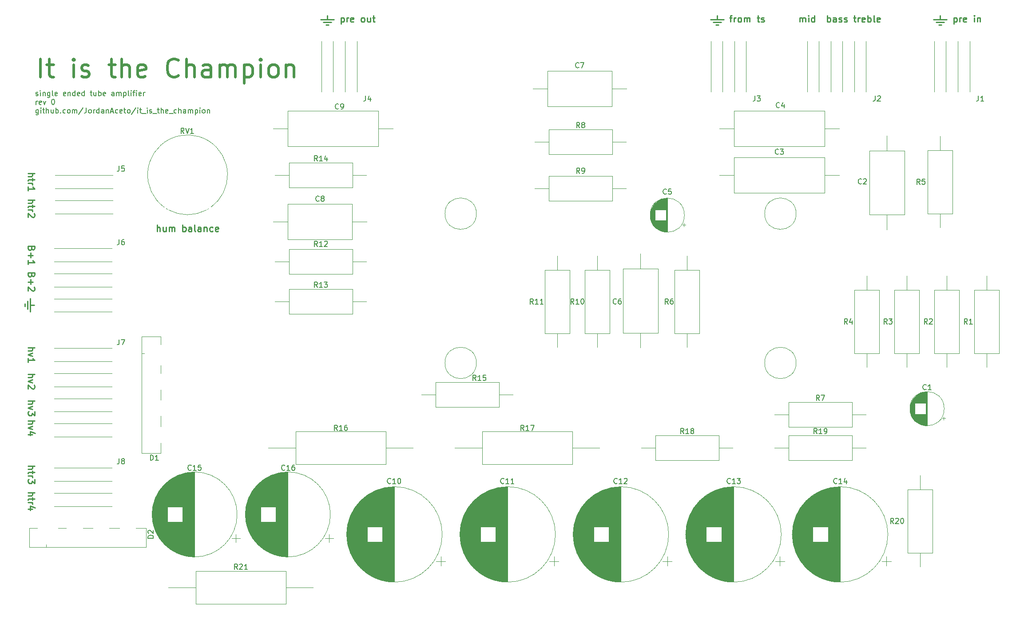
<source format=gto>
G04 #@! TF.GenerationSoftware,KiCad,Pcbnew,5.1.10-88a1d61d58~90~ubuntu20.04.1*
G04 #@! TF.CreationDate,2021-08-18T14:00:20-04:00*
G04 #@! TF.ProjectId,single_ended_tube_amp,73696e67-6c65-45f6-956e-6465645f7475,0*
G04 #@! TF.SameCoordinates,Original*
G04 #@! TF.FileFunction,Legend,Top*
G04 #@! TF.FilePolarity,Positive*
%FSLAX46Y46*%
G04 Gerber Fmt 4.6, Leading zero omitted, Abs format (unit mm)*
G04 Created by KiCad (PCBNEW 5.1.10-88a1d61d58~90~ubuntu20.04.1) date 2021-08-18 14:00:20*
%MOMM*%
%LPD*%
G01*
G04 APERTURE LIST*
%ADD10C,0.150000*%
%ADD11C,0.250000*%
%ADD12C,0.500000*%
%ADD13C,0.120000*%
%ADD14C,2.400000*%
%ADD15R,2.400000X2.400000*%
%ADD16O,2.400000X2.400000*%
%ADD17C,2.800000*%
%ADD18C,2.550000*%
%ADD19R,3.200000X3.200000*%
%ADD20C,3.200000*%
%ADD21C,2.000000*%
%ADD22C,2.500000*%
%ADD23O,3.500000X3.500000*%
%ADD24C,3.100000*%
%ADD25O,1.600000X1.600000*%
%ADD26C,1.600000*%
%ADD27C,2.340000*%
%ADD28R,1.600000X1.600000*%
G04 APERTURE END LIST*
D10*
X-7332023Y-41934761D02*
X-7236785Y-41982380D01*
X-7046309Y-41982380D01*
X-6951071Y-41934761D01*
X-6903452Y-41839523D01*
X-6903452Y-41791904D01*
X-6951071Y-41696666D01*
X-7046309Y-41649047D01*
X-7189166Y-41649047D01*
X-7284404Y-41601428D01*
X-7332023Y-41506190D01*
X-7332023Y-41458571D01*
X-7284404Y-41363333D01*
X-7189166Y-41315714D01*
X-7046309Y-41315714D01*
X-6951071Y-41363333D01*
X-6474880Y-41982380D02*
X-6474880Y-41315714D01*
X-6474880Y-40982380D02*
X-6522500Y-41030000D01*
X-6474880Y-41077619D01*
X-6427261Y-41030000D01*
X-6474880Y-40982380D01*
X-6474880Y-41077619D01*
X-5998690Y-41315714D02*
X-5998690Y-41982380D01*
X-5998690Y-41410952D02*
X-5951071Y-41363333D01*
X-5855833Y-41315714D01*
X-5712976Y-41315714D01*
X-5617738Y-41363333D01*
X-5570119Y-41458571D01*
X-5570119Y-41982380D01*
X-4665357Y-41315714D02*
X-4665357Y-42125238D01*
X-4712976Y-42220476D01*
X-4760595Y-42268095D01*
X-4855833Y-42315714D01*
X-4998690Y-42315714D01*
X-5093928Y-42268095D01*
X-4665357Y-41934761D02*
X-4760595Y-41982380D01*
X-4951071Y-41982380D01*
X-5046309Y-41934761D01*
X-5093928Y-41887142D01*
X-5141547Y-41791904D01*
X-5141547Y-41506190D01*
X-5093928Y-41410952D01*
X-5046309Y-41363333D01*
X-4951071Y-41315714D01*
X-4760595Y-41315714D01*
X-4665357Y-41363333D01*
X-4046309Y-41982380D02*
X-4141547Y-41934761D01*
X-4189166Y-41839523D01*
X-4189166Y-40982380D01*
X-3284404Y-41934761D02*
X-3379642Y-41982380D01*
X-3570119Y-41982380D01*
X-3665357Y-41934761D01*
X-3712976Y-41839523D01*
X-3712976Y-41458571D01*
X-3665357Y-41363333D01*
X-3570119Y-41315714D01*
X-3379642Y-41315714D01*
X-3284404Y-41363333D01*
X-3236785Y-41458571D01*
X-3236785Y-41553809D01*
X-3712976Y-41649047D01*
X-1665357Y-41934761D02*
X-1760595Y-41982380D01*
X-1951071Y-41982380D01*
X-2046309Y-41934761D01*
X-2093928Y-41839523D01*
X-2093928Y-41458571D01*
X-2046309Y-41363333D01*
X-1951071Y-41315714D01*
X-1760595Y-41315714D01*
X-1665357Y-41363333D01*
X-1617738Y-41458571D01*
X-1617738Y-41553809D01*
X-2093928Y-41649047D01*
X-1189166Y-41315714D02*
X-1189166Y-41982380D01*
X-1189166Y-41410952D02*
X-1141547Y-41363333D01*
X-1046309Y-41315714D01*
X-903452Y-41315714D01*
X-808214Y-41363333D01*
X-760595Y-41458571D01*
X-760595Y-41982380D01*
X144166Y-41982380D02*
X144166Y-40982380D01*
X144166Y-41934761D02*
X48928Y-41982380D01*
X-141547Y-41982380D01*
X-236785Y-41934761D01*
X-284404Y-41887142D01*
X-332023Y-41791904D01*
X-332023Y-41506190D01*
X-284404Y-41410952D01*
X-236785Y-41363333D01*
X-141547Y-41315714D01*
X48928Y-41315714D01*
X144166Y-41363333D01*
X1001309Y-41934761D02*
X906071Y-41982380D01*
X715595Y-41982380D01*
X620357Y-41934761D01*
X572738Y-41839523D01*
X572738Y-41458571D01*
X620357Y-41363333D01*
X715595Y-41315714D01*
X906071Y-41315714D01*
X1001309Y-41363333D01*
X1048928Y-41458571D01*
X1048928Y-41553809D01*
X572738Y-41649047D01*
X1906071Y-41982380D02*
X1906071Y-40982380D01*
X1906071Y-41934761D02*
X1810833Y-41982380D01*
X1620357Y-41982380D01*
X1525119Y-41934761D01*
X1477500Y-41887142D01*
X1429880Y-41791904D01*
X1429880Y-41506190D01*
X1477500Y-41410952D01*
X1525119Y-41363333D01*
X1620357Y-41315714D01*
X1810833Y-41315714D01*
X1906071Y-41363333D01*
X3001309Y-41315714D02*
X3382261Y-41315714D01*
X3144166Y-40982380D02*
X3144166Y-41839523D01*
X3191785Y-41934761D01*
X3287023Y-41982380D01*
X3382261Y-41982380D01*
X4144166Y-41315714D02*
X4144166Y-41982380D01*
X3715595Y-41315714D02*
X3715595Y-41839523D01*
X3763214Y-41934761D01*
X3858452Y-41982380D01*
X4001309Y-41982380D01*
X4096547Y-41934761D01*
X4144166Y-41887142D01*
X4620357Y-41982380D02*
X4620357Y-40982380D01*
X4620357Y-41363333D02*
X4715595Y-41315714D01*
X4906071Y-41315714D01*
X5001309Y-41363333D01*
X5048928Y-41410952D01*
X5096547Y-41506190D01*
X5096547Y-41791904D01*
X5048928Y-41887142D01*
X5001309Y-41934761D01*
X4906071Y-41982380D01*
X4715595Y-41982380D01*
X4620357Y-41934761D01*
X5906071Y-41934761D02*
X5810833Y-41982380D01*
X5620357Y-41982380D01*
X5525119Y-41934761D01*
X5477499Y-41839523D01*
X5477499Y-41458571D01*
X5525119Y-41363333D01*
X5620357Y-41315714D01*
X5810833Y-41315714D01*
X5906071Y-41363333D01*
X5953690Y-41458571D01*
X5953690Y-41553809D01*
X5477499Y-41649047D01*
X7572738Y-41982380D02*
X7572738Y-41458571D01*
X7525119Y-41363333D01*
X7429880Y-41315714D01*
X7239404Y-41315714D01*
X7144166Y-41363333D01*
X7572738Y-41934761D02*
X7477499Y-41982380D01*
X7239404Y-41982380D01*
X7144166Y-41934761D01*
X7096547Y-41839523D01*
X7096547Y-41744285D01*
X7144166Y-41649047D01*
X7239404Y-41601428D01*
X7477499Y-41601428D01*
X7572738Y-41553809D01*
X8048928Y-41982380D02*
X8048928Y-41315714D01*
X8048928Y-41410952D02*
X8096547Y-41363333D01*
X8191785Y-41315714D01*
X8334642Y-41315714D01*
X8429880Y-41363333D01*
X8477499Y-41458571D01*
X8477499Y-41982380D01*
X8477499Y-41458571D02*
X8525119Y-41363333D01*
X8620357Y-41315714D01*
X8763214Y-41315714D01*
X8858452Y-41363333D01*
X8906071Y-41458571D01*
X8906071Y-41982380D01*
X9382261Y-41315714D02*
X9382261Y-42315714D01*
X9382261Y-41363333D02*
X9477499Y-41315714D01*
X9667976Y-41315714D01*
X9763214Y-41363333D01*
X9810833Y-41410952D01*
X9858452Y-41506190D01*
X9858452Y-41791904D01*
X9810833Y-41887142D01*
X9763214Y-41934761D01*
X9667976Y-41982380D01*
X9477499Y-41982380D01*
X9382261Y-41934761D01*
X10429880Y-41982380D02*
X10334642Y-41934761D01*
X10287023Y-41839523D01*
X10287023Y-40982380D01*
X10810833Y-41982380D02*
X10810833Y-41315714D01*
X10810833Y-40982380D02*
X10763214Y-41030000D01*
X10810833Y-41077619D01*
X10858452Y-41030000D01*
X10810833Y-40982380D01*
X10810833Y-41077619D01*
X11144166Y-41315714D02*
X11525119Y-41315714D01*
X11287023Y-41982380D02*
X11287023Y-41125238D01*
X11334642Y-41030000D01*
X11429880Y-40982380D01*
X11525119Y-40982380D01*
X11858452Y-41982380D02*
X11858452Y-41315714D01*
X11858452Y-40982380D02*
X11810833Y-41030000D01*
X11858452Y-41077619D01*
X11906071Y-41030000D01*
X11858452Y-40982380D01*
X11858452Y-41077619D01*
X12715595Y-41934761D02*
X12620357Y-41982380D01*
X12429880Y-41982380D01*
X12334642Y-41934761D01*
X12287023Y-41839523D01*
X12287023Y-41458571D01*
X12334642Y-41363333D01*
X12429880Y-41315714D01*
X12620357Y-41315714D01*
X12715595Y-41363333D01*
X12763214Y-41458571D01*
X12763214Y-41553809D01*
X12287023Y-41649047D01*
X13191785Y-41982380D02*
X13191785Y-41315714D01*
X13191785Y-41506190D02*
X13239404Y-41410952D01*
X13287023Y-41363333D01*
X13382261Y-41315714D01*
X13477499Y-41315714D01*
X-7284404Y-43632380D02*
X-7284404Y-42965714D01*
X-7284404Y-43156190D02*
X-7236785Y-43060952D01*
X-7189166Y-43013333D01*
X-7093928Y-42965714D01*
X-6998690Y-42965714D01*
X-6284404Y-43584761D02*
X-6379642Y-43632380D01*
X-6570119Y-43632380D01*
X-6665357Y-43584761D01*
X-6712976Y-43489523D01*
X-6712976Y-43108571D01*
X-6665357Y-43013333D01*
X-6570119Y-42965714D01*
X-6379642Y-42965714D01*
X-6284404Y-43013333D01*
X-6236785Y-43108571D01*
X-6236785Y-43203809D01*
X-6712976Y-43299047D01*
X-5903452Y-42965714D02*
X-5665357Y-43632380D01*
X-5427261Y-42965714D01*
X-4093928Y-42632380D02*
X-3998690Y-42632380D01*
X-3903452Y-42680000D01*
X-3855833Y-42727619D01*
X-3808214Y-42822857D01*
X-3760595Y-43013333D01*
X-3760595Y-43251428D01*
X-3808214Y-43441904D01*
X-3855833Y-43537142D01*
X-3903452Y-43584761D01*
X-3998690Y-43632380D01*
X-4093928Y-43632380D01*
X-4189166Y-43584761D01*
X-4236785Y-43537142D01*
X-4284404Y-43441904D01*
X-4332023Y-43251428D01*
X-4332023Y-43013333D01*
X-4284404Y-42822857D01*
X-4236785Y-42727619D01*
X-4189166Y-42680000D01*
X-4093928Y-42632380D01*
X-6855833Y-44615714D02*
X-6855833Y-45425238D01*
X-6903452Y-45520476D01*
X-6951071Y-45568095D01*
X-7046309Y-45615714D01*
X-7189166Y-45615714D01*
X-7284404Y-45568095D01*
X-6855833Y-45234761D02*
X-6951071Y-45282380D01*
X-7141547Y-45282380D01*
X-7236785Y-45234761D01*
X-7284404Y-45187142D01*
X-7332023Y-45091904D01*
X-7332023Y-44806190D01*
X-7284404Y-44710952D01*
X-7236785Y-44663333D01*
X-7141547Y-44615714D01*
X-6951071Y-44615714D01*
X-6855833Y-44663333D01*
X-6379642Y-45282380D02*
X-6379642Y-44615714D01*
X-6379642Y-44282380D02*
X-6427261Y-44330000D01*
X-6379642Y-44377619D01*
X-6332023Y-44330000D01*
X-6379642Y-44282380D01*
X-6379642Y-44377619D01*
X-6046309Y-44615714D02*
X-5665357Y-44615714D01*
X-5903452Y-44282380D02*
X-5903452Y-45139523D01*
X-5855833Y-45234761D01*
X-5760595Y-45282380D01*
X-5665357Y-45282380D01*
X-5332023Y-45282380D02*
X-5332023Y-44282380D01*
X-4903452Y-45282380D02*
X-4903452Y-44758571D01*
X-4951071Y-44663333D01*
X-5046309Y-44615714D01*
X-5189166Y-44615714D01*
X-5284404Y-44663333D01*
X-5332023Y-44710952D01*
X-3998690Y-44615714D02*
X-3998690Y-45282380D01*
X-4427261Y-44615714D02*
X-4427261Y-45139523D01*
X-4379642Y-45234761D01*
X-4284404Y-45282380D01*
X-4141547Y-45282380D01*
X-4046309Y-45234761D01*
X-3998690Y-45187142D01*
X-3522500Y-45282380D02*
X-3522500Y-44282380D01*
X-3522500Y-44663333D02*
X-3427261Y-44615714D01*
X-3236785Y-44615714D01*
X-3141547Y-44663333D01*
X-3093928Y-44710952D01*
X-3046309Y-44806190D01*
X-3046309Y-45091904D01*
X-3093928Y-45187142D01*
X-3141547Y-45234761D01*
X-3236785Y-45282380D01*
X-3427261Y-45282380D01*
X-3522500Y-45234761D01*
X-2617738Y-45187142D02*
X-2570119Y-45234761D01*
X-2617738Y-45282380D01*
X-2665357Y-45234761D01*
X-2617738Y-45187142D01*
X-2617738Y-45282380D01*
X-1712976Y-45234761D02*
X-1808214Y-45282380D01*
X-1998690Y-45282380D01*
X-2093928Y-45234761D01*
X-2141547Y-45187142D01*
X-2189166Y-45091904D01*
X-2189166Y-44806190D01*
X-2141547Y-44710952D01*
X-2093928Y-44663333D01*
X-1998690Y-44615714D01*
X-1808214Y-44615714D01*
X-1712976Y-44663333D01*
X-1141547Y-45282380D02*
X-1236785Y-45234761D01*
X-1284404Y-45187142D01*
X-1332023Y-45091904D01*
X-1332023Y-44806190D01*
X-1284404Y-44710952D01*
X-1236785Y-44663333D01*
X-1141547Y-44615714D01*
X-998690Y-44615714D01*
X-903452Y-44663333D01*
X-855833Y-44710952D01*
X-808214Y-44806190D01*
X-808214Y-45091904D01*
X-855833Y-45187142D01*
X-903452Y-45234761D01*
X-998690Y-45282380D01*
X-1141547Y-45282380D01*
X-379642Y-45282380D02*
X-379642Y-44615714D01*
X-379642Y-44710952D02*
X-332023Y-44663333D01*
X-236785Y-44615714D01*
X-93928Y-44615714D01*
X1309Y-44663333D01*
X48928Y-44758571D01*
X48928Y-45282380D01*
X48928Y-44758571D02*
X96547Y-44663333D01*
X191785Y-44615714D01*
X334642Y-44615714D01*
X429880Y-44663333D01*
X477499Y-44758571D01*
X477499Y-45282380D01*
X1667976Y-44234761D02*
X810833Y-45520476D01*
X2287023Y-44282380D02*
X2287023Y-44996666D01*
X2239404Y-45139523D01*
X2144166Y-45234761D01*
X2001309Y-45282380D01*
X1906071Y-45282380D01*
X2906071Y-45282380D02*
X2810833Y-45234761D01*
X2763214Y-45187142D01*
X2715595Y-45091904D01*
X2715595Y-44806190D01*
X2763214Y-44710952D01*
X2810833Y-44663333D01*
X2906071Y-44615714D01*
X3048928Y-44615714D01*
X3144166Y-44663333D01*
X3191785Y-44710952D01*
X3239404Y-44806190D01*
X3239404Y-45091904D01*
X3191785Y-45187142D01*
X3144166Y-45234761D01*
X3048928Y-45282380D01*
X2906071Y-45282380D01*
X3667976Y-45282380D02*
X3667976Y-44615714D01*
X3667976Y-44806190D02*
X3715595Y-44710952D01*
X3763214Y-44663333D01*
X3858452Y-44615714D01*
X3953690Y-44615714D01*
X4715595Y-45282380D02*
X4715595Y-44282380D01*
X4715595Y-45234761D02*
X4620357Y-45282380D01*
X4429880Y-45282380D01*
X4334642Y-45234761D01*
X4287023Y-45187142D01*
X4239404Y-45091904D01*
X4239404Y-44806190D01*
X4287023Y-44710952D01*
X4334642Y-44663333D01*
X4429880Y-44615714D01*
X4620357Y-44615714D01*
X4715595Y-44663333D01*
X5620357Y-45282380D02*
X5620357Y-44758571D01*
X5572738Y-44663333D01*
X5477499Y-44615714D01*
X5287023Y-44615714D01*
X5191785Y-44663333D01*
X5620357Y-45234761D02*
X5525119Y-45282380D01*
X5287023Y-45282380D01*
X5191785Y-45234761D01*
X5144166Y-45139523D01*
X5144166Y-45044285D01*
X5191785Y-44949047D01*
X5287023Y-44901428D01*
X5525119Y-44901428D01*
X5620357Y-44853809D01*
X6096547Y-44615714D02*
X6096547Y-45282380D01*
X6096547Y-44710952D02*
X6144166Y-44663333D01*
X6239404Y-44615714D01*
X6382261Y-44615714D01*
X6477499Y-44663333D01*
X6525119Y-44758571D01*
X6525119Y-45282380D01*
X6953690Y-44996666D02*
X7429880Y-44996666D01*
X6858452Y-45282380D02*
X7191785Y-44282380D01*
X7525119Y-45282380D01*
X8287023Y-45234761D02*
X8191785Y-45282380D01*
X8001309Y-45282380D01*
X7906071Y-45234761D01*
X7858452Y-45187142D01*
X7810833Y-45091904D01*
X7810833Y-44806190D01*
X7858452Y-44710952D01*
X7906071Y-44663333D01*
X8001309Y-44615714D01*
X8191785Y-44615714D01*
X8287023Y-44663333D01*
X9096547Y-45234761D02*
X9001309Y-45282380D01*
X8810833Y-45282380D01*
X8715595Y-45234761D01*
X8667976Y-45139523D01*
X8667976Y-44758571D01*
X8715595Y-44663333D01*
X8810833Y-44615714D01*
X9001309Y-44615714D01*
X9096547Y-44663333D01*
X9144166Y-44758571D01*
X9144166Y-44853809D01*
X8667976Y-44949047D01*
X9429880Y-44615714D02*
X9810833Y-44615714D01*
X9572738Y-44282380D02*
X9572738Y-45139523D01*
X9620357Y-45234761D01*
X9715595Y-45282380D01*
X9810833Y-45282380D01*
X10287023Y-45282380D02*
X10191785Y-45234761D01*
X10144166Y-45187142D01*
X10096547Y-45091904D01*
X10096547Y-44806190D01*
X10144166Y-44710952D01*
X10191785Y-44663333D01*
X10287023Y-44615714D01*
X10429880Y-44615714D01*
X10525119Y-44663333D01*
X10572738Y-44710952D01*
X10620357Y-44806190D01*
X10620357Y-45091904D01*
X10572738Y-45187142D01*
X10525119Y-45234761D01*
X10429880Y-45282380D01*
X10287023Y-45282380D01*
X11763214Y-44234761D02*
X10906071Y-45520476D01*
X12096547Y-45282380D02*
X12096547Y-44615714D01*
X12096547Y-44282380D02*
X12048928Y-44330000D01*
X12096547Y-44377619D01*
X12144166Y-44330000D01*
X12096547Y-44282380D01*
X12096547Y-44377619D01*
X12429880Y-44615714D02*
X12810833Y-44615714D01*
X12572738Y-44282380D02*
X12572738Y-45139523D01*
X12620357Y-45234761D01*
X12715595Y-45282380D01*
X12810833Y-45282380D01*
X12906071Y-45377619D02*
X13667976Y-45377619D01*
X13906071Y-45282380D02*
X13906071Y-44615714D01*
X13906071Y-44282380D02*
X13858452Y-44330000D01*
X13906071Y-44377619D01*
X13953690Y-44330000D01*
X13906071Y-44282380D01*
X13906071Y-44377619D01*
X14334642Y-45234761D02*
X14429880Y-45282380D01*
X14620357Y-45282380D01*
X14715595Y-45234761D01*
X14763214Y-45139523D01*
X14763214Y-45091904D01*
X14715595Y-44996666D01*
X14620357Y-44949047D01*
X14477499Y-44949047D01*
X14382261Y-44901428D01*
X14334642Y-44806190D01*
X14334642Y-44758571D01*
X14382261Y-44663333D01*
X14477499Y-44615714D01*
X14620357Y-44615714D01*
X14715595Y-44663333D01*
X14953690Y-45377619D02*
X15715595Y-45377619D01*
X15810833Y-44615714D02*
X16191785Y-44615714D01*
X15953690Y-44282380D02*
X15953690Y-45139523D01*
X16001309Y-45234761D01*
X16096547Y-45282380D01*
X16191785Y-45282380D01*
X16525119Y-45282380D02*
X16525119Y-44282380D01*
X16953690Y-45282380D02*
X16953690Y-44758571D01*
X16906071Y-44663333D01*
X16810833Y-44615714D01*
X16667976Y-44615714D01*
X16572738Y-44663333D01*
X16525119Y-44710952D01*
X17810833Y-45234761D02*
X17715595Y-45282380D01*
X17525119Y-45282380D01*
X17429880Y-45234761D01*
X17382261Y-45139523D01*
X17382261Y-44758571D01*
X17429880Y-44663333D01*
X17525119Y-44615714D01*
X17715595Y-44615714D01*
X17810833Y-44663333D01*
X17858452Y-44758571D01*
X17858452Y-44853809D01*
X17382261Y-44949047D01*
X18048928Y-45377619D02*
X18810833Y-45377619D01*
X19477499Y-45234761D02*
X19382261Y-45282380D01*
X19191785Y-45282380D01*
X19096547Y-45234761D01*
X19048928Y-45187142D01*
X19001309Y-45091904D01*
X19001309Y-44806190D01*
X19048928Y-44710952D01*
X19096547Y-44663333D01*
X19191785Y-44615714D01*
X19382261Y-44615714D01*
X19477499Y-44663333D01*
X19906071Y-45282380D02*
X19906071Y-44282380D01*
X20334642Y-45282380D02*
X20334642Y-44758571D01*
X20287023Y-44663333D01*
X20191785Y-44615714D01*
X20048928Y-44615714D01*
X19953690Y-44663333D01*
X19906071Y-44710952D01*
X21239404Y-45282380D02*
X21239404Y-44758571D01*
X21191785Y-44663333D01*
X21096547Y-44615714D01*
X20906071Y-44615714D01*
X20810833Y-44663333D01*
X21239404Y-45234761D02*
X21144166Y-45282380D01*
X20906071Y-45282380D01*
X20810833Y-45234761D01*
X20763214Y-45139523D01*
X20763214Y-45044285D01*
X20810833Y-44949047D01*
X20906071Y-44901428D01*
X21144166Y-44901428D01*
X21239404Y-44853809D01*
X21715595Y-45282380D02*
X21715595Y-44615714D01*
X21715595Y-44710952D02*
X21763214Y-44663333D01*
X21858452Y-44615714D01*
X22001309Y-44615714D01*
X22096547Y-44663333D01*
X22144166Y-44758571D01*
X22144166Y-45282380D01*
X22144166Y-44758571D02*
X22191785Y-44663333D01*
X22287023Y-44615714D01*
X22429880Y-44615714D01*
X22525119Y-44663333D01*
X22572738Y-44758571D01*
X22572738Y-45282380D01*
X23048928Y-44615714D02*
X23048928Y-45615714D01*
X23048928Y-44663333D02*
X23144166Y-44615714D01*
X23334642Y-44615714D01*
X23429880Y-44663333D01*
X23477499Y-44710952D01*
X23525119Y-44806190D01*
X23525119Y-45091904D01*
X23477499Y-45187142D01*
X23429880Y-45234761D01*
X23334642Y-45282380D01*
X23144166Y-45282380D01*
X23048928Y-45234761D01*
X23953690Y-45282380D02*
X23953690Y-44615714D01*
X23953690Y-44282380D02*
X23906071Y-44330000D01*
X23953690Y-44377619D01*
X24001309Y-44330000D01*
X23953690Y-44282380D01*
X23953690Y-44377619D01*
X24572738Y-45282380D02*
X24477499Y-45234761D01*
X24429880Y-45187142D01*
X24382261Y-45091904D01*
X24382261Y-44806190D01*
X24429880Y-44710952D01*
X24477499Y-44663333D01*
X24572738Y-44615714D01*
X24715595Y-44615714D01*
X24810833Y-44663333D01*
X24858452Y-44710952D01*
X24906071Y-44806190D01*
X24906071Y-45091904D01*
X24858452Y-45187142D01*
X24810833Y-45234761D01*
X24715595Y-45282380D01*
X24572738Y-45282380D01*
X25334642Y-44615714D02*
X25334642Y-45282380D01*
X25334642Y-44710952D02*
X25382261Y-44663333D01*
X25477499Y-44615714D01*
X25620357Y-44615714D01*
X25715595Y-44663333D01*
X25763214Y-44758571D01*
X25763214Y-45282380D01*
D11*
X-8820476Y-104070714D02*
X-7570476Y-104070714D01*
X-8820476Y-104606428D02*
X-8165714Y-104606428D01*
X-8046666Y-104546904D01*
X-7987142Y-104427857D01*
X-7987142Y-104249285D01*
X-8046666Y-104130238D01*
X-8106190Y-104070714D01*
X-7987142Y-105082619D02*
X-8820476Y-105380238D01*
X-7987142Y-105677857D01*
X-7987142Y-106689761D02*
X-8820476Y-106689761D01*
X-7510952Y-106392142D02*
X-8403809Y-106094523D01*
X-8403809Y-106868333D01*
X15786428Y-67875476D02*
X15786428Y-66625476D01*
X16322142Y-67875476D02*
X16322142Y-67220714D01*
X16262619Y-67101666D01*
X16143571Y-67042142D01*
X15964999Y-67042142D01*
X15845952Y-67101666D01*
X15786428Y-67161190D01*
X17453095Y-67042142D02*
X17453095Y-67875476D01*
X16917380Y-67042142D02*
X16917380Y-67696904D01*
X16976904Y-67815952D01*
X17095952Y-67875476D01*
X17274523Y-67875476D01*
X17393571Y-67815952D01*
X17453095Y-67756428D01*
X18048333Y-67875476D02*
X18048333Y-67042142D01*
X18048333Y-67161190D02*
X18107857Y-67101666D01*
X18226904Y-67042142D01*
X18405476Y-67042142D01*
X18524523Y-67101666D01*
X18584047Y-67220714D01*
X18584047Y-67875476D01*
X18584047Y-67220714D02*
X18643571Y-67101666D01*
X18762619Y-67042142D01*
X18941190Y-67042142D01*
X19060238Y-67101666D01*
X19119761Y-67220714D01*
X19119761Y-67875476D01*
X20667380Y-67875476D02*
X20667380Y-66625476D01*
X20667380Y-67101666D02*
X20786428Y-67042142D01*
X21024523Y-67042142D01*
X21143571Y-67101666D01*
X21203095Y-67161190D01*
X21262619Y-67280238D01*
X21262619Y-67637380D01*
X21203095Y-67756428D01*
X21143571Y-67815952D01*
X21024523Y-67875476D01*
X20786428Y-67875476D01*
X20667380Y-67815952D01*
X22334047Y-67875476D02*
X22334047Y-67220714D01*
X22274523Y-67101666D01*
X22155476Y-67042142D01*
X21917380Y-67042142D01*
X21798333Y-67101666D01*
X22334047Y-67815952D02*
X22215000Y-67875476D01*
X21917380Y-67875476D01*
X21798333Y-67815952D01*
X21738809Y-67696904D01*
X21738809Y-67577857D01*
X21798333Y-67458809D01*
X21917380Y-67399285D01*
X22215000Y-67399285D01*
X22334047Y-67339761D01*
X23107857Y-67875476D02*
X22988809Y-67815952D01*
X22929285Y-67696904D01*
X22929285Y-66625476D01*
X24119761Y-67875476D02*
X24119761Y-67220714D01*
X24060238Y-67101666D01*
X23941190Y-67042142D01*
X23703095Y-67042142D01*
X23584047Y-67101666D01*
X24119761Y-67815952D02*
X24000714Y-67875476D01*
X23703095Y-67875476D01*
X23584047Y-67815952D01*
X23524523Y-67696904D01*
X23524523Y-67577857D01*
X23584047Y-67458809D01*
X23703095Y-67399285D01*
X24000714Y-67399285D01*
X24119761Y-67339761D01*
X24714999Y-67042142D02*
X24714999Y-67875476D01*
X24714999Y-67161190D02*
X24774523Y-67101666D01*
X24893571Y-67042142D01*
X25072142Y-67042142D01*
X25191190Y-67101666D01*
X25250714Y-67220714D01*
X25250714Y-67875476D01*
X26381666Y-67815952D02*
X26262619Y-67875476D01*
X26024523Y-67875476D01*
X25905476Y-67815952D01*
X25845952Y-67756428D01*
X25786428Y-67637380D01*
X25786428Y-67280238D01*
X25845952Y-67161190D01*
X25905476Y-67101666D01*
X26024523Y-67042142D01*
X26262619Y-67042142D01*
X26381666Y-67101666D01*
X27393571Y-67815952D02*
X27274523Y-67875476D01*
X27036428Y-67875476D01*
X26917380Y-67815952D01*
X26857857Y-67696904D01*
X26857857Y-67220714D01*
X26917380Y-67101666D01*
X27036428Y-67042142D01*
X27274523Y-67042142D01*
X27393571Y-67101666D01*
X27453095Y-67220714D01*
X27453095Y-67339761D01*
X26857857Y-67458809D01*
D12*
X-6461666Y-38413333D02*
X-6461666Y-34913333D01*
X-5295000Y-36080000D02*
X-3961666Y-36080000D01*
X-4795000Y-34913333D02*
X-4795000Y-37913333D01*
X-4628333Y-38246666D01*
X-4295000Y-38413333D01*
X-3961666Y-38413333D01*
X-128333Y-38413333D02*
X-128333Y-36080000D01*
X-128333Y-34913333D02*
X-295000Y-35080000D01*
X-128333Y-35246666D01*
X38333Y-35080000D01*
X-128333Y-34913333D01*
X-128333Y-35246666D01*
X1371666Y-38246666D02*
X1705000Y-38413333D01*
X2371666Y-38413333D01*
X2705000Y-38246666D01*
X2871666Y-37913333D01*
X2871666Y-37746666D01*
X2705000Y-37413333D01*
X2371666Y-37246666D01*
X1871666Y-37246666D01*
X1538333Y-37080000D01*
X1371666Y-36746666D01*
X1371666Y-36580000D01*
X1538333Y-36246666D01*
X1871666Y-36080000D01*
X2371666Y-36080000D01*
X2705000Y-36246666D01*
X6538333Y-36080000D02*
X7871666Y-36080000D01*
X7038333Y-34913333D02*
X7038333Y-37913333D01*
X7205000Y-38246666D01*
X7538333Y-38413333D01*
X7871666Y-38413333D01*
X9038333Y-38413333D02*
X9038333Y-34913333D01*
X10538333Y-38413333D02*
X10538333Y-36580000D01*
X10371666Y-36246666D01*
X10038333Y-36080000D01*
X9538333Y-36080000D01*
X9205000Y-36246666D01*
X9038333Y-36413333D01*
X13538333Y-38246666D02*
X13205000Y-38413333D01*
X12538333Y-38413333D01*
X12205000Y-38246666D01*
X12038333Y-37913333D01*
X12038333Y-36580000D01*
X12205000Y-36246666D01*
X12538333Y-36080000D01*
X13205000Y-36080000D01*
X13538333Y-36246666D01*
X13705000Y-36580000D01*
X13705000Y-36913333D01*
X12038333Y-37246666D01*
X19871666Y-38080000D02*
X19705000Y-38246666D01*
X19205000Y-38413333D01*
X18871666Y-38413333D01*
X18371666Y-38246666D01*
X18038333Y-37913333D01*
X17871666Y-37580000D01*
X17705000Y-36913333D01*
X17705000Y-36413333D01*
X17871666Y-35746666D01*
X18038333Y-35413333D01*
X18371666Y-35080000D01*
X18871666Y-34913333D01*
X19205000Y-34913333D01*
X19705000Y-35080000D01*
X19871666Y-35246666D01*
X21371666Y-38413333D02*
X21371666Y-34913333D01*
X22871666Y-38413333D02*
X22871666Y-36580000D01*
X22705000Y-36246666D01*
X22371666Y-36080000D01*
X21871666Y-36080000D01*
X21538333Y-36246666D01*
X21371666Y-36413333D01*
X26038333Y-38413333D02*
X26038333Y-36580000D01*
X25871666Y-36246666D01*
X25538333Y-36080000D01*
X24871666Y-36080000D01*
X24538333Y-36246666D01*
X26038333Y-38246666D02*
X25705000Y-38413333D01*
X24871666Y-38413333D01*
X24538333Y-38246666D01*
X24371666Y-37913333D01*
X24371666Y-37580000D01*
X24538333Y-37246666D01*
X24871666Y-37080000D01*
X25705000Y-37080000D01*
X26038333Y-36913333D01*
X27705000Y-38413333D02*
X27705000Y-36080000D01*
X27705000Y-36413333D02*
X27871666Y-36246666D01*
X28205000Y-36080000D01*
X28705000Y-36080000D01*
X29038333Y-36246666D01*
X29205000Y-36580000D01*
X29205000Y-38413333D01*
X29205000Y-36580000D02*
X29371666Y-36246666D01*
X29705000Y-36080000D01*
X30205000Y-36080000D01*
X30538333Y-36246666D01*
X30705000Y-36580000D01*
X30705000Y-38413333D01*
X32371666Y-36080000D02*
X32371666Y-39580000D01*
X32371666Y-36246666D02*
X32705000Y-36080000D01*
X33371666Y-36080000D01*
X33705000Y-36246666D01*
X33871666Y-36413333D01*
X34038333Y-36746666D01*
X34038333Y-37746666D01*
X33871666Y-38080000D01*
X33705000Y-38246666D01*
X33371666Y-38413333D01*
X32705000Y-38413333D01*
X32371666Y-38246666D01*
X35538333Y-38413333D02*
X35538333Y-36080000D01*
X35538333Y-34913333D02*
X35371666Y-35080000D01*
X35538333Y-35246666D01*
X35705000Y-35080000D01*
X35538333Y-34913333D01*
X35538333Y-35246666D01*
X37705000Y-38413333D02*
X37371666Y-38246666D01*
X37205000Y-38080000D01*
X37038333Y-37746666D01*
X37038333Y-36746666D01*
X37205000Y-36413333D01*
X37371666Y-36246666D01*
X37705000Y-36080000D01*
X38205000Y-36080000D01*
X38538333Y-36246666D01*
X38705000Y-36413333D01*
X38871666Y-36746666D01*
X38871666Y-37746666D01*
X38705000Y-38080000D01*
X38538333Y-38246666D01*
X38205000Y-38413333D01*
X37705000Y-38413333D01*
X40371666Y-36080000D02*
X40371666Y-38413333D01*
X40371666Y-36413333D02*
X40538333Y-36246666D01*
X40871666Y-36080000D01*
X41371666Y-36080000D01*
X41704999Y-36246666D01*
X41871666Y-36580000D01*
X41871666Y-38413333D01*
D11*
X163830000Y-27432000D02*
X166370000Y-27432000D01*
X164338000Y-27940000D02*
X165862000Y-27940000D01*
X165100000Y-27432000D02*
X165100000Y-26670000D01*
X164846000Y-28448000D02*
X165354000Y-28448000D01*
X121285000Y-27432000D02*
X123825000Y-27432000D01*
X121793000Y-27940000D02*
X123317000Y-27940000D01*
X122555000Y-27432000D02*
X122555000Y-26670000D01*
X122301000Y-28448000D02*
X122809000Y-28448000D01*
X46990000Y-27432000D02*
X49530000Y-27432000D01*
X47498000Y-27940000D02*
X49022000Y-27940000D01*
X48260000Y-27432000D02*
X48260000Y-26670000D01*
X48006000Y-28448000D02*
X48514000Y-28448000D01*
X-8820476Y-100260714D02*
X-7570476Y-100260714D01*
X-8820476Y-100796428D02*
X-8165714Y-100796428D01*
X-8046666Y-100736904D01*
X-7987142Y-100617857D01*
X-7987142Y-100439285D01*
X-8046666Y-100320238D01*
X-8106190Y-100260714D01*
X-7987142Y-101272619D02*
X-8820476Y-101570238D01*
X-7987142Y-101867857D01*
X-7570476Y-102225000D02*
X-7570476Y-102998809D01*
X-8046666Y-102582142D01*
X-8046666Y-102760714D01*
X-8106190Y-102879761D01*
X-8165714Y-102939285D01*
X-8284761Y-102998809D01*
X-8582380Y-102998809D01*
X-8701428Y-102939285D01*
X-8760952Y-102879761D01*
X-8820476Y-102760714D01*
X-8820476Y-102403571D01*
X-8760952Y-102284523D01*
X-8701428Y-102225000D01*
X-8820476Y-95180714D02*
X-7570476Y-95180714D01*
X-8820476Y-95716428D02*
X-8165714Y-95716428D01*
X-8046666Y-95656904D01*
X-7987142Y-95537857D01*
X-7987142Y-95359285D01*
X-8046666Y-95240238D01*
X-8106190Y-95180714D01*
X-7987142Y-96192619D02*
X-8820476Y-96490238D01*
X-7987142Y-96787857D01*
X-7689523Y-97204523D02*
X-7630000Y-97264047D01*
X-7570476Y-97383095D01*
X-7570476Y-97680714D01*
X-7630000Y-97799761D01*
X-7689523Y-97859285D01*
X-7808571Y-97918809D01*
X-7927619Y-97918809D01*
X-8106190Y-97859285D01*
X-8820476Y-97145000D01*
X-8820476Y-97918809D01*
X-8820476Y-90100714D02*
X-7570476Y-90100714D01*
X-8820476Y-90636428D02*
X-8165714Y-90636428D01*
X-8046666Y-90576904D01*
X-7987142Y-90457857D01*
X-7987142Y-90279285D01*
X-8046666Y-90160238D01*
X-8106190Y-90100714D01*
X-7987142Y-91112619D02*
X-8820476Y-91410238D01*
X-7987142Y-91707857D01*
X-8820476Y-92838809D02*
X-8820476Y-92124523D01*
X-8820476Y-92481666D02*
X-7570476Y-92481666D01*
X-7749047Y-92362619D01*
X-7868095Y-92243571D01*
X-7927619Y-92124523D01*
X-8820476Y-117772857D02*
X-7570476Y-117772857D01*
X-8820476Y-118308571D02*
X-8165714Y-118308571D01*
X-8046666Y-118249047D01*
X-7987142Y-118130000D01*
X-7987142Y-117951428D01*
X-8046666Y-117832380D01*
X-8106190Y-117772857D01*
X-7987142Y-118725238D02*
X-7987142Y-119201428D01*
X-7570476Y-118903809D02*
X-8641904Y-118903809D01*
X-8760952Y-118963333D01*
X-8820476Y-119082380D01*
X-8820476Y-119201428D01*
X-8820476Y-119618095D02*
X-7987142Y-119618095D01*
X-8225238Y-119618095D02*
X-8106190Y-119677619D01*
X-8046666Y-119737142D01*
X-7987142Y-119856190D01*
X-7987142Y-119975238D01*
X-7987142Y-120927619D02*
X-8820476Y-120927619D01*
X-7510952Y-120630000D02*
X-8403809Y-120332380D01*
X-8403809Y-121106190D01*
X-8820476Y-112692857D02*
X-7570476Y-112692857D01*
X-8820476Y-113228571D02*
X-8165714Y-113228571D01*
X-8046666Y-113169047D01*
X-7987142Y-113050000D01*
X-7987142Y-112871428D01*
X-8046666Y-112752380D01*
X-8106190Y-112692857D01*
X-7987142Y-113645238D02*
X-7987142Y-114121428D01*
X-7570476Y-113823809D02*
X-8641904Y-113823809D01*
X-8760952Y-113883333D01*
X-8820476Y-114002380D01*
X-8820476Y-114121428D01*
X-8820476Y-114538095D02*
X-7987142Y-114538095D01*
X-8225238Y-114538095D02*
X-8106190Y-114597619D01*
X-8046666Y-114657142D01*
X-7987142Y-114776190D01*
X-7987142Y-114895238D01*
X-7570476Y-115192857D02*
X-7570476Y-115966666D01*
X-8046666Y-115550000D01*
X-8046666Y-115728571D01*
X-8106190Y-115847619D01*
X-8165714Y-115907142D01*
X-8284761Y-115966666D01*
X-8582380Y-115966666D01*
X-8701428Y-115907142D01*
X-8760952Y-115847619D01*
X-8820476Y-115728571D01*
X-8820476Y-115371428D01*
X-8760952Y-115252380D01*
X-8701428Y-115192857D01*
X-8820476Y-61892857D02*
X-7570476Y-61892857D01*
X-8820476Y-62428571D02*
X-8165714Y-62428571D01*
X-8046666Y-62369047D01*
X-7987142Y-62250000D01*
X-7987142Y-62071428D01*
X-8046666Y-61952380D01*
X-8106190Y-61892857D01*
X-7987142Y-62845238D02*
X-7987142Y-63321428D01*
X-7570476Y-63023809D02*
X-8641904Y-63023809D01*
X-8760952Y-63083333D01*
X-8820476Y-63202380D01*
X-8820476Y-63321428D01*
X-8820476Y-63738095D02*
X-7987142Y-63738095D01*
X-8225238Y-63738095D02*
X-8106190Y-63797619D01*
X-8046666Y-63857142D01*
X-7987142Y-63976190D01*
X-7987142Y-64095238D01*
X-7689523Y-64452380D02*
X-7630000Y-64511904D01*
X-7570476Y-64630952D01*
X-7570476Y-64928571D01*
X-7630000Y-65047619D01*
X-7689523Y-65107142D01*
X-7808571Y-65166666D01*
X-7927619Y-65166666D01*
X-8106190Y-65107142D01*
X-8820476Y-64392857D01*
X-8820476Y-65166666D01*
X-8820476Y-56812857D02*
X-7570476Y-56812857D01*
X-8820476Y-57348571D02*
X-8165714Y-57348571D01*
X-8046666Y-57289047D01*
X-7987142Y-57170000D01*
X-7987142Y-56991428D01*
X-8046666Y-56872380D01*
X-8106190Y-56812857D01*
X-7987142Y-57765238D02*
X-7987142Y-58241428D01*
X-7570476Y-57943809D02*
X-8641904Y-57943809D01*
X-8760952Y-58003333D01*
X-8820476Y-58122380D01*
X-8820476Y-58241428D01*
X-8820476Y-58658095D02*
X-7987142Y-58658095D01*
X-8225238Y-58658095D02*
X-8106190Y-58717619D01*
X-8046666Y-58777142D01*
X-7987142Y-58896190D01*
X-7987142Y-59015238D01*
X-8820476Y-60086666D02*
X-8820476Y-59372380D01*
X-8820476Y-59729523D02*
X-7570476Y-59729523D01*
X-7749047Y-59610476D01*
X-7868095Y-59491428D01*
X-7927619Y-59372380D01*
X-8890000Y-81153000D02*
X-8890000Y-82677000D01*
X-8382000Y-80645000D02*
X-8382000Y-83185000D01*
X-9398000Y-81661000D02*
X-9398000Y-82169000D01*
X-8382000Y-81915000D02*
X-7620000Y-81915000D01*
X-8165714Y-76190238D02*
X-8225238Y-76368809D01*
X-8284761Y-76428333D01*
X-8403809Y-76487857D01*
X-8582380Y-76487857D01*
X-8701428Y-76428333D01*
X-8760952Y-76368809D01*
X-8820476Y-76249761D01*
X-8820476Y-75773571D01*
X-7570476Y-75773571D01*
X-7570476Y-76190238D01*
X-7630000Y-76309285D01*
X-7689523Y-76368809D01*
X-7808571Y-76428333D01*
X-7927619Y-76428333D01*
X-8046666Y-76368809D01*
X-8106190Y-76309285D01*
X-8165714Y-76190238D01*
X-8165714Y-75773571D01*
X-8344285Y-77023571D02*
X-8344285Y-77975952D01*
X-8820476Y-77499761D02*
X-7868095Y-77499761D01*
X-7689523Y-78511666D02*
X-7630000Y-78571190D01*
X-7570476Y-78690238D01*
X-7570476Y-78987857D01*
X-7630000Y-79106904D01*
X-7689523Y-79166428D01*
X-7808571Y-79225952D01*
X-7927619Y-79225952D01*
X-8106190Y-79166428D01*
X-8820476Y-78452142D01*
X-8820476Y-79225952D01*
X-8165714Y-71110238D02*
X-8225238Y-71288809D01*
X-8284761Y-71348333D01*
X-8403809Y-71407857D01*
X-8582380Y-71407857D01*
X-8701428Y-71348333D01*
X-8760952Y-71288809D01*
X-8820476Y-71169761D01*
X-8820476Y-70693571D01*
X-7570476Y-70693571D01*
X-7570476Y-71110238D01*
X-7630000Y-71229285D01*
X-7689523Y-71288809D01*
X-7808571Y-71348333D01*
X-7927619Y-71348333D01*
X-8046666Y-71288809D01*
X-8106190Y-71229285D01*
X-8165714Y-71110238D01*
X-8165714Y-70693571D01*
X-8344285Y-71943571D02*
X-8344285Y-72895952D01*
X-8820476Y-72419761D02*
X-7868095Y-72419761D01*
X-8820476Y-74145952D02*
X-8820476Y-73431666D01*
X-8820476Y-73788809D02*
X-7570476Y-73788809D01*
X-7749047Y-73669761D01*
X-7868095Y-73550714D01*
X-7927619Y-73431666D01*
X50820238Y-27037142D02*
X50820238Y-28287142D01*
X50820238Y-27096666D02*
X50939285Y-27037142D01*
X51177380Y-27037142D01*
X51296428Y-27096666D01*
X51355952Y-27156190D01*
X51415476Y-27275238D01*
X51415476Y-27632380D01*
X51355952Y-27751428D01*
X51296428Y-27810952D01*
X51177380Y-27870476D01*
X50939285Y-27870476D01*
X50820238Y-27810952D01*
X51951190Y-27870476D02*
X51951190Y-27037142D01*
X51951190Y-27275238D02*
X52010714Y-27156190D01*
X52070238Y-27096666D01*
X52189285Y-27037142D01*
X52308333Y-27037142D01*
X53201190Y-27810952D02*
X53082142Y-27870476D01*
X52844047Y-27870476D01*
X52725000Y-27810952D01*
X52665476Y-27691904D01*
X52665476Y-27215714D01*
X52725000Y-27096666D01*
X52844047Y-27037142D01*
X53082142Y-27037142D01*
X53201190Y-27096666D01*
X53260714Y-27215714D01*
X53260714Y-27334761D01*
X52665476Y-27453809D01*
X54927380Y-27870476D02*
X54808333Y-27810952D01*
X54748809Y-27751428D01*
X54689285Y-27632380D01*
X54689285Y-27275238D01*
X54748809Y-27156190D01*
X54808333Y-27096666D01*
X54927380Y-27037142D01*
X55105952Y-27037142D01*
X55225000Y-27096666D01*
X55284523Y-27156190D01*
X55344047Y-27275238D01*
X55344047Y-27632380D01*
X55284523Y-27751428D01*
X55225000Y-27810952D01*
X55105952Y-27870476D01*
X54927380Y-27870476D01*
X56415476Y-27037142D02*
X56415476Y-27870476D01*
X55879761Y-27037142D02*
X55879761Y-27691904D01*
X55939285Y-27810952D01*
X56058333Y-27870476D01*
X56236904Y-27870476D01*
X56355952Y-27810952D01*
X56415476Y-27751428D01*
X56832142Y-27037142D02*
X57308333Y-27037142D01*
X57010714Y-26620476D02*
X57010714Y-27691904D01*
X57070238Y-27810952D01*
X57189285Y-27870476D01*
X57308333Y-27870476D01*
X124906904Y-27037142D02*
X125383095Y-27037142D01*
X125085476Y-27870476D02*
X125085476Y-26799047D01*
X125145000Y-26680000D01*
X125264047Y-26620476D01*
X125383095Y-26620476D01*
X125799761Y-27870476D02*
X125799761Y-27037142D01*
X125799761Y-27275238D02*
X125859285Y-27156190D01*
X125918809Y-27096666D01*
X126037857Y-27037142D01*
X126156904Y-27037142D01*
X126752142Y-27870476D02*
X126633095Y-27810952D01*
X126573571Y-27751428D01*
X126514047Y-27632380D01*
X126514047Y-27275238D01*
X126573571Y-27156190D01*
X126633095Y-27096666D01*
X126752142Y-27037142D01*
X126930714Y-27037142D01*
X127049761Y-27096666D01*
X127109285Y-27156190D01*
X127168809Y-27275238D01*
X127168809Y-27632380D01*
X127109285Y-27751428D01*
X127049761Y-27810952D01*
X126930714Y-27870476D01*
X126752142Y-27870476D01*
X127704523Y-27870476D02*
X127704523Y-27037142D01*
X127704523Y-27156190D02*
X127764047Y-27096666D01*
X127883095Y-27037142D01*
X128061666Y-27037142D01*
X128180714Y-27096666D01*
X128240238Y-27215714D01*
X128240238Y-27870476D01*
X128240238Y-27215714D02*
X128299761Y-27096666D01*
X128418809Y-27037142D01*
X128597380Y-27037142D01*
X128716428Y-27096666D01*
X128775952Y-27215714D01*
X128775952Y-27870476D01*
X130145000Y-27037142D02*
X130621190Y-27037142D01*
X130323571Y-26620476D02*
X130323571Y-27691904D01*
X130383095Y-27810952D01*
X130502142Y-27870476D01*
X130621190Y-27870476D01*
X130978333Y-27810952D02*
X131097380Y-27870476D01*
X131335476Y-27870476D01*
X131454523Y-27810952D01*
X131514047Y-27691904D01*
X131514047Y-27632380D01*
X131454523Y-27513333D01*
X131335476Y-27453809D01*
X131156904Y-27453809D01*
X131037857Y-27394285D01*
X130978333Y-27275238D01*
X130978333Y-27215714D01*
X131037857Y-27096666D01*
X131156904Y-27037142D01*
X131335476Y-27037142D01*
X131454523Y-27096666D01*
X143569761Y-27870476D02*
X143569761Y-26620476D01*
X143569761Y-27096666D02*
X143688809Y-27037142D01*
X143926904Y-27037142D01*
X144045952Y-27096666D01*
X144105476Y-27156190D01*
X144165000Y-27275238D01*
X144165000Y-27632380D01*
X144105476Y-27751428D01*
X144045952Y-27810952D01*
X143926904Y-27870476D01*
X143688809Y-27870476D01*
X143569761Y-27810952D01*
X145236428Y-27870476D02*
X145236428Y-27215714D01*
X145176904Y-27096666D01*
X145057857Y-27037142D01*
X144819761Y-27037142D01*
X144700714Y-27096666D01*
X145236428Y-27810952D02*
X145117380Y-27870476D01*
X144819761Y-27870476D01*
X144700714Y-27810952D01*
X144641190Y-27691904D01*
X144641190Y-27572857D01*
X144700714Y-27453809D01*
X144819761Y-27394285D01*
X145117380Y-27394285D01*
X145236428Y-27334761D01*
X145772142Y-27810952D02*
X145891190Y-27870476D01*
X146129285Y-27870476D01*
X146248333Y-27810952D01*
X146307857Y-27691904D01*
X146307857Y-27632380D01*
X146248333Y-27513333D01*
X146129285Y-27453809D01*
X145950714Y-27453809D01*
X145831666Y-27394285D01*
X145772142Y-27275238D01*
X145772142Y-27215714D01*
X145831666Y-27096666D01*
X145950714Y-27037142D01*
X146129285Y-27037142D01*
X146248333Y-27096666D01*
X146784047Y-27810952D02*
X146903095Y-27870476D01*
X147141190Y-27870476D01*
X147260238Y-27810952D01*
X147319761Y-27691904D01*
X147319761Y-27632380D01*
X147260238Y-27513333D01*
X147141190Y-27453809D01*
X146962619Y-27453809D01*
X146843571Y-27394285D01*
X146784047Y-27275238D01*
X146784047Y-27215714D01*
X146843571Y-27096666D01*
X146962619Y-27037142D01*
X147141190Y-27037142D01*
X147260238Y-27096666D01*
X138301190Y-27870476D02*
X138301190Y-27037142D01*
X138301190Y-27156190D02*
X138360714Y-27096666D01*
X138479761Y-27037142D01*
X138658333Y-27037142D01*
X138777380Y-27096666D01*
X138836904Y-27215714D01*
X138836904Y-27870476D01*
X138836904Y-27215714D02*
X138896428Y-27096666D01*
X139015476Y-27037142D01*
X139194047Y-27037142D01*
X139313095Y-27096666D01*
X139372619Y-27215714D01*
X139372619Y-27870476D01*
X139967857Y-27870476D02*
X139967857Y-27037142D01*
X139967857Y-26620476D02*
X139908333Y-26680000D01*
X139967857Y-26739523D01*
X140027380Y-26680000D01*
X139967857Y-26620476D01*
X139967857Y-26739523D01*
X141098809Y-27870476D02*
X141098809Y-26620476D01*
X141098809Y-27810952D02*
X140979761Y-27870476D01*
X140741666Y-27870476D01*
X140622619Y-27810952D01*
X140563095Y-27751428D01*
X140503571Y-27632380D01*
X140503571Y-27275238D01*
X140563095Y-27156190D01*
X140622619Y-27096666D01*
X140741666Y-27037142D01*
X140979761Y-27037142D01*
X141098809Y-27096666D01*
X148540714Y-27037142D02*
X149016904Y-27037142D01*
X148719285Y-26620476D02*
X148719285Y-27691904D01*
X148778809Y-27810952D01*
X148897857Y-27870476D01*
X149016904Y-27870476D01*
X149433571Y-27870476D02*
X149433571Y-27037142D01*
X149433571Y-27275238D02*
X149493095Y-27156190D01*
X149552619Y-27096666D01*
X149671666Y-27037142D01*
X149790714Y-27037142D01*
X150683571Y-27810952D02*
X150564523Y-27870476D01*
X150326428Y-27870476D01*
X150207380Y-27810952D01*
X150147857Y-27691904D01*
X150147857Y-27215714D01*
X150207380Y-27096666D01*
X150326428Y-27037142D01*
X150564523Y-27037142D01*
X150683571Y-27096666D01*
X150743095Y-27215714D01*
X150743095Y-27334761D01*
X150147857Y-27453809D01*
X151278809Y-27870476D02*
X151278809Y-26620476D01*
X151278809Y-27096666D02*
X151397857Y-27037142D01*
X151635952Y-27037142D01*
X151755000Y-27096666D01*
X151814523Y-27156190D01*
X151874047Y-27275238D01*
X151874047Y-27632380D01*
X151814523Y-27751428D01*
X151755000Y-27810952D01*
X151635952Y-27870476D01*
X151397857Y-27870476D01*
X151278809Y-27810952D01*
X152588333Y-27870476D02*
X152469285Y-27810952D01*
X152409761Y-27691904D01*
X152409761Y-26620476D01*
X153540714Y-27810952D02*
X153421666Y-27870476D01*
X153183571Y-27870476D01*
X153064523Y-27810952D01*
X153005000Y-27691904D01*
X153005000Y-27215714D01*
X153064523Y-27096666D01*
X153183571Y-27037142D01*
X153421666Y-27037142D01*
X153540714Y-27096666D01*
X153600238Y-27215714D01*
X153600238Y-27334761D01*
X153005000Y-27453809D01*
X167650238Y-27037142D02*
X167650238Y-28287142D01*
X167650238Y-27096666D02*
X167769285Y-27037142D01*
X168007380Y-27037142D01*
X168126428Y-27096666D01*
X168185952Y-27156190D01*
X168245476Y-27275238D01*
X168245476Y-27632380D01*
X168185952Y-27751428D01*
X168126428Y-27810952D01*
X168007380Y-27870476D01*
X167769285Y-27870476D01*
X167650238Y-27810952D01*
X168781190Y-27870476D02*
X168781190Y-27037142D01*
X168781190Y-27275238D02*
X168840714Y-27156190D01*
X168900238Y-27096666D01*
X169019285Y-27037142D01*
X169138333Y-27037142D01*
X170031190Y-27810952D02*
X169912142Y-27870476D01*
X169674047Y-27870476D01*
X169555000Y-27810952D01*
X169495476Y-27691904D01*
X169495476Y-27215714D01*
X169555000Y-27096666D01*
X169674047Y-27037142D01*
X169912142Y-27037142D01*
X170031190Y-27096666D01*
X170090714Y-27215714D01*
X170090714Y-27334761D01*
X169495476Y-27453809D01*
X171578809Y-27870476D02*
X171578809Y-27037142D01*
X171578809Y-26620476D02*
X171519285Y-26680000D01*
X171578809Y-26739523D01*
X171638333Y-26680000D01*
X171578809Y-26620476D01*
X171578809Y-26739523D01*
X172174047Y-27037142D02*
X172174047Y-27870476D01*
X172174047Y-27156190D02*
X172233571Y-27096666D01*
X172352619Y-27037142D01*
X172531190Y-27037142D01*
X172650238Y-27096666D01*
X172709761Y-27215714D01*
X172709761Y-27870476D01*
D13*
X48589491Y-127275000D02*
X48589491Y-125675000D01*
X49389491Y-126475000D02*
X47789491Y-126475000D01*
X32619000Y-122685000D02*
X32619000Y-121155000D01*
X32659000Y-123018000D02*
X32659000Y-120822000D01*
X32699000Y-123271000D02*
X32699000Y-120569000D01*
X32739000Y-123484000D02*
X32739000Y-120356000D01*
X32779000Y-123672000D02*
X32779000Y-120168000D01*
X32819000Y-123840000D02*
X32819000Y-120000000D01*
X32859000Y-123994000D02*
X32859000Y-119846000D01*
X32899000Y-124138000D02*
X32899000Y-119702000D01*
X32939000Y-124271000D02*
X32939000Y-119569000D01*
X32979000Y-124398000D02*
X32979000Y-119442000D01*
X33019000Y-124517000D02*
X33019000Y-119323000D01*
X33059000Y-124631000D02*
X33059000Y-119209000D01*
X33099000Y-124740000D02*
X33099000Y-119100000D01*
X33139000Y-124844000D02*
X33139000Y-118996000D01*
X33179000Y-124944000D02*
X33179000Y-118896000D01*
X33219000Y-125040000D02*
X33219000Y-118800000D01*
X33259000Y-125133000D02*
X33259000Y-118707000D01*
X33299000Y-125223000D02*
X33299000Y-118617000D01*
X33339000Y-125310000D02*
X33339000Y-118530000D01*
X33379000Y-125395000D02*
X33379000Y-118445000D01*
X33419000Y-125477000D02*
X33419000Y-118363000D01*
X33459000Y-125557000D02*
X33459000Y-118283000D01*
X33499000Y-125635000D02*
X33499000Y-118205000D01*
X33539000Y-125710000D02*
X33539000Y-118130000D01*
X33579000Y-125784000D02*
X33579000Y-118056000D01*
X33619000Y-125856000D02*
X33619000Y-117984000D01*
X33659000Y-125927000D02*
X33659000Y-117913000D01*
X33699000Y-125996000D02*
X33699000Y-117844000D01*
X33739000Y-126063000D02*
X33739000Y-117777000D01*
X33779000Y-126129000D02*
X33779000Y-117711000D01*
X33819000Y-126193000D02*
X33819000Y-117647000D01*
X33859000Y-126256000D02*
X33859000Y-117584000D01*
X33899000Y-126318000D02*
X33899000Y-117522000D01*
X33939000Y-126379000D02*
X33939000Y-117461000D01*
X33979000Y-126439000D02*
X33979000Y-117401000D01*
X34019000Y-126497000D02*
X34019000Y-117343000D01*
X34059000Y-126554000D02*
X34059000Y-117286000D01*
X34099000Y-126611000D02*
X34099000Y-117229000D01*
X34139000Y-126666000D02*
X34139000Y-117174000D01*
X34179000Y-126720000D02*
X34179000Y-117120000D01*
X34219000Y-126774000D02*
X34219000Y-117066000D01*
X34259000Y-126826000D02*
X34259000Y-117014000D01*
X34299000Y-126878000D02*
X34299000Y-116962000D01*
X34339000Y-126929000D02*
X34339000Y-116911000D01*
X34379000Y-126979000D02*
X34379000Y-116861000D01*
X34419000Y-127028000D02*
X34419000Y-116812000D01*
X34459000Y-127076000D02*
X34459000Y-116764000D01*
X34499000Y-127124000D02*
X34499000Y-116716000D01*
X34539000Y-127171000D02*
X34539000Y-116669000D01*
X34579000Y-127217000D02*
X34579000Y-116623000D01*
X34619000Y-127263000D02*
X34619000Y-116577000D01*
X34659000Y-127308000D02*
X34659000Y-116532000D01*
X34699000Y-127352000D02*
X34699000Y-116488000D01*
X34739000Y-127395000D02*
X34739000Y-116445000D01*
X34779000Y-127438000D02*
X34779000Y-116402000D01*
X34819000Y-127480000D02*
X34819000Y-116360000D01*
X34859000Y-127522000D02*
X34859000Y-116318000D01*
X34899000Y-127563000D02*
X34899000Y-116277000D01*
X34939000Y-127604000D02*
X34939000Y-116236000D01*
X34979000Y-127644000D02*
X34979000Y-116196000D01*
X35019000Y-127683000D02*
X35019000Y-116157000D01*
X35059000Y-127722000D02*
X35059000Y-116118000D01*
X35099000Y-127760000D02*
X35099000Y-116080000D01*
X35139000Y-127798000D02*
X35139000Y-116042000D01*
X35179000Y-127836000D02*
X35179000Y-116004000D01*
X35219000Y-127872000D02*
X35219000Y-115968000D01*
X35259000Y-127909000D02*
X35259000Y-115931000D01*
X35299000Y-127945000D02*
X35299000Y-115895000D01*
X35339000Y-127980000D02*
X35339000Y-115860000D01*
X35379000Y-128015000D02*
X35379000Y-115825000D01*
X35419000Y-128049000D02*
X35419000Y-115791000D01*
X35459000Y-128083000D02*
X35459000Y-115757000D01*
X35499000Y-128117000D02*
X35499000Y-115723000D01*
X35539000Y-120480000D02*
X35539000Y-115690000D01*
X35539000Y-128150000D02*
X35539000Y-123360000D01*
X35579000Y-120480000D02*
X35579000Y-115657000D01*
X35579000Y-128183000D02*
X35579000Y-123360000D01*
X35619000Y-120480000D02*
X35619000Y-115625000D01*
X35619000Y-128215000D02*
X35619000Y-123360000D01*
X35659000Y-120480000D02*
X35659000Y-115593000D01*
X35659000Y-128247000D02*
X35659000Y-123360000D01*
X35699000Y-120480000D02*
X35699000Y-115562000D01*
X35699000Y-128278000D02*
X35699000Y-123360000D01*
X35739000Y-120480000D02*
X35739000Y-115530000D01*
X35739000Y-128310000D02*
X35739000Y-123360000D01*
X35779000Y-120480000D02*
X35779000Y-115500000D01*
X35779000Y-128340000D02*
X35779000Y-123360000D01*
X35819000Y-120480000D02*
X35819000Y-115470000D01*
X35819000Y-128370000D02*
X35819000Y-123360000D01*
X35859000Y-120480000D02*
X35859000Y-115440000D01*
X35859000Y-128400000D02*
X35859000Y-123360000D01*
X35899000Y-120480000D02*
X35899000Y-115410000D01*
X35899000Y-128430000D02*
X35899000Y-123360000D01*
X35939000Y-120480000D02*
X35939000Y-115381000D01*
X35939000Y-128459000D02*
X35939000Y-123360000D01*
X35979000Y-120480000D02*
X35979000Y-115352000D01*
X35979000Y-128488000D02*
X35979000Y-123360000D01*
X36019000Y-120480000D02*
X36019000Y-115324000D01*
X36019000Y-128516000D02*
X36019000Y-123360000D01*
X36059000Y-120480000D02*
X36059000Y-115296000D01*
X36059000Y-128544000D02*
X36059000Y-123360000D01*
X36099000Y-120480000D02*
X36099000Y-115268000D01*
X36099000Y-128572000D02*
X36099000Y-123360000D01*
X36139000Y-120480000D02*
X36139000Y-115241000D01*
X36139000Y-128599000D02*
X36139000Y-123360000D01*
X36179000Y-120480000D02*
X36179000Y-115214000D01*
X36179000Y-128626000D02*
X36179000Y-123360000D01*
X36219000Y-120480000D02*
X36219000Y-115187000D01*
X36219000Y-128653000D02*
X36219000Y-123360000D01*
X36259000Y-120480000D02*
X36259000Y-115161000D01*
X36259000Y-128679000D02*
X36259000Y-123360000D01*
X36299000Y-120480000D02*
X36299000Y-115135000D01*
X36299000Y-128705000D02*
X36299000Y-123360000D01*
X36339000Y-120480000D02*
X36339000Y-115109000D01*
X36339000Y-128731000D02*
X36339000Y-123360000D01*
X36379000Y-120480000D02*
X36379000Y-115084000D01*
X36379000Y-128756000D02*
X36379000Y-123360000D01*
X36419000Y-120480000D02*
X36419000Y-115059000D01*
X36419000Y-128781000D02*
X36419000Y-123360000D01*
X36459000Y-120480000D02*
X36459000Y-115034000D01*
X36459000Y-128806000D02*
X36459000Y-123360000D01*
X36499000Y-120480000D02*
X36499000Y-115010000D01*
X36499000Y-128830000D02*
X36499000Y-123360000D01*
X36539000Y-120480000D02*
X36539000Y-114986000D01*
X36539000Y-128854000D02*
X36539000Y-123360000D01*
X36579000Y-120480000D02*
X36579000Y-114962000D01*
X36579000Y-128878000D02*
X36579000Y-123360000D01*
X36619000Y-120480000D02*
X36619000Y-114939000D01*
X36619000Y-128901000D02*
X36619000Y-123360000D01*
X36659000Y-120480000D02*
X36659000Y-114916000D01*
X36659000Y-128924000D02*
X36659000Y-123360000D01*
X36699000Y-120480000D02*
X36699000Y-114893000D01*
X36699000Y-128947000D02*
X36699000Y-123360000D01*
X36739000Y-120480000D02*
X36739000Y-114871000D01*
X36739000Y-128969000D02*
X36739000Y-123360000D01*
X36779000Y-120480000D02*
X36779000Y-114848000D01*
X36779000Y-128992000D02*
X36779000Y-123360000D01*
X36819000Y-120480000D02*
X36819000Y-114826000D01*
X36819000Y-129014000D02*
X36819000Y-123360000D01*
X36859000Y-120480000D02*
X36859000Y-114805000D01*
X36859000Y-129035000D02*
X36859000Y-123360000D01*
X36899000Y-120480000D02*
X36899000Y-114784000D01*
X36899000Y-129056000D02*
X36899000Y-123360000D01*
X36939000Y-120480000D02*
X36939000Y-114763000D01*
X36939000Y-129077000D02*
X36939000Y-123360000D01*
X36979000Y-120480000D02*
X36979000Y-114742000D01*
X36979000Y-129098000D02*
X36979000Y-123360000D01*
X37019000Y-120480000D02*
X37019000Y-114721000D01*
X37019000Y-129119000D02*
X37019000Y-123360000D01*
X37059000Y-120480000D02*
X37059000Y-114701000D01*
X37059000Y-129139000D02*
X37059000Y-123360000D01*
X37099000Y-120480000D02*
X37099000Y-114681000D01*
X37099000Y-129159000D02*
X37099000Y-123360000D01*
X37139000Y-120480000D02*
X37139000Y-114662000D01*
X37139000Y-129178000D02*
X37139000Y-123360000D01*
X37179000Y-120480000D02*
X37179000Y-114642000D01*
X37179000Y-129198000D02*
X37179000Y-123360000D01*
X37219000Y-120480000D02*
X37219000Y-114623000D01*
X37219000Y-129217000D02*
X37219000Y-123360000D01*
X37259000Y-120480000D02*
X37259000Y-114604000D01*
X37259000Y-129236000D02*
X37259000Y-123360000D01*
X37299000Y-120480000D02*
X37299000Y-114586000D01*
X37299000Y-129254000D02*
X37299000Y-123360000D01*
X37339000Y-120480000D02*
X37339000Y-114567000D01*
X37339000Y-129273000D02*
X37339000Y-123360000D01*
X37379000Y-120480000D02*
X37379000Y-114549000D01*
X37379000Y-129291000D02*
X37379000Y-123360000D01*
X37419000Y-120480000D02*
X37419000Y-114531000D01*
X37419000Y-129309000D02*
X37419000Y-123360000D01*
X37459000Y-120480000D02*
X37459000Y-114514000D01*
X37459000Y-129326000D02*
X37459000Y-123360000D01*
X37499000Y-120480000D02*
X37499000Y-114497000D01*
X37499000Y-129343000D02*
X37499000Y-123360000D01*
X37539000Y-120480000D02*
X37539000Y-114480000D01*
X37539000Y-129360000D02*
X37539000Y-123360000D01*
X37579000Y-120480000D02*
X37579000Y-114463000D01*
X37579000Y-129377000D02*
X37579000Y-123360000D01*
X37619000Y-120480000D02*
X37619000Y-114446000D01*
X37619000Y-129394000D02*
X37619000Y-123360000D01*
X37659000Y-120480000D02*
X37659000Y-114430000D01*
X37659000Y-129410000D02*
X37659000Y-123360000D01*
X37699000Y-120480000D02*
X37699000Y-114414000D01*
X37699000Y-129426000D02*
X37699000Y-123360000D01*
X37739000Y-120480000D02*
X37739000Y-114398000D01*
X37739000Y-129442000D02*
X37739000Y-123360000D01*
X37779000Y-120480000D02*
X37779000Y-114383000D01*
X37779000Y-129457000D02*
X37779000Y-123360000D01*
X37819000Y-120480000D02*
X37819000Y-114367000D01*
X37819000Y-129473000D02*
X37819000Y-123360000D01*
X37859000Y-120480000D02*
X37859000Y-114352000D01*
X37859000Y-129488000D02*
X37859000Y-123360000D01*
X37899000Y-120480000D02*
X37899000Y-114338000D01*
X37899000Y-129502000D02*
X37899000Y-123360000D01*
X37939000Y-120480000D02*
X37939000Y-114323000D01*
X37939000Y-129517000D02*
X37939000Y-123360000D01*
X37979000Y-120480000D02*
X37979000Y-114309000D01*
X37979000Y-129531000D02*
X37979000Y-123360000D01*
X38019000Y-120480000D02*
X38019000Y-114295000D01*
X38019000Y-129545000D02*
X38019000Y-123360000D01*
X38059000Y-120480000D02*
X38059000Y-114281000D01*
X38059000Y-129559000D02*
X38059000Y-123360000D01*
X38099000Y-120480000D02*
X38099000Y-114267000D01*
X38099000Y-129573000D02*
X38099000Y-123360000D01*
X38139000Y-120480000D02*
X38139000Y-114254000D01*
X38139000Y-129586000D02*
X38139000Y-123360000D01*
X38179000Y-120480000D02*
X38179000Y-114240000D01*
X38179000Y-129600000D02*
X38179000Y-123360000D01*
X38219000Y-120480000D02*
X38219000Y-114227000D01*
X38219000Y-129613000D02*
X38219000Y-123360000D01*
X38259000Y-120480000D02*
X38259000Y-114215000D01*
X38259000Y-129625000D02*
X38259000Y-123360000D01*
X38299000Y-120480000D02*
X38299000Y-114202000D01*
X38299000Y-129638000D02*
X38299000Y-123360000D01*
X38339000Y-120480000D02*
X38339000Y-114190000D01*
X38339000Y-129650000D02*
X38339000Y-123360000D01*
X38379000Y-120480000D02*
X38379000Y-114178000D01*
X38379000Y-129662000D02*
X38379000Y-123360000D01*
X38419000Y-129674000D02*
X38419000Y-114166000D01*
X38459000Y-129685000D02*
X38459000Y-114155000D01*
X38499000Y-129697000D02*
X38499000Y-114143000D01*
X38539000Y-129708000D02*
X38539000Y-114132000D01*
X38579000Y-129719000D02*
X38579000Y-114121000D01*
X38619000Y-129730000D02*
X38619000Y-114110000D01*
X38659000Y-129740000D02*
X38659000Y-114100000D01*
X38699000Y-129750000D02*
X38699000Y-114090000D01*
X38739000Y-129760000D02*
X38739000Y-114080000D01*
X38779000Y-129770000D02*
X38779000Y-114070000D01*
X38819000Y-129780000D02*
X38819000Y-114060000D01*
X38859000Y-129789000D02*
X38859000Y-114051000D01*
X38899000Y-129798000D02*
X38899000Y-114042000D01*
X38939000Y-129807000D02*
X38939000Y-114033000D01*
X38979000Y-129816000D02*
X38979000Y-114024000D01*
X39019000Y-129825000D02*
X39019000Y-114015000D01*
X39059000Y-129833000D02*
X39059000Y-114007000D01*
X39099000Y-129841000D02*
X39099000Y-113999000D01*
X39139000Y-129849000D02*
X39139000Y-113991000D01*
X39179000Y-129857000D02*
X39179000Y-113983000D01*
X39219000Y-129864000D02*
X39219000Y-113976000D01*
X39259000Y-129872000D02*
X39259000Y-113968000D01*
X39299000Y-129879000D02*
X39299000Y-113961000D01*
X39339000Y-129886000D02*
X39339000Y-113954000D01*
X39379000Y-129892000D02*
X39379000Y-113948000D01*
X39419000Y-129899000D02*
X39419000Y-113941000D01*
X39459000Y-129905000D02*
X39459000Y-113935000D01*
X39499000Y-129911000D02*
X39499000Y-113929000D01*
X39539000Y-129917000D02*
X39539000Y-113923000D01*
X39579000Y-129923000D02*
X39579000Y-113917000D01*
X39619000Y-129928000D02*
X39619000Y-113912000D01*
X39659000Y-129934000D02*
X39659000Y-113906000D01*
X39699000Y-129939000D02*
X39699000Y-113901000D01*
X39739000Y-129944000D02*
X39739000Y-113896000D01*
X39779000Y-129948000D02*
X39779000Y-113892000D01*
X39819000Y-129953000D02*
X39819000Y-113887000D01*
X39859000Y-129957000D02*
X39859000Y-113883000D01*
X39899000Y-129961000D02*
X39899000Y-113879000D01*
X39939000Y-129965000D02*
X39939000Y-113875000D01*
X39979000Y-129969000D02*
X39979000Y-113871000D01*
X40020000Y-129972000D02*
X40020000Y-113868000D01*
X40060000Y-129975000D02*
X40060000Y-113865000D01*
X40100000Y-129978000D02*
X40100000Y-113862000D01*
X40140000Y-129981000D02*
X40140000Y-113859000D01*
X40180000Y-129984000D02*
X40180000Y-113856000D01*
X40220000Y-129986000D02*
X40220000Y-113854000D01*
X40260000Y-129989000D02*
X40260000Y-113851000D01*
X40300000Y-129991000D02*
X40300000Y-113849000D01*
X40340000Y-129993000D02*
X40340000Y-113847000D01*
X40380000Y-129994000D02*
X40380000Y-113846000D01*
X40420000Y-129996000D02*
X40420000Y-113844000D01*
X40460000Y-129997000D02*
X40460000Y-113843000D01*
X40500000Y-129998000D02*
X40500000Y-113842000D01*
X40540000Y-129999000D02*
X40540000Y-113841000D01*
X40580000Y-130000000D02*
X40580000Y-113840000D01*
X40620000Y-130000000D02*
X40620000Y-113840000D01*
X40660000Y-130000000D02*
X40660000Y-113840000D01*
X40700000Y-130001000D02*
X40700000Y-113839000D01*
X48820000Y-121920000D02*
G75*
G03*
X48820000Y-121920000I-8120000J0D01*
G01*
X30809491Y-127275000D02*
X30809491Y-125675000D01*
X31609491Y-126475000D02*
X30009491Y-126475000D01*
X14839000Y-122685000D02*
X14839000Y-121155000D01*
X14879000Y-123018000D02*
X14879000Y-120822000D01*
X14919000Y-123271000D02*
X14919000Y-120569000D01*
X14959000Y-123484000D02*
X14959000Y-120356000D01*
X14999000Y-123672000D02*
X14999000Y-120168000D01*
X15039000Y-123840000D02*
X15039000Y-120000000D01*
X15079000Y-123994000D02*
X15079000Y-119846000D01*
X15119000Y-124138000D02*
X15119000Y-119702000D01*
X15159000Y-124271000D02*
X15159000Y-119569000D01*
X15199000Y-124398000D02*
X15199000Y-119442000D01*
X15239000Y-124517000D02*
X15239000Y-119323000D01*
X15279000Y-124631000D02*
X15279000Y-119209000D01*
X15319000Y-124740000D02*
X15319000Y-119100000D01*
X15359000Y-124844000D02*
X15359000Y-118996000D01*
X15399000Y-124944000D02*
X15399000Y-118896000D01*
X15439000Y-125040000D02*
X15439000Y-118800000D01*
X15479000Y-125133000D02*
X15479000Y-118707000D01*
X15519000Y-125223000D02*
X15519000Y-118617000D01*
X15559000Y-125310000D02*
X15559000Y-118530000D01*
X15599000Y-125395000D02*
X15599000Y-118445000D01*
X15639000Y-125477000D02*
X15639000Y-118363000D01*
X15679000Y-125557000D02*
X15679000Y-118283000D01*
X15719000Y-125635000D02*
X15719000Y-118205000D01*
X15759000Y-125710000D02*
X15759000Y-118130000D01*
X15799000Y-125784000D02*
X15799000Y-118056000D01*
X15839000Y-125856000D02*
X15839000Y-117984000D01*
X15879000Y-125927000D02*
X15879000Y-117913000D01*
X15919000Y-125996000D02*
X15919000Y-117844000D01*
X15959000Y-126063000D02*
X15959000Y-117777000D01*
X15999000Y-126129000D02*
X15999000Y-117711000D01*
X16039000Y-126193000D02*
X16039000Y-117647000D01*
X16079000Y-126256000D02*
X16079000Y-117584000D01*
X16119000Y-126318000D02*
X16119000Y-117522000D01*
X16159000Y-126379000D02*
X16159000Y-117461000D01*
X16199000Y-126439000D02*
X16199000Y-117401000D01*
X16239000Y-126497000D02*
X16239000Y-117343000D01*
X16279000Y-126554000D02*
X16279000Y-117286000D01*
X16319000Y-126611000D02*
X16319000Y-117229000D01*
X16359000Y-126666000D02*
X16359000Y-117174000D01*
X16399000Y-126720000D02*
X16399000Y-117120000D01*
X16439000Y-126774000D02*
X16439000Y-117066000D01*
X16479000Y-126826000D02*
X16479000Y-117014000D01*
X16519000Y-126878000D02*
X16519000Y-116962000D01*
X16559000Y-126929000D02*
X16559000Y-116911000D01*
X16599000Y-126979000D02*
X16599000Y-116861000D01*
X16639000Y-127028000D02*
X16639000Y-116812000D01*
X16679000Y-127076000D02*
X16679000Y-116764000D01*
X16719000Y-127124000D02*
X16719000Y-116716000D01*
X16759000Y-127171000D02*
X16759000Y-116669000D01*
X16799000Y-127217000D02*
X16799000Y-116623000D01*
X16839000Y-127263000D02*
X16839000Y-116577000D01*
X16879000Y-127308000D02*
X16879000Y-116532000D01*
X16919000Y-127352000D02*
X16919000Y-116488000D01*
X16959000Y-127395000D02*
X16959000Y-116445000D01*
X16999000Y-127438000D02*
X16999000Y-116402000D01*
X17039000Y-127480000D02*
X17039000Y-116360000D01*
X17079000Y-127522000D02*
X17079000Y-116318000D01*
X17119000Y-127563000D02*
X17119000Y-116277000D01*
X17159000Y-127604000D02*
X17159000Y-116236000D01*
X17199000Y-127644000D02*
X17199000Y-116196000D01*
X17239000Y-127683000D02*
X17239000Y-116157000D01*
X17279000Y-127722000D02*
X17279000Y-116118000D01*
X17319000Y-127760000D02*
X17319000Y-116080000D01*
X17359000Y-127798000D02*
X17359000Y-116042000D01*
X17399000Y-127836000D02*
X17399000Y-116004000D01*
X17439000Y-127872000D02*
X17439000Y-115968000D01*
X17479000Y-127909000D02*
X17479000Y-115931000D01*
X17519000Y-127945000D02*
X17519000Y-115895000D01*
X17559000Y-127980000D02*
X17559000Y-115860000D01*
X17599000Y-128015000D02*
X17599000Y-115825000D01*
X17639000Y-128049000D02*
X17639000Y-115791000D01*
X17679000Y-128083000D02*
X17679000Y-115757000D01*
X17719000Y-128117000D02*
X17719000Y-115723000D01*
X17759000Y-120480000D02*
X17759000Y-115690000D01*
X17759000Y-128150000D02*
X17759000Y-123360000D01*
X17799000Y-120480000D02*
X17799000Y-115657000D01*
X17799000Y-128183000D02*
X17799000Y-123360000D01*
X17839000Y-120480000D02*
X17839000Y-115625000D01*
X17839000Y-128215000D02*
X17839000Y-123360000D01*
X17879000Y-120480000D02*
X17879000Y-115593000D01*
X17879000Y-128247000D02*
X17879000Y-123360000D01*
X17919000Y-120480000D02*
X17919000Y-115562000D01*
X17919000Y-128278000D02*
X17919000Y-123360000D01*
X17959000Y-120480000D02*
X17959000Y-115530000D01*
X17959000Y-128310000D02*
X17959000Y-123360000D01*
X17999000Y-120480000D02*
X17999000Y-115500000D01*
X17999000Y-128340000D02*
X17999000Y-123360000D01*
X18039000Y-120480000D02*
X18039000Y-115470000D01*
X18039000Y-128370000D02*
X18039000Y-123360000D01*
X18079000Y-120480000D02*
X18079000Y-115440000D01*
X18079000Y-128400000D02*
X18079000Y-123360000D01*
X18119000Y-120480000D02*
X18119000Y-115410000D01*
X18119000Y-128430000D02*
X18119000Y-123360000D01*
X18159000Y-120480000D02*
X18159000Y-115381000D01*
X18159000Y-128459000D02*
X18159000Y-123360000D01*
X18199000Y-120480000D02*
X18199000Y-115352000D01*
X18199000Y-128488000D02*
X18199000Y-123360000D01*
X18239000Y-120480000D02*
X18239000Y-115324000D01*
X18239000Y-128516000D02*
X18239000Y-123360000D01*
X18279000Y-120480000D02*
X18279000Y-115296000D01*
X18279000Y-128544000D02*
X18279000Y-123360000D01*
X18319000Y-120480000D02*
X18319000Y-115268000D01*
X18319000Y-128572000D02*
X18319000Y-123360000D01*
X18359000Y-120480000D02*
X18359000Y-115241000D01*
X18359000Y-128599000D02*
X18359000Y-123360000D01*
X18399000Y-120480000D02*
X18399000Y-115214000D01*
X18399000Y-128626000D02*
X18399000Y-123360000D01*
X18439000Y-120480000D02*
X18439000Y-115187000D01*
X18439000Y-128653000D02*
X18439000Y-123360000D01*
X18479000Y-120480000D02*
X18479000Y-115161000D01*
X18479000Y-128679000D02*
X18479000Y-123360000D01*
X18519000Y-120480000D02*
X18519000Y-115135000D01*
X18519000Y-128705000D02*
X18519000Y-123360000D01*
X18559000Y-120480000D02*
X18559000Y-115109000D01*
X18559000Y-128731000D02*
X18559000Y-123360000D01*
X18599000Y-120480000D02*
X18599000Y-115084000D01*
X18599000Y-128756000D02*
X18599000Y-123360000D01*
X18639000Y-120480000D02*
X18639000Y-115059000D01*
X18639000Y-128781000D02*
X18639000Y-123360000D01*
X18679000Y-120480000D02*
X18679000Y-115034000D01*
X18679000Y-128806000D02*
X18679000Y-123360000D01*
X18719000Y-120480000D02*
X18719000Y-115010000D01*
X18719000Y-128830000D02*
X18719000Y-123360000D01*
X18759000Y-120480000D02*
X18759000Y-114986000D01*
X18759000Y-128854000D02*
X18759000Y-123360000D01*
X18799000Y-120480000D02*
X18799000Y-114962000D01*
X18799000Y-128878000D02*
X18799000Y-123360000D01*
X18839000Y-120480000D02*
X18839000Y-114939000D01*
X18839000Y-128901000D02*
X18839000Y-123360000D01*
X18879000Y-120480000D02*
X18879000Y-114916000D01*
X18879000Y-128924000D02*
X18879000Y-123360000D01*
X18919000Y-120480000D02*
X18919000Y-114893000D01*
X18919000Y-128947000D02*
X18919000Y-123360000D01*
X18959000Y-120480000D02*
X18959000Y-114871000D01*
X18959000Y-128969000D02*
X18959000Y-123360000D01*
X18999000Y-120480000D02*
X18999000Y-114848000D01*
X18999000Y-128992000D02*
X18999000Y-123360000D01*
X19039000Y-120480000D02*
X19039000Y-114826000D01*
X19039000Y-129014000D02*
X19039000Y-123360000D01*
X19079000Y-120480000D02*
X19079000Y-114805000D01*
X19079000Y-129035000D02*
X19079000Y-123360000D01*
X19119000Y-120480000D02*
X19119000Y-114784000D01*
X19119000Y-129056000D02*
X19119000Y-123360000D01*
X19159000Y-120480000D02*
X19159000Y-114763000D01*
X19159000Y-129077000D02*
X19159000Y-123360000D01*
X19199000Y-120480000D02*
X19199000Y-114742000D01*
X19199000Y-129098000D02*
X19199000Y-123360000D01*
X19239000Y-120480000D02*
X19239000Y-114721000D01*
X19239000Y-129119000D02*
X19239000Y-123360000D01*
X19279000Y-120480000D02*
X19279000Y-114701000D01*
X19279000Y-129139000D02*
X19279000Y-123360000D01*
X19319000Y-120480000D02*
X19319000Y-114681000D01*
X19319000Y-129159000D02*
X19319000Y-123360000D01*
X19359000Y-120480000D02*
X19359000Y-114662000D01*
X19359000Y-129178000D02*
X19359000Y-123360000D01*
X19399000Y-120480000D02*
X19399000Y-114642000D01*
X19399000Y-129198000D02*
X19399000Y-123360000D01*
X19439000Y-120480000D02*
X19439000Y-114623000D01*
X19439000Y-129217000D02*
X19439000Y-123360000D01*
X19479000Y-120480000D02*
X19479000Y-114604000D01*
X19479000Y-129236000D02*
X19479000Y-123360000D01*
X19519000Y-120480000D02*
X19519000Y-114586000D01*
X19519000Y-129254000D02*
X19519000Y-123360000D01*
X19559000Y-120480000D02*
X19559000Y-114567000D01*
X19559000Y-129273000D02*
X19559000Y-123360000D01*
X19599000Y-120480000D02*
X19599000Y-114549000D01*
X19599000Y-129291000D02*
X19599000Y-123360000D01*
X19639000Y-120480000D02*
X19639000Y-114531000D01*
X19639000Y-129309000D02*
X19639000Y-123360000D01*
X19679000Y-120480000D02*
X19679000Y-114514000D01*
X19679000Y-129326000D02*
X19679000Y-123360000D01*
X19719000Y-120480000D02*
X19719000Y-114497000D01*
X19719000Y-129343000D02*
X19719000Y-123360000D01*
X19759000Y-120480000D02*
X19759000Y-114480000D01*
X19759000Y-129360000D02*
X19759000Y-123360000D01*
X19799000Y-120480000D02*
X19799000Y-114463000D01*
X19799000Y-129377000D02*
X19799000Y-123360000D01*
X19839000Y-120480000D02*
X19839000Y-114446000D01*
X19839000Y-129394000D02*
X19839000Y-123360000D01*
X19879000Y-120480000D02*
X19879000Y-114430000D01*
X19879000Y-129410000D02*
X19879000Y-123360000D01*
X19919000Y-120480000D02*
X19919000Y-114414000D01*
X19919000Y-129426000D02*
X19919000Y-123360000D01*
X19959000Y-120480000D02*
X19959000Y-114398000D01*
X19959000Y-129442000D02*
X19959000Y-123360000D01*
X19999000Y-120480000D02*
X19999000Y-114383000D01*
X19999000Y-129457000D02*
X19999000Y-123360000D01*
X20039000Y-120480000D02*
X20039000Y-114367000D01*
X20039000Y-129473000D02*
X20039000Y-123360000D01*
X20079000Y-120480000D02*
X20079000Y-114352000D01*
X20079000Y-129488000D02*
X20079000Y-123360000D01*
X20119000Y-120480000D02*
X20119000Y-114338000D01*
X20119000Y-129502000D02*
X20119000Y-123360000D01*
X20159000Y-120480000D02*
X20159000Y-114323000D01*
X20159000Y-129517000D02*
X20159000Y-123360000D01*
X20199000Y-120480000D02*
X20199000Y-114309000D01*
X20199000Y-129531000D02*
X20199000Y-123360000D01*
X20239000Y-120480000D02*
X20239000Y-114295000D01*
X20239000Y-129545000D02*
X20239000Y-123360000D01*
X20279000Y-120480000D02*
X20279000Y-114281000D01*
X20279000Y-129559000D02*
X20279000Y-123360000D01*
X20319000Y-120480000D02*
X20319000Y-114267000D01*
X20319000Y-129573000D02*
X20319000Y-123360000D01*
X20359000Y-120480000D02*
X20359000Y-114254000D01*
X20359000Y-129586000D02*
X20359000Y-123360000D01*
X20399000Y-120480000D02*
X20399000Y-114240000D01*
X20399000Y-129600000D02*
X20399000Y-123360000D01*
X20439000Y-120480000D02*
X20439000Y-114227000D01*
X20439000Y-129613000D02*
X20439000Y-123360000D01*
X20479000Y-120480000D02*
X20479000Y-114215000D01*
X20479000Y-129625000D02*
X20479000Y-123360000D01*
X20519000Y-120480000D02*
X20519000Y-114202000D01*
X20519000Y-129638000D02*
X20519000Y-123360000D01*
X20559000Y-120480000D02*
X20559000Y-114190000D01*
X20559000Y-129650000D02*
X20559000Y-123360000D01*
X20599000Y-120480000D02*
X20599000Y-114178000D01*
X20599000Y-129662000D02*
X20599000Y-123360000D01*
X20639000Y-129674000D02*
X20639000Y-114166000D01*
X20679000Y-129685000D02*
X20679000Y-114155000D01*
X20719000Y-129697000D02*
X20719000Y-114143000D01*
X20759000Y-129708000D02*
X20759000Y-114132000D01*
X20799000Y-129719000D02*
X20799000Y-114121000D01*
X20839000Y-129730000D02*
X20839000Y-114110000D01*
X20879000Y-129740000D02*
X20879000Y-114100000D01*
X20919000Y-129750000D02*
X20919000Y-114090000D01*
X20959000Y-129760000D02*
X20959000Y-114080000D01*
X20999000Y-129770000D02*
X20999000Y-114070000D01*
X21039000Y-129780000D02*
X21039000Y-114060000D01*
X21079000Y-129789000D02*
X21079000Y-114051000D01*
X21119000Y-129798000D02*
X21119000Y-114042000D01*
X21159000Y-129807000D02*
X21159000Y-114033000D01*
X21199000Y-129816000D02*
X21199000Y-114024000D01*
X21239000Y-129825000D02*
X21239000Y-114015000D01*
X21279000Y-129833000D02*
X21279000Y-114007000D01*
X21319000Y-129841000D02*
X21319000Y-113999000D01*
X21359000Y-129849000D02*
X21359000Y-113991000D01*
X21399000Y-129857000D02*
X21399000Y-113983000D01*
X21439000Y-129864000D02*
X21439000Y-113976000D01*
X21479000Y-129872000D02*
X21479000Y-113968000D01*
X21519000Y-129879000D02*
X21519000Y-113961000D01*
X21559000Y-129886000D02*
X21559000Y-113954000D01*
X21599000Y-129892000D02*
X21599000Y-113948000D01*
X21639000Y-129899000D02*
X21639000Y-113941000D01*
X21679000Y-129905000D02*
X21679000Y-113935000D01*
X21719000Y-129911000D02*
X21719000Y-113929000D01*
X21759000Y-129917000D02*
X21759000Y-113923000D01*
X21799000Y-129923000D02*
X21799000Y-113917000D01*
X21839000Y-129928000D02*
X21839000Y-113912000D01*
X21879000Y-129934000D02*
X21879000Y-113906000D01*
X21919000Y-129939000D02*
X21919000Y-113901000D01*
X21959000Y-129944000D02*
X21959000Y-113896000D01*
X21999000Y-129948000D02*
X21999000Y-113892000D01*
X22039000Y-129953000D02*
X22039000Y-113887000D01*
X22079000Y-129957000D02*
X22079000Y-113883000D01*
X22119000Y-129961000D02*
X22119000Y-113879000D01*
X22159000Y-129965000D02*
X22159000Y-113875000D01*
X22199000Y-129969000D02*
X22199000Y-113871000D01*
X22240000Y-129972000D02*
X22240000Y-113868000D01*
X22280000Y-129975000D02*
X22280000Y-113865000D01*
X22320000Y-129978000D02*
X22320000Y-113862000D01*
X22360000Y-129981000D02*
X22360000Y-113859000D01*
X22400000Y-129984000D02*
X22400000Y-113856000D01*
X22440000Y-129986000D02*
X22440000Y-113854000D01*
X22480000Y-129989000D02*
X22480000Y-113851000D01*
X22520000Y-129991000D02*
X22520000Y-113849000D01*
X22560000Y-129993000D02*
X22560000Y-113847000D01*
X22600000Y-129994000D02*
X22600000Y-113846000D01*
X22640000Y-129996000D02*
X22640000Y-113844000D01*
X22680000Y-129997000D02*
X22680000Y-113843000D01*
X22720000Y-129998000D02*
X22720000Y-113842000D01*
X22760000Y-129999000D02*
X22760000Y-113841000D01*
X22800000Y-130000000D02*
X22800000Y-113840000D01*
X22840000Y-130000000D02*
X22840000Y-113840000D01*
X22880000Y-130000000D02*
X22880000Y-113840000D01*
X22920000Y-130001000D02*
X22920000Y-113839000D01*
X31040000Y-121920000D02*
G75*
G03*
X31040000Y-121920000I-8120000J0D01*
G01*
X114470000Y-87350000D02*
X119210000Y-87350000D01*
X119210000Y-87350000D02*
X119210000Y-75210000D01*
X119210000Y-75210000D02*
X114470000Y-75210000D01*
X114470000Y-75210000D02*
X114470000Y-87350000D01*
X116840000Y-90000000D02*
X116840000Y-87350000D01*
X116840000Y-72560000D02*
X116840000Y-75210000D01*
X7185000Y-115560000D02*
X-3820000Y-115560000D01*
X7185000Y-113040000D02*
X-3820000Y-113040000D01*
X7185000Y-120360000D02*
X-3820000Y-120360000D01*
X7185000Y-117840000D02*
X-3820000Y-117840000D01*
X12840000Y-91140000D02*
X13340000Y-91140000D01*
X12840000Y-87940000D02*
X16440000Y-87940000D01*
X12840000Y-110240000D02*
X12840000Y-87940000D01*
X16440000Y-110240000D02*
X12840000Y-110240000D01*
X16440000Y-108240000D02*
X16440000Y-110240000D01*
X16440000Y-103140000D02*
X16440000Y-105140000D01*
X16440000Y-98140000D02*
X16440000Y-100040000D01*
X16440000Y-93440000D02*
X16440000Y-94940000D01*
X16440000Y-87940000D02*
X16440000Y-89440000D01*
X154849440Y-131745000D02*
X154849440Y-129945000D01*
X155749440Y-130845000D02*
X153949440Y-130845000D01*
X136870000Y-125770000D02*
X136870000Y-125690000D01*
X136910000Y-126544000D02*
X136910000Y-124916000D01*
X136950000Y-126896000D02*
X136950000Y-124564000D01*
X136990000Y-127165000D02*
X136990000Y-124295000D01*
X137030000Y-127391000D02*
X137030000Y-124069000D01*
X137070000Y-127590000D02*
X137070000Y-123870000D01*
X137110000Y-127769000D02*
X137110000Y-123691000D01*
X137150000Y-127933000D02*
X137150000Y-123527000D01*
X137190000Y-128085000D02*
X137190000Y-123375000D01*
X137230000Y-128228000D02*
X137230000Y-123232000D01*
X137270000Y-128362000D02*
X137270000Y-123098000D01*
X137310000Y-128489000D02*
X137310000Y-122971000D01*
X137350000Y-128610000D02*
X137350000Y-122850000D01*
X137390000Y-128726000D02*
X137390000Y-122734000D01*
X137430000Y-128837000D02*
X137430000Y-122623000D01*
X137470000Y-128944000D02*
X137470000Y-122516000D01*
X137510000Y-129047000D02*
X137510000Y-122413000D01*
X137550000Y-129146000D02*
X137550000Y-122314000D01*
X137590000Y-129242000D02*
X137590000Y-122218000D01*
X137630000Y-129335000D02*
X137630000Y-122125000D01*
X137670000Y-129426000D02*
X137670000Y-122034000D01*
X137710000Y-129514000D02*
X137710000Y-121946000D01*
X137750000Y-129599000D02*
X137750000Y-121861000D01*
X137790000Y-129682000D02*
X137790000Y-121778000D01*
X137829000Y-129763000D02*
X137829000Y-121697000D01*
X137869000Y-129843000D02*
X137869000Y-121617000D01*
X137909000Y-129920000D02*
X137909000Y-121540000D01*
X137949000Y-129995000D02*
X137949000Y-121465000D01*
X137989000Y-130069000D02*
X137989000Y-121391000D01*
X138029000Y-130142000D02*
X138029000Y-121318000D01*
X138069000Y-130212000D02*
X138069000Y-121248000D01*
X138109000Y-130282000D02*
X138109000Y-121178000D01*
X138149000Y-130350000D02*
X138149000Y-121110000D01*
X138189000Y-130416000D02*
X138189000Y-121044000D01*
X138229000Y-130482000D02*
X138229000Y-120978000D01*
X138269000Y-130546000D02*
X138269000Y-120914000D01*
X138309000Y-130609000D02*
X138309000Y-120851000D01*
X138349000Y-130671000D02*
X138349000Y-120789000D01*
X138389000Y-130732000D02*
X138389000Y-120728000D01*
X138429000Y-130792000D02*
X138429000Y-120668000D01*
X138469000Y-130850000D02*
X138469000Y-120610000D01*
X138509000Y-130908000D02*
X138509000Y-120552000D01*
X138549000Y-130965000D02*
X138549000Y-120495000D01*
X138589000Y-131021000D02*
X138589000Y-120439000D01*
X138629000Y-131076000D02*
X138629000Y-120384000D01*
X138669000Y-131130000D02*
X138669000Y-120330000D01*
X138709000Y-131184000D02*
X138709000Y-120276000D01*
X138749000Y-131236000D02*
X138749000Y-120224000D01*
X138789000Y-131288000D02*
X138789000Y-120172000D01*
X138829000Y-131339000D02*
X138829000Y-120121000D01*
X138869000Y-131390000D02*
X138869000Y-120070000D01*
X138909000Y-131439000D02*
X138909000Y-120021000D01*
X138949000Y-131488000D02*
X138949000Y-119972000D01*
X138989000Y-131536000D02*
X138989000Y-119924000D01*
X139029000Y-131584000D02*
X139029000Y-119876000D01*
X139069000Y-131631000D02*
X139069000Y-119829000D01*
X139109000Y-131677000D02*
X139109000Y-119783000D01*
X139149000Y-131723000D02*
X139149000Y-119737000D01*
X139189000Y-131768000D02*
X139189000Y-119692000D01*
X139229000Y-131812000D02*
X139229000Y-119648000D01*
X139269000Y-131856000D02*
X139269000Y-119604000D01*
X139309000Y-131900000D02*
X139309000Y-119560000D01*
X139349000Y-131942000D02*
X139349000Y-119518000D01*
X139389000Y-131984000D02*
X139389000Y-119476000D01*
X139429000Y-132026000D02*
X139429000Y-119434000D01*
X139469000Y-132067000D02*
X139469000Y-119393000D01*
X139509000Y-132108000D02*
X139509000Y-119352000D01*
X139549000Y-132148000D02*
X139549000Y-119312000D01*
X139589000Y-132188000D02*
X139589000Y-119272000D01*
X139629000Y-132227000D02*
X139629000Y-119233000D01*
X139669000Y-132266000D02*
X139669000Y-119194000D01*
X139709000Y-132304000D02*
X139709000Y-119156000D01*
X139749000Y-132342000D02*
X139749000Y-119118000D01*
X139789000Y-132379000D02*
X139789000Y-119081000D01*
X139829000Y-132416000D02*
X139829000Y-119044000D01*
X139869000Y-132452000D02*
X139869000Y-119008000D01*
X139909000Y-132488000D02*
X139909000Y-118972000D01*
X139949000Y-132524000D02*
X139949000Y-118936000D01*
X139989000Y-132559000D02*
X139989000Y-118901000D01*
X140029000Y-132594000D02*
X140029000Y-118866000D01*
X140069000Y-132628000D02*
X140069000Y-118832000D01*
X140109000Y-132662000D02*
X140109000Y-118798000D01*
X140149000Y-132695000D02*
X140149000Y-118765000D01*
X140189000Y-132729000D02*
X140189000Y-118731000D01*
X140229000Y-132761000D02*
X140229000Y-118699000D01*
X140269000Y-132794000D02*
X140269000Y-118666000D01*
X140309000Y-132826000D02*
X140309000Y-118634000D01*
X140349000Y-132857000D02*
X140349000Y-118603000D01*
X140389000Y-132889000D02*
X140389000Y-118571000D01*
X140429000Y-132920000D02*
X140429000Y-118540000D01*
X140469000Y-132950000D02*
X140469000Y-118510000D01*
X140509000Y-132980000D02*
X140509000Y-118480000D01*
X140549000Y-133010000D02*
X140549000Y-118450000D01*
X140589000Y-133040000D02*
X140589000Y-118420000D01*
X140629000Y-133069000D02*
X140629000Y-118391000D01*
X140669000Y-133098000D02*
X140669000Y-118362000D01*
X140709000Y-133127000D02*
X140709000Y-118333000D01*
X140749000Y-133155000D02*
X140749000Y-118305000D01*
X140789000Y-133183000D02*
X140789000Y-118277000D01*
X140829000Y-124290000D02*
X140829000Y-118250000D01*
X140829000Y-133210000D02*
X140829000Y-127170000D01*
X140869000Y-124290000D02*
X140869000Y-118222000D01*
X140869000Y-133238000D02*
X140869000Y-127170000D01*
X140909000Y-124290000D02*
X140909000Y-118195000D01*
X140909000Y-133265000D02*
X140909000Y-127170000D01*
X140949000Y-124290000D02*
X140949000Y-118169000D01*
X140949000Y-133291000D02*
X140949000Y-127170000D01*
X140989000Y-124290000D02*
X140989000Y-118142000D01*
X140989000Y-133318000D02*
X140989000Y-127170000D01*
X141029000Y-124290000D02*
X141029000Y-118116000D01*
X141029000Y-133344000D02*
X141029000Y-127170000D01*
X141069000Y-124290000D02*
X141069000Y-118090000D01*
X141069000Y-133370000D02*
X141069000Y-127170000D01*
X141109000Y-124290000D02*
X141109000Y-118065000D01*
X141109000Y-133395000D02*
X141109000Y-127170000D01*
X141149000Y-124290000D02*
X141149000Y-118040000D01*
X141149000Y-133420000D02*
X141149000Y-127170000D01*
X141189000Y-124290000D02*
X141189000Y-118015000D01*
X141189000Y-133445000D02*
X141189000Y-127170000D01*
X141229000Y-124290000D02*
X141229000Y-117990000D01*
X141229000Y-133470000D02*
X141229000Y-127170000D01*
X141269000Y-124290000D02*
X141269000Y-117966000D01*
X141269000Y-133494000D02*
X141269000Y-127170000D01*
X141309000Y-124290000D02*
X141309000Y-117942000D01*
X141309000Y-133518000D02*
X141309000Y-127170000D01*
X141349000Y-124290000D02*
X141349000Y-117918000D01*
X141349000Y-133542000D02*
X141349000Y-127170000D01*
X141389000Y-124290000D02*
X141389000Y-117895000D01*
X141389000Y-133565000D02*
X141389000Y-127170000D01*
X141429000Y-124290000D02*
X141429000Y-117871000D01*
X141429000Y-133589000D02*
X141429000Y-127170000D01*
X141469000Y-124290000D02*
X141469000Y-117848000D01*
X141469000Y-133612000D02*
X141469000Y-127170000D01*
X141509000Y-124290000D02*
X141509000Y-117826000D01*
X141509000Y-133634000D02*
X141509000Y-127170000D01*
X141549000Y-124290000D02*
X141549000Y-117803000D01*
X141549000Y-133657000D02*
X141549000Y-127170000D01*
X141589000Y-124290000D02*
X141589000Y-117781000D01*
X141589000Y-133679000D02*
X141589000Y-127170000D01*
X141629000Y-124290000D02*
X141629000Y-117759000D01*
X141629000Y-133701000D02*
X141629000Y-127170000D01*
X141669000Y-124290000D02*
X141669000Y-117738000D01*
X141669000Y-133722000D02*
X141669000Y-127170000D01*
X141709000Y-124290000D02*
X141709000Y-117716000D01*
X141709000Y-133744000D02*
X141709000Y-127170000D01*
X141749000Y-124290000D02*
X141749000Y-117695000D01*
X141749000Y-133765000D02*
X141749000Y-127170000D01*
X141789000Y-124290000D02*
X141789000Y-117674000D01*
X141789000Y-133786000D02*
X141789000Y-127170000D01*
X141829000Y-124290000D02*
X141829000Y-117654000D01*
X141829000Y-133806000D02*
X141829000Y-127170000D01*
X141869000Y-124290000D02*
X141869000Y-117633000D01*
X141869000Y-133827000D02*
X141869000Y-127170000D01*
X141909000Y-124290000D02*
X141909000Y-117613000D01*
X141909000Y-133847000D02*
X141909000Y-127170000D01*
X141949000Y-124290000D02*
X141949000Y-117593000D01*
X141949000Y-133867000D02*
X141949000Y-127170000D01*
X141989000Y-124290000D02*
X141989000Y-117574000D01*
X141989000Y-133886000D02*
X141989000Y-127170000D01*
X142029000Y-124290000D02*
X142029000Y-117554000D01*
X142029000Y-133906000D02*
X142029000Y-127170000D01*
X142069000Y-124290000D02*
X142069000Y-117535000D01*
X142069000Y-133925000D02*
X142069000Y-127170000D01*
X142109000Y-124290000D02*
X142109000Y-117516000D01*
X142109000Y-133944000D02*
X142109000Y-127170000D01*
X142149000Y-124290000D02*
X142149000Y-117497000D01*
X142149000Y-133963000D02*
X142149000Y-127170000D01*
X142189000Y-124290000D02*
X142189000Y-117479000D01*
X142189000Y-133981000D02*
X142189000Y-127170000D01*
X142229000Y-124290000D02*
X142229000Y-117461000D01*
X142229000Y-133999000D02*
X142229000Y-127170000D01*
X142269000Y-124290000D02*
X142269000Y-117443000D01*
X142269000Y-134017000D02*
X142269000Y-127170000D01*
X142309000Y-124290000D02*
X142309000Y-117425000D01*
X142309000Y-134035000D02*
X142309000Y-127170000D01*
X142349000Y-124290000D02*
X142349000Y-117407000D01*
X142349000Y-134053000D02*
X142349000Y-127170000D01*
X142389000Y-124290000D02*
X142389000Y-117390000D01*
X142389000Y-134070000D02*
X142389000Y-127170000D01*
X142429000Y-124290000D02*
X142429000Y-117373000D01*
X142429000Y-134087000D02*
X142429000Y-127170000D01*
X142469000Y-124290000D02*
X142469000Y-117356000D01*
X142469000Y-134104000D02*
X142469000Y-127170000D01*
X142509000Y-124290000D02*
X142509000Y-117340000D01*
X142509000Y-134120000D02*
X142509000Y-127170000D01*
X142549000Y-124290000D02*
X142549000Y-117323000D01*
X142549000Y-134137000D02*
X142549000Y-127170000D01*
X142589000Y-124290000D02*
X142589000Y-117307000D01*
X142589000Y-134153000D02*
X142589000Y-127170000D01*
X142629000Y-124290000D02*
X142629000Y-117291000D01*
X142629000Y-134169000D02*
X142629000Y-127170000D01*
X142669000Y-124290000D02*
X142669000Y-117275000D01*
X142669000Y-134185000D02*
X142669000Y-127170000D01*
X142709000Y-124290000D02*
X142709000Y-117260000D01*
X142709000Y-134200000D02*
X142709000Y-127170000D01*
X142749000Y-124290000D02*
X142749000Y-117244000D01*
X142749000Y-134216000D02*
X142749000Y-127170000D01*
X142789000Y-124290000D02*
X142789000Y-117229000D01*
X142789000Y-134231000D02*
X142789000Y-127170000D01*
X142829000Y-124290000D02*
X142829000Y-117214000D01*
X142829000Y-134246000D02*
X142829000Y-127170000D01*
X142869000Y-124290000D02*
X142869000Y-117200000D01*
X142869000Y-134260000D02*
X142869000Y-127170000D01*
X142909000Y-124290000D02*
X142909000Y-117185000D01*
X142909000Y-134275000D02*
X142909000Y-127170000D01*
X142949000Y-124290000D02*
X142949000Y-117171000D01*
X142949000Y-134289000D02*
X142949000Y-127170000D01*
X142989000Y-124290000D02*
X142989000Y-117157000D01*
X142989000Y-134303000D02*
X142989000Y-127170000D01*
X143029000Y-124290000D02*
X143029000Y-117143000D01*
X143029000Y-134317000D02*
X143029000Y-127170000D01*
X143069000Y-124290000D02*
X143069000Y-117130000D01*
X143069000Y-134330000D02*
X143069000Y-127170000D01*
X143109000Y-124290000D02*
X143109000Y-117116000D01*
X143109000Y-134344000D02*
X143109000Y-127170000D01*
X143149000Y-124290000D02*
X143149000Y-117103000D01*
X143149000Y-134357000D02*
X143149000Y-127170000D01*
X143189000Y-124290000D02*
X143189000Y-117090000D01*
X143189000Y-134370000D02*
X143189000Y-127170000D01*
X143229000Y-124290000D02*
X143229000Y-117077000D01*
X143229000Y-134383000D02*
X143229000Y-127170000D01*
X143269000Y-124290000D02*
X143269000Y-117065000D01*
X143269000Y-134395000D02*
X143269000Y-127170000D01*
X143309000Y-124290000D02*
X143309000Y-117052000D01*
X143309000Y-134408000D02*
X143309000Y-127170000D01*
X143349000Y-124290000D02*
X143349000Y-117040000D01*
X143349000Y-134420000D02*
X143349000Y-127170000D01*
X143389000Y-124290000D02*
X143389000Y-117028000D01*
X143389000Y-134432000D02*
X143389000Y-127170000D01*
X143429000Y-124290000D02*
X143429000Y-117016000D01*
X143429000Y-134444000D02*
X143429000Y-127170000D01*
X143469000Y-124290000D02*
X143469000Y-117005000D01*
X143469000Y-134455000D02*
X143469000Y-127170000D01*
X143509000Y-124290000D02*
X143509000Y-116993000D01*
X143509000Y-134467000D02*
X143509000Y-127170000D01*
X143549000Y-124290000D02*
X143549000Y-116982000D01*
X143549000Y-134478000D02*
X143549000Y-127170000D01*
X143589000Y-124290000D02*
X143589000Y-116971000D01*
X143589000Y-134489000D02*
X143589000Y-127170000D01*
X143629000Y-124290000D02*
X143629000Y-116960000D01*
X143629000Y-134500000D02*
X143629000Y-127170000D01*
X143669000Y-124290000D02*
X143669000Y-116950000D01*
X143669000Y-134510000D02*
X143669000Y-127170000D01*
X143709000Y-134521000D02*
X143709000Y-116939000D01*
X143749000Y-134531000D02*
X143749000Y-116929000D01*
X143789000Y-134541000D02*
X143789000Y-116919000D01*
X143829000Y-134551000D02*
X143829000Y-116909000D01*
X143869000Y-134561000D02*
X143869000Y-116899000D01*
X143909000Y-134570000D02*
X143909000Y-116890000D01*
X143949000Y-134579000D02*
X143949000Y-116881000D01*
X143989000Y-134588000D02*
X143989000Y-116872000D01*
X144029000Y-134597000D02*
X144029000Y-116863000D01*
X144069000Y-134606000D02*
X144069000Y-116854000D01*
X144109000Y-134615000D02*
X144109000Y-116845000D01*
X144149000Y-134623000D02*
X144149000Y-116837000D01*
X144189000Y-134631000D02*
X144189000Y-116829000D01*
X144229000Y-134639000D02*
X144229000Y-116821000D01*
X144269000Y-134647000D02*
X144269000Y-116813000D01*
X144309000Y-134654000D02*
X144309000Y-116806000D01*
X144349000Y-134662000D02*
X144349000Y-116798000D01*
X144389000Y-134669000D02*
X144389000Y-116791000D01*
X144429000Y-134676000D02*
X144429000Y-116784000D01*
X144469000Y-134683000D02*
X144469000Y-116777000D01*
X144509000Y-134690000D02*
X144509000Y-116770000D01*
X144549000Y-134696000D02*
X144549000Y-116764000D01*
X144589000Y-134702000D02*
X144589000Y-116758000D01*
X144629000Y-134709000D02*
X144629000Y-116751000D01*
X144669000Y-134714000D02*
X144669000Y-116746000D01*
X144709000Y-134720000D02*
X144709000Y-116740000D01*
X144749000Y-134726000D02*
X144749000Y-116734000D01*
X144789000Y-134731000D02*
X144789000Y-116729000D01*
X144829000Y-134736000D02*
X144829000Y-116724000D01*
X144869000Y-134741000D02*
X144869000Y-116719000D01*
X144909000Y-134746000D02*
X144909000Y-116714000D01*
X144949000Y-134751000D02*
X144949000Y-116709000D01*
X144989000Y-134756000D02*
X144989000Y-116704000D01*
X145029000Y-134760000D02*
X145029000Y-116700000D01*
X145069000Y-134764000D02*
X145069000Y-116696000D01*
X145109000Y-134768000D02*
X145109000Y-116692000D01*
X145149000Y-134772000D02*
X145149000Y-116688000D01*
X145189000Y-134775000D02*
X145189000Y-116685000D01*
X145229000Y-134779000D02*
X145229000Y-116681000D01*
X145269000Y-134782000D02*
X145269000Y-116678000D01*
X145310000Y-134785000D02*
X145310000Y-116675000D01*
X145350000Y-134788000D02*
X145350000Y-116672000D01*
X145390000Y-134791000D02*
X145390000Y-116669000D01*
X145430000Y-134793000D02*
X145430000Y-116667000D01*
X145470000Y-134796000D02*
X145470000Y-116664000D01*
X145510000Y-134798000D02*
X145510000Y-116662000D01*
X145550000Y-134800000D02*
X145550000Y-116660000D01*
X145590000Y-134802000D02*
X145590000Y-116658000D01*
X145630000Y-134803000D02*
X145630000Y-116657000D01*
X145670000Y-134805000D02*
X145670000Y-116655000D01*
X145710000Y-134806000D02*
X145710000Y-116654000D01*
X145750000Y-134807000D02*
X145750000Y-116653000D01*
X145790000Y-134808000D02*
X145790000Y-116652000D01*
X145830000Y-134809000D02*
X145830000Y-116651000D01*
X145870000Y-134810000D02*
X145870000Y-116650000D01*
X145910000Y-134810000D02*
X145910000Y-116650000D01*
X145950000Y-134810000D02*
X145950000Y-116650000D01*
X145990000Y-134811000D02*
X145990000Y-116649000D01*
X155110000Y-125730000D02*
G75*
G03*
X155110000Y-125730000I-9120000J0D01*
G01*
X134529440Y-131745000D02*
X134529440Y-129945000D01*
X135429440Y-130845000D02*
X133629440Y-130845000D01*
X116550000Y-125770000D02*
X116550000Y-125690000D01*
X116590000Y-126544000D02*
X116590000Y-124916000D01*
X116630000Y-126896000D02*
X116630000Y-124564000D01*
X116670000Y-127165000D02*
X116670000Y-124295000D01*
X116710000Y-127391000D02*
X116710000Y-124069000D01*
X116750000Y-127590000D02*
X116750000Y-123870000D01*
X116790000Y-127769000D02*
X116790000Y-123691000D01*
X116830000Y-127933000D02*
X116830000Y-123527000D01*
X116870000Y-128085000D02*
X116870000Y-123375000D01*
X116910000Y-128228000D02*
X116910000Y-123232000D01*
X116950000Y-128362000D02*
X116950000Y-123098000D01*
X116990000Y-128489000D02*
X116990000Y-122971000D01*
X117030000Y-128610000D02*
X117030000Y-122850000D01*
X117070000Y-128726000D02*
X117070000Y-122734000D01*
X117110000Y-128837000D02*
X117110000Y-122623000D01*
X117150000Y-128944000D02*
X117150000Y-122516000D01*
X117190000Y-129047000D02*
X117190000Y-122413000D01*
X117230000Y-129146000D02*
X117230000Y-122314000D01*
X117270000Y-129242000D02*
X117270000Y-122218000D01*
X117310000Y-129335000D02*
X117310000Y-122125000D01*
X117350000Y-129426000D02*
X117350000Y-122034000D01*
X117390000Y-129514000D02*
X117390000Y-121946000D01*
X117430000Y-129599000D02*
X117430000Y-121861000D01*
X117470000Y-129682000D02*
X117470000Y-121778000D01*
X117509000Y-129763000D02*
X117509000Y-121697000D01*
X117549000Y-129843000D02*
X117549000Y-121617000D01*
X117589000Y-129920000D02*
X117589000Y-121540000D01*
X117629000Y-129995000D02*
X117629000Y-121465000D01*
X117669000Y-130069000D02*
X117669000Y-121391000D01*
X117709000Y-130142000D02*
X117709000Y-121318000D01*
X117749000Y-130212000D02*
X117749000Y-121248000D01*
X117789000Y-130282000D02*
X117789000Y-121178000D01*
X117829000Y-130350000D02*
X117829000Y-121110000D01*
X117869000Y-130416000D02*
X117869000Y-121044000D01*
X117909000Y-130482000D02*
X117909000Y-120978000D01*
X117949000Y-130546000D02*
X117949000Y-120914000D01*
X117989000Y-130609000D02*
X117989000Y-120851000D01*
X118029000Y-130671000D02*
X118029000Y-120789000D01*
X118069000Y-130732000D02*
X118069000Y-120728000D01*
X118109000Y-130792000D02*
X118109000Y-120668000D01*
X118149000Y-130850000D02*
X118149000Y-120610000D01*
X118189000Y-130908000D02*
X118189000Y-120552000D01*
X118229000Y-130965000D02*
X118229000Y-120495000D01*
X118269000Y-131021000D02*
X118269000Y-120439000D01*
X118309000Y-131076000D02*
X118309000Y-120384000D01*
X118349000Y-131130000D02*
X118349000Y-120330000D01*
X118389000Y-131184000D02*
X118389000Y-120276000D01*
X118429000Y-131236000D02*
X118429000Y-120224000D01*
X118469000Y-131288000D02*
X118469000Y-120172000D01*
X118509000Y-131339000D02*
X118509000Y-120121000D01*
X118549000Y-131390000D02*
X118549000Y-120070000D01*
X118589000Y-131439000D02*
X118589000Y-120021000D01*
X118629000Y-131488000D02*
X118629000Y-119972000D01*
X118669000Y-131536000D02*
X118669000Y-119924000D01*
X118709000Y-131584000D02*
X118709000Y-119876000D01*
X118749000Y-131631000D02*
X118749000Y-119829000D01*
X118789000Y-131677000D02*
X118789000Y-119783000D01*
X118829000Y-131723000D02*
X118829000Y-119737000D01*
X118869000Y-131768000D02*
X118869000Y-119692000D01*
X118909000Y-131812000D02*
X118909000Y-119648000D01*
X118949000Y-131856000D02*
X118949000Y-119604000D01*
X118989000Y-131900000D02*
X118989000Y-119560000D01*
X119029000Y-131942000D02*
X119029000Y-119518000D01*
X119069000Y-131984000D02*
X119069000Y-119476000D01*
X119109000Y-132026000D02*
X119109000Y-119434000D01*
X119149000Y-132067000D02*
X119149000Y-119393000D01*
X119189000Y-132108000D02*
X119189000Y-119352000D01*
X119229000Y-132148000D02*
X119229000Y-119312000D01*
X119269000Y-132188000D02*
X119269000Y-119272000D01*
X119309000Y-132227000D02*
X119309000Y-119233000D01*
X119349000Y-132266000D02*
X119349000Y-119194000D01*
X119389000Y-132304000D02*
X119389000Y-119156000D01*
X119429000Y-132342000D02*
X119429000Y-119118000D01*
X119469000Y-132379000D02*
X119469000Y-119081000D01*
X119509000Y-132416000D02*
X119509000Y-119044000D01*
X119549000Y-132452000D02*
X119549000Y-119008000D01*
X119589000Y-132488000D02*
X119589000Y-118972000D01*
X119629000Y-132524000D02*
X119629000Y-118936000D01*
X119669000Y-132559000D02*
X119669000Y-118901000D01*
X119709000Y-132594000D02*
X119709000Y-118866000D01*
X119749000Y-132628000D02*
X119749000Y-118832000D01*
X119789000Y-132662000D02*
X119789000Y-118798000D01*
X119829000Y-132695000D02*
X119829000Y-118765000D01*
X119869000Y-132729000D02*
X119869000Y-118731000D01*
X119909000Y-132761000D02*
X119909000Y-118699000D01*
X119949000Y-132794000D02*
X119949000Y-118666000D01*
X119989000Y-132826000D02*
X119989000Y-118634000D01*
X120029000Y-132857000D02*
X120029000Y-118603000D01*
X120069000Y-132889000D02*
X120069000Y-118571000D01*
X120109000Y-132920000D02*
X120109000Y-118540000D01*
X120149000Y-132950000D02*
X120149000Y-118510000D01*
X120189000Y-132980000D02*
X120189000Y-118480000D01*
X120229000Y-133010000D02*
X120229000Y-118450000D01*
X120269000Y-133040000D02*
X120269000Y-118420000D01*
X120309000Y-133069000D02*
X120309000Y-118391000D01*
X120349000Y-133098000D02*
X120349000Y-118362000D01*
X120389000Y-133127000D02*
X120389000Y-118333000D01*
X120429000Y-133155000D02*
X120429000Y-118305000D01*
X120469000Y-133183000D02*
X120469000Y-118277000D01*
X120509000Y-124290000D02*
X120509000Y-118250000D01*
X120509000Y-133210000D02*
X120509000Y-127170000D01*
X120549000Y-124290000D02*
X120549000Y-118222000D01*
X120549000Y-133238000D02*
X120549000Y-127170000D01*
X120589000Y-124290000D02*
X120589000Y-118195000D01*
X120589000Y-133265000D02*
X120589000Y-127170000D01*
X120629000Y-124290000D02*
X120629000Y-118169000D01*
X120629000Y-133291000D02*
X120629000Y-127170000D01*
X120669000Y-124290000D02*
X120669000Y-118142000D01*
X120669000Y-133318000D02*
X120669000Y-127170000D01*
X120709000Y-124290000D02*
X120709000Y-118116000D01*
X120709000Y-133344000D02*
X120709000Y-127170000D01*
X120749000Y-124290000D02*
X120749000Y-118090000D01*
X120749000Y-133370000D02*
X120749000Y-127170000D01*
X120789000Y-124290000D02*
X120789000Y-118065000D01*
X120789000Y-133395000D02*
X120789000Y-127170000D01*
X120829000Y-124290000D02*
X120829000Y-118040000D01*
X120829000Y-133420000D02*
X120829000Y-127170000D01*
X120869000Y-124290000D02*
X120869000Y-118015000D01*
X120869000Y-133445000D02*
X120869000Y-127170000D01*
X120909000Y-124290000D02*
X120909000Y-117990000D01*
X120909000Y-133470000D02*
X120909000Y-127170000D01*
X120949000Y-124290000D02*
X120949000Y-117966000D01*
X120949000Y-133494000D02*
X120949000Y-127170000D01*
X120989000Y-124290000D02*
X120989000Y-117942000D01*
X120989000Y-133518000D02*
X120989000Y-127170000D01*
X121029000Y-124290000D02*
X121029000Y-117918000D01*
X121029000Y-133542000D02*
X121029000Y-127170000D01*
X121069000Y-124290000D02*
X121069000Y-117895000D01*
X121069000Y-133565000D02*
X121069000Y-127170000D01*
X121109000Y-124290000D02*
X121109000Y-117871000D01*
X121109000Y-133589000D02*
X121109000Y-127170000D01*
X121149000Y-124290000D02*
X121149000Y-117848000D01*
X121149000Y-133612000D02*
X121149000Y-127170000D01*
X121189000Y-124290000D02*
X121189000Y-117826000D01*
X121189000Y-133634000D02*
X121189000Y-127170000D01*
X121229000Y-124290000D02*
X121229000Y-117803000D01*
X121229000Y-133657000D02*
X121229000Y-127170000D01*
X121269000Y-124290000D02*
X121269000Y-117781000D01*
X121269000Y-133679000D02*
X121269000Y-127170000D01*
X121309000Y-124290000D02*
X121309000Y-117759000D01*
X121309000Y-133701000D02*
X121309000Y-127170000D01*
X121349000Y-124290000D02*
X121349000Y-117738000D01*
X121349000Y-133722000D02*
X121349000Y-127170000D01*
X121389000Y-124290000D02*
X121389000Y-117716000D01*
X121389000Y-133744000D02*
X121389000Y-127170000D01*
X121429000Y-124290000D02*
X121429000Y-117695000D01*
X121429000Y-133765000D02*
X121429000Y-127170000D01*
X121469000Y-124290000D02*
X121469000Y-117674000D01*
X121469000Y-133786000D02*
X121469000Y-127170000D01*
X121509000Y-124290000D02*
X121509000Y-117654000D01*
X121509000Y-133806000D02*
X121509000Y-127170000D01*
X121549000Y-124290000D02*
X121549000Y-117633000D01*
X121549000Y-133827000D02*
X121549000Y-127170000D01*
X121589000Y-124290000D02*
X121589000Y-117613000D01*
X121589000Y-133847000D02*
X121589000Y-127170000D01*
X121629000Y-124290000D02*
X121629000Y-117593000D01*
X121629000Y-133867000D02*
X121629000Y-127170000D01*
X121669000Y-124290000D02*
X121669000Y-117574000D01*
X121669000Y-133886000D02*
X121669000Y-127170000D01*
X121709000Y-124290000D02*
X121709000Y-117554000D01*
X121709000Y-133906000D02*
X121709000Y-127170000D01*
X121749000Y-124290000D02*
X121749000Y-117535000D01*
X121749000Y-133925000D02*
X121749000Y-127170000D01*
X121789000Y-124290000D02*
X121789000Y-117516000D01*
X121789000Y-133944000D02*
X121789000Y-127170000D01*
X121829000Y-124290000D02*
X121829000Y-117497000D01*
X121829000Y-133963000D02*
X121829000Y-127170000D01*
X121869000Y-124290000D02*
X121869000Y-117479000D01*
X121869000Y-133981000D02*
X121869000Y-127170000D01*
X121909000Y-124290000D02*
X121909000Y-117461000D01*
X121909000Y-133999000D02*
X121909000Y-127170000D01*
X121949000Y-124290000D02*
X121949000Y-117443000D01*
X121949000Y-134017000D02*
X121949000Y-127170000D01*
X121989000Y-124290000D02*
X121989000Y-117425000D01*
X121989000Y-134035000D02*
X121989000Y-127170000D01*
X122029000Y-124290000D02*
X122029000Y-117407000D01*
X122029000Y-134053000D02*
X122029000Y-127170000D01*
X122069000Y-124290000D02*
X122069000Y-117390000D01*
X122069000Y-134070000D02*
X122069000Y-127170000D01*
X122109000Y-124290000D02*
X122109000Y-117373000D01*
X122109000Y-134087000D02*
X122109000Y-127170000D01*
X122149000Y-124290000D02*
X122149000Y-117356000D01*
X122149000Y-134104000D02*
X122149000Y-127170000D01*
X122189000Y-124290000D02*
X122189000Y-117340000D01*
X122189000Y-134120000D02*
X122189000Y-127170000D01*
X122229000Y-124290000D02*
X122229000Y-117323000D01*
X122229000Y-134137000D02*
X122229000Y-127170000D01*
X122269000Y-124290000D02*
X122269000Y-117307000D01*
X122269000Y-134153000D02*
X122269000Y-127170000D01*
X122309000Y-124290000D02*
X122309000Y-117291000D01*
X122309000Y-134169000D02*
X122309000Y-127170000D01*
X122349000Y-124290000D02*
X122349000Y-117275000D01*
X122349000Y-134185000D02*
X122349000Y-127170000D01*
X122389000Y-124290000D02*
X122389000Y-117260000D01*
X122389000Y-134200000D02*
X122389000Y-127170000D01*
X122429000Y-124290000D02*
X122429000Y-117244000D01*
X122429000Y-134216000D02*
X122429000Y-127170000D01*
X122469000Y-124290000D02*
X122469000Y-117229000D01*
X122469000Y-134231000D02*
X122469000Y-127170000D01*
X122509000Y-124290000D02*
X122509000Y-117214000D01*
X122509000Y-134246000D02*
X122509000Y-127170000D01*
X122549000Y-124290000D02*
X122549000Y-117200000D01*
X122549000Y-134260000D02*
X122549000Y-127170000D01*
X122589000Y-124290000D02*
X122589000Y-117185000D01*
X122589000Y-134275000D02*
X122589000Y-127170000D01*
X122629000Y-124290000D02*
X122629000Y-117171000D01*
X122629000Y-134289000D02*
X122629000Y-127170000D01*
X122669000Y-124290000D02*
X122669000Y-117157000D01*
X122669000Y-134303000D02*
X122669000Y-127170000D01*
X122709000Y-124290000D02*
X122709000Y-117143000D01*
X122709000Y-134317000D02*
X122709000Y-127170000D01*
X122749000Y-124290000D02*
X122749000Y-117130000D01*
X122749000Y-134330000D02*
X122749000Y-127170000D01*
X122789000Y-124290000D02*
X122789000Y-117116000D01*
X122789000Y-134344000D02*
X122789000Y-127170000D01*
X122829000Y-124290000D02*
X122829000Y-117103000D01*
X122829000Y-134357000D02*
X122829000Y-127170000D01*
X122869000Y-124290000D02*
X122869000Y-117090000D01*
X122869000Y-134370000D02*
X122869000Y-127170000D01*
X122909000Y-124290000D02*
X122909000Y-117077000D01*
X122909000Y-134383000D02*
X122909000Y-127170000D01*
X122949000Y-124290000D02*
X122949000Y-117065000D01*
X122949000Y-134395000D02*
X122949000Y-127170000D01*
X122989000Y-124290000D02*
X122989000Y-117052000D01*
X122989000Y-134408000D02*
X122989000Y-127170000D01*
X123029000Y-124290000D02*
X123029000Y-117040000D01*
X123029000Y-134420000D02*
X123029000Y-127170000D01*
X123069000Y-124290000D02*
X123069000Y-117028000D01*
X123069000Y-134432000D02*
X123069000Y-127170000D01*
X123109000Y-124290000D02*
X123109000Y-117016000D01*
X123109000Y-134444000D02*
X123109000Y-127170000D01*
X123149000Y-124290000D02*
X123149000Y-117005000D01*
X123149000Y-134455000D02*
X123149000Y-127170000D01*
X123189000Y-124290000D02*
X123189000Y-116993000D01*
X123189000Y-134467000D02*
X123189000Y-127170000D01*
X123229000Y-124290000D02*
X123229000Y-116982000D01*
X123229000Y-134478000D02*
X123229000Y-127170000D01*
X123269000Y-124290000D02*
X123269000Y-116971000D01*
X123269000Y-134489000D02*
X123269000Y-127170000D01*
X123309000Y-124290000D02*
X123309000Y-116960000D01*
X123309000Y-134500000D02*
X123309000Y-127170000D01*
X123349000Y-124290000D02*
X123349000Y-116950000D01*
X123349000Y-134510000D02*
X123349000Y-127170000D01*
X123389000Y-134521000D02*
X123389000Y-116939000D01*
X123429000Y-134531000D02*
X123429000Y-116929000D01*
X123469000Y-134541000D02*
X123469000Y-116919000D01*
X123509000Y-134551000D02*
X123509000Y-116909000D01*
X123549000Y-134561000D02*
X123549000Y-116899000D01*
X123589000Y-134570000D02*
X123589000Y-116890000D01*
X123629000Y-134579000D02*
X123629000Y-116881000D01*
X123669000Y-134588000D02*
X123669000Y-116872000D01*
X123709000Y-134597000D02*
X123709000Y-116863000D01*
X123749000Y-134606000D02*
X123749000Y-116854000D01*
X123789000Y-134615000D02*
X123789000Y-116845000D01*
X123829000Y-134623000D02*
X123829000Y-116837000D01*
X123869000Y-134631000D02*
X123869000Y-116829000D01*
X123909000Y-134639000D02*
X123909000Y-116821000D01*
X123949000Y-134647000D02*
X123949000Y-116813000D01*
X123989000Y-134654000D02*
X123989000Y-116806000D01*
X124029000Y-134662000D02*
X124029000Y-116798000D01*
X124069000Y-134669000D02*
X124069000Y-116791000D01*
X124109000Y-134676000D02*
X124109000Y-116784000D01*
X124149000Y-134683000D02*
X124149000Y-116777000D01*
X124189000Y-134690000D02*
X124189000Y-116770000D01*
X124229000Y-134696000D02*
X124229000Y-116764000D01*
X124269000Y-134702000D02*
X124269000Y-116758000D01*
X124309000Y-134709000D02*
X124309000Y-116751000D01*
X124349000Y-134714000D02*
X124349000Y-116746000D01*
X124389000Y-134720000D02*
X124389000Y-116740000D01*
X124429000Y-134726000D02*
X124429000Y-116734000D01*
X124469000Y-134731000D02*
X124469000Y-116729000D01*
X124509000Y-134736000D02*
X124509000Y-116724000D01*
X124549000Y-134741000D02*
X124549000Y-116719000D01*
X124589000Y-134746000D02*
X124589000Y-116714000D01*
X124629000Y-134751000D02*
X124629000Y-116709000D01*
X124669000Y-134756000D02*
X124669000Y-116704000D01*
X124709000Y-134760000D02*
X124709000Y-116700000D01*
X124749000Y-134764000D02*
X124749000Y-116696000D01*
X124789000Y-134768000D02*
X124789000Y-116692000D01*
X124829000Y-134772000D02*
X124829000Y-116688000D01*
X124869000Y-134775000D02*
X124869000Y-116685000D01*
X124909000Y-134779000D02*
X124909000Y-116681000D01*
X124949000Y-134782000D02*
X124949000Y-116678000D01*
X124990000Y-134785000D02*
X124990000Y-116675000D01*
X125030000Y-134788000D02*
X125030000Y-116672000D01*
X125070000Y-134791000D02*
X125070000Y-116669000D01*
X125110000Y-134793000D02*
X125110000Y-116667000D01*
X125150000Y-134796000D02*
X125150000Y-116664000D01*
X125190000Y-134798000D02*
X125190000Y-116662000D01*
X125230000Y-134800000D02*
X125230000Y-116660000D01*
X125270000Y-134802000D02*
X125270000Y-116658000D01*
X125310000Y-134803000D02*
X125310000Y-116657000D01*
X125350000Y-134805000D02*
X125350000Y-116655000D01*
X125390000Y-134806000D02*
X125390000Y-116654000D01*
X125430000Y-134807000D02*
X125430000Y-116653000D01*
X125470000Y-134808000D02*
X125470000Y-116652000D01*
X125510000Y-134809000D02*
X125510000Y-116651000D01*
X125550000Y-134810000D02*
X125550000Y-116650000D01*
X125590000Y-134810000D02*
X125590000Y-116650000D01*
X125630000Y-134810000D02*
X125630000Y-116650000D01*
X125670000Y-134811000D02*
X125670000Y-116649000D01*
X134790000Y-125730000D02*
G75*
G03*
X134790000Y-125730000I-9120000J0D01*
G01*
X113059440Y-131745000D02*
X113059440Y-129945000D01*
X113959440Y-130845000D02*
X112159440Y-130845000D01*
X95080000Y-125770000D02*
X95080000Y-125690000D01*
X95120000Y-126544000D02*
X95120000Y-124916000D01*
X95160000Y-126896000D02*
X95160000Y-124564000D01*
X95200000Y-127165000D02*
X95200000Y-124295000D01*
X95240000Y-127391000D02*
X95240000Y-124069000D01*
X95280000Y-127590000D02*
X95280000Y-123870000D01*
X95320000Y-127769000D02*
X95320000Y-123691000D01*
X95360000Y-127933000D02*
X95360000Y-123527000D01*
X95400000Y-128085000D02*
X95400000Y-123375000D01*
X95440000Y-128228000D02*
X95440000Y-123232000D01*
X95480000Y-128362000D02*
X95480000Y-123098000D01*
X95520000Y-128489000D02*
X95520000Y-122971000D01*
X95560000Y-128610000D02*
X95560000Y-122850000D01*
X95600000Y-128726000D02*
X95600000Y-122734000D01*
X95640000Y-128837000D02*
X95640000Y-122623000D01*
X95680000Y-128944000D02*
X95680000Y-122516000D01*
X95720000Y-129047000D02*
X95720000Y-122413000D01*
X95760000Y-129146000D02*
X95760000Y-122314000D01*
X95800000Y-129242000D02*
X95800000Y-122218000D01*
X95840000Y-129335000D02*
X95840000Y-122125000D01*
X95880000Y-129426000D02*
X95880000Y-122034000D01*
X95920000Y-129514000D02*
X95920000Y-121946000D01*
X95960000Y-129599000D02*
X95960000Y-121861000D01*
X96000000Y-129682000D02*
X96000000Y-121778000D01*
X96039000Y-129763000D02*
X96039000Y-121697000D01*
X96079000Y-129843000D02*
X96079000Y-121617000D01*
X96119000Y-129920000D02*
X96119000Y-121540000D01*
X96159000Y-129995000D02*
X96159000Y-121465000D01*
X96199000Y-130069000D02*
X96199000Y-121391000D01*
X96239000Y-130142000D02*
X96239000Y-121318000D01*
X96279000Y-130212000D02*
X96279000Y-121248000D01*
X96319000Y-130282000D02*
X96319000Y-121178000D01*
X96359000Y-130350000D02*
X96359000Y-121110000D01*
X96399000Y-130416000D02*
X96399000Y-121044000D01*
X96439000Y-130482000D02*
X96439000Y-120978000D01*
X96479000Y-130546000D02*
X96479000Y-120914000D01*
X96519000Y-130609000D02*
X96519000Y-120851000D01*
X96559000Y-130671000D02*
X96559000Y-120789000D01*
X96599000Y-130732000D02*
X96599000Y-120728000D01*
X96639000Y-130792000D02*
X96639000Y-120668000D01*
X96679000Y-130850000D02*
X96679000Y-120610000D01*
X96719000Y-130908000D02*
X96719000Y-120552000D01*
X96759000Y-130965000D02*
X96759000Y-120495000D01*
X96799000Y-131021000D02*
X96799000Y-120439000D01*
X96839000Y-131076000D02*
X96839000Y-120384000D01*
X96879000Y-131130000D02*
X96879000Y-120330000D01*
X96919000Y-131184000D02*
X96919000Y-120276000D01*
X96959000Y-131236000D02*
X96959000Y-120224000D01*
X96999000Y-131288000D02*
X96999000Y-120172000D01*
X97039000Y-131339000D02*
X97039000Y-120121000D01*
X97079000Y-131390000D02*
X97079000Y-120070000D01*
X97119000Y-131439000D02*
X97119000Y-120021000D01*
X97159000Y-131488000D02*
X97159000Y-119972000D01*
X97199000Y-131536000D02*
X97199000Y-119924000D01*
X97239000Y-131584000D02*
X97239000Y-119876000D01*
X97279000Y-131631000D02*
X97279000Y-119829000D01*
X97319000Y-131677000D02*
X97319000Y-119783000D01*
X97359000Y-131723000D02*
X97359000Y-119737000D01*
X97399000Y-131768000D02*
X97399000Y-119692000D01*
X97439000Y-131812000D02*
X97439000Y-119648000D01*
X97479000Y-131856000D02*
X97479000Y-119604000D01*
X97519000Y-131900000D02*
X97519000Y-119560000D01*
X97559000Y-131942000D02*
X97559000Y-119518000D01*
X97599000Y-131984000D02*
X97599000Y-119476000D01*
X97639000Y-132026000D02*
X97639000Y-119434000D01*
X97679000Y-132067000D02*
X97679000Y-119393000D01*
X97719000Y-132108000D02*
X97719000Y-119352000D01*
X97759000Y-132148000D02*
X97759000Y-119312000D01*
X97799000Y-132188000D02*
X97799000Y-119272000D01*
X97839000Y-132227000D02*
X97839000Y-119233000D01*
X97879000Y-132266000D02*
X97879000Y-119194000D01*
X97919000Y-132304000D02*
X97919000Y-119156000D01*
X97959000Y-132342000D02*
X97959000Y-119118000D01*
X97999000Y-132379000D02*
X97999000Y-119081000D01*
X98039000Y-132416000D02*
X98039000Y-119044000D01*
X98079000Y-132452000D02*
X98079000Y-119008000D01*
X98119000Y-132488000D02*
X98119000Y-118972000D01*
X98159000Y-132524000D02*
X98159000Y-118936000D01*
X98199000Y-132559000D02*
X98199000Y-118901000D01*
X98239000Y-132594000D02*
X98239000Y-118866000D01*
X98279000Y-132628000D02*
X98279000Y-118832000D01*
X98319000Y-132662000D02*
X98319000Y-118798000D01*
X98359000Y-132695000D02*
X98359000Y-118765000D01*
X98399000Y-132729000D02*
X98399000Y-118731000D01*
X98439000Y-132761000D02*
X98439000Y-118699000D01*
X98479000Y-132794000D02*
X98479000Y-118666000D01*
X98519000Y-132826000D02*
X98519000Y-118634000D01*
X98559000Y-132857000D02*
X98559000Y-118603000D01*
X98599000Y-132889000D02*
X98599000Y-118571000D01*
X98639000Y-132920000D02*
X98639000Y-118540000D01*
X98679000Y-132950000D02*
X98679000Y-118510000D01*
X98719000Y-132980000D02*
X98719000Y-118480000D01*
X98759000Y-133010000D02*
X98759000Y-118450000D01*
X98799000Y-133040000D02*
X98799000Y-118420000D01*
X98839000Y-133069000D02*
X98839000Y-118391000D01*
X98879000Y-133098000D02*
X98879000Y-118362000D01*
X98919000Y-133127000D02*
X98919000Y-118333000D01*
X98959000Y-133155000D02*
X98959000Y-118305000D01*
X98999000Y-133183000D02*
X98999000Y-118277000D01*
X99039000Y-124290000D02*
X99039000Y-118250000D01*
X99039000Y-133210000D02*
X99039000Y-127170000D01*
X99079000Y-124290000D02*
X99079000Y-118222000D01*
X99079000Y-133238000D02*
X99079000Y-127170000D01*
X99119000Y-124290000D02*
X99119000Y-118195000D01*
X99119000Y-133265000D02*
X99119000Y-127170000D01*
X99159000Y-124290000D02*
X99159000Y-118169000D01*
X99159000Y-133291000D02*
X99159000Y-127170000D01*
X99199000Y-124290000D02*
X99199000Y-118142000D01*
X99199000Y-133318000D02*
X99199000Y-127170000D01*
X99239000Y-124290000D02*
X99239000Y-118116000D01*
X99239000Y-133344000D02*
X99239000Y-127170000D01*
X99279000Y-124290000D02*
X99279000Y-118090000D01*
X99279000Y-133370000D02*
X99279000Y-127170000D01*
X99319000Y-124290000D02*
X99319000Y-118065000D01*
X99319000Y-133395000D02*
X99319000Y-127170000D01*
X99359000Y-124290000D02*
X99359000Y-118040000D01*
X99359000Y-133420000D02*
X99359000Y-127170000D01*
X99399000Y-124290000D02*
X99399000Y-118015000D01*
X99399000Y-133445000D02*
X99399000Y-127170000D01*
X99439000Y-124290000D02*
X99439000Y-117990000D01*
X99439000Y-133470000D02*
X99439000Y-127170000D01*
X99479000Y-124290000D02*
X99479000Y-117966000D01*
X99479000Y-133494000D02*
X99479000Y-127170000D01*
X99519000Y-124290000D02*
X99519000Y-117942000D01*
X99519000Y-133518000D02*
X99519000Y-127170000D01*
X99559000Y-124290000D02*
X99559000Y-117918000D01*
X99559000Y-133542000D02*
X99559000Y-127170000D01*
X99599000Y-124290000D02*
X99599000Y-117895000D01*
X99599000Y-133565000D02*
X99599000Y-127170000D01*
X99639000Y-124290000D02*
X99639000Y-117871000D01*
X99639000Y-133589000D02*
X99639000Y-127170000D01*
X99679000Y-124290000D02*
X99679000Y-117848000D01*
X99679000Y-133612000D02*
X99679000Y-127170000D01*
X99719000Y-124290000D02*
X99719000Y-117826000D01*
X99719000Y-133634000D02*
X99719000Y-127170000D01*
X99759000Y-124290000D02*
X99759000Y-117803000D01*
X99759000Y-133657000D02*
X99759000Y-127170000D01*
X99799000Y-124290000D02*
X99799000Y-117781000D01*
X99799000Y-133679000D02*
X99799000Y-127170000D01*
X99839000Y-124290000D02*
X99839000Y-117759000D01*
X99839000Y-133701000D02*
X99839000Y-127170000D01*
X99879000Y-124290000D02*
X99879000Y-117738000D01*
X99879000Y-133722000D02*
X99879000Y-127170000D01*
X99919000Y-124290000D02*
X99919000Y-117716000D01*
X99919000Y-133744000D02*
X99919000Y-127170000D01*
X99959000Y-124290000D02*
X99959000Y-117695000D01*
X99959000Y-133765000D02*
X99959000Y-127170000D01*
X99999000Y-124290000D02*
X99999000Y-117674000D01*
X99999000Y-133786000D02*
X99999000Y-127170000D01*
X100039000Y-124290000D02*
X100039000Y-117654000D01*
X100039000Y-133806000D02*
X100039000Y-127170000D01*
X100079000Y-124290000D02*
X100079000Y-117633000D01*
X100079000Y-133827000D02*
X100079000Y-127170000D01*
X100119000Y-124290000D02*
X100119000Y-117613000D01*
X100119000Y-133847000D02*
X100119000Y-127170000D01*
X100159000Y-124290000D02*
X100159000Y-117593000D01*
X100159000Y-133867000D02*
X100159000Y-127170000D01*
X100199000Y-124290000D02*
X100199000Y-117574000D01*
X100199000Y-133886000D02*
X100199000Y-127170000D01*
X100239000Y-124290000D02*
X100239000Y-117554000D01*
X100239000Y-133906000D02*
X100239000Y-127170000D01*
X100279000Y-124290000D02*
X100279000Y-117535000D01*
X100279000Y-133925000D02*
X100279000Y-127170000D01*
X100319000Y-124290000D02*
X100319000Y-117516000D01*
X100319000Y-133944000D02*
X100319000Y-127170000D01*
X100359000Y-124290000D02*
X100359000Y-117497000D01*
X100359000Y-133963000D02*
X100359000Y-127170000D01*
X100399000Y-124290000D02*
X100399000Y-117479000D01*
X100399000Y-133981000D02*
X100399000Y-127170000D01*
X100439000Y-124290000D02*
X100439000Y-117461000D01*
X100439000Y-133999000D02*
X100439000Y-127170000D01*
X100479000Y-124290000D02*
X100479000Y-117443000D01*
X100479000Y-134017000D02*
X100479000Y-127170000D01*
X100519000Y-124290000D02*
X100519000Y-117425000D01*
X100519000Y-134035000D02*
X100519000Y-127170000D01*
X100559000Y-124290000D02*
X100559000Y-117407000D01*
X100559000Y-134053000D02*
X100559000Y-127170000D01*
X100599000Y-124290000D02*
X100599000Y-117390000D01*
X100599000Y-134070000D02*
X100599000Y-127170000D01*
X100639000Y-124290000D02*
X100639000Y-117373000D01*
X100639000Y-134087000D02*
X100639000Y-127170000D01*
X100679000Y-124290000D02*
X100679000Y-117356000D01*
X100679000Y-134104000D02*
X100679000Y-127170000D01*
X100719000Y-124290000D02*
X100719000Y-117340000D01*
X100719000Y-134120000D02*
X100719000Y-127170000D01*
X100759000Y-124290000D02*
X100759000Y-117323000D01*
X100759000Y-134137000D02*
X100759000Y-127170000D01*
X100799000Y-124290000D02*
X100799000Y-117307000D01*
X100799000Y-134153000D02*
X100799000Y-127170000D01*
X100839000Y-124290000D02*
X100839000Y-117291000D01*
X100839000Y-134169000D02*
X100839000Y-127170000D01*
X100879000Y-124290000D02*
X100879000Y-117275000D01*
X100879000Y-134185000D02*
X100879000Y-127170000D01*
X100919000Y-124290000D02*
X100919000Y-117260000D01*
X100919000Y-134200000D02*
X100919000Y-127170000D01*
X100959000Y-124290000D02*
X100959000Y-117244000D01*
X100959000Y-134216000D02*
X100959000Y-127170000D01*
X100999000Y-124290000D02*
X100999000Y-117229000D01*
X100999000Y-134231000D02*
X100999000Y-127170000D01*
X101039000Y-124290000D02*
X101039000Y-117214000D01*
X101039000Y-134246000D02*
X101039000Y-127170000D01*
X101079000Y-124290000D02*
X101079000Y-117200000D01*
X101079000Y-134260000D02*
X101079000Y-127170000D01*
X101119000Y-124290000D02*
X101119000Y-117185000D01*
X101119000Y-134275000D02*
X101119000Y-127170000D01*
X101159000Y-124290000D02*
X101159000Y-117171000D01*
X101159000Y-134289000D02*
X101159000Y-127170000D01*
X101199000Y-124290000D02*
X101199000Y-117157000D01*
X101199000Y-134303000D02*
X101199000Y-127170000D01*
X101239000Y-124290000D02*
X101239000Y-117143000D01*
X101239000Y-134317000D02*
X101239000Y-127170000D01*
X101279000Y-124290000D02*
X101279000Y-117130000D01*
X101279000Y-134330000D02*
X101279000Y-127170000D01*
X101319000Y-124290000D02*
X101319000Y-117116000D01*
X101319000Y-134344000D02*
X101319000Y-127170000D01*
X101359000Y-124290000D02*
X101359000Y-117103000D01*
X101359000Y-134357000D02*
X101359000Y-127170000D01*
X101399000Y-124290000D02*
X101399000Y-117090000D01*
X101399000Y-134370000D02*
X101399000Y-127170000D01*
X101439000Y-124290000D02*
X101439000Y-117077000D01*
X101439000Y-134383000D02*
X101439000Y-127170000D01*
X101479000Y-124290000D02*
X101479000Y-117065000D01*
X101479000Y-134395000D02*
X101479000Y-127170000D01*
X101519000Y-124290000D02*
X101519000Y-117052000D01*
X101519000Y-134408000D02*
X101519000Y-127170000D01*
X101559000Y-124290000D02*
X101559000Y-117040000D01*
X101559000Y-134420000D02*
X101559000Y-127170000D01*
X101599000Y-124290000D02*
X101599000Y-117028000D01*
X101599000Y-134432000D02*
X101599000Y-127170000D01*
X101639000Y-124290000D02*
X101639000Y-117016000D01*
X101639000Y-134444000D02*
X101639000Y-127170000D01*
X101679000Y-124290000D02*
X101679000Y-117005000D01*
X101679000Y-134455000D02*
X101679000Y-127170000D01*
X101719000Y-124290000D02*
X101719000Y-116993000D01*
X101719000Y-134467000D02*
X101719000Y-127170000D01*
X101759000Y-124290000D02*
X101759000Y-116982000D01*
X101759000Y-134478000D02*
X101759000Y-127170000D01*
X101799000Y-124290000D02*
X101799000Y-116971000D01*
X101799000Y-134489000D02*
X101799000Y-127170000D01*
X101839000Y-124290000D02*
X101839000Y-116960000D01*
X101839000Y-134500000D02*
X101839000Y-127170000D01*
X101879000Y-124290000D02*
X101879000Y-116950000D01*
X101879000Y-134510000D02*
X101879000Y-127170000D01*
X101919000Y-134521000D02*
X101919000Y-116939000D01*
X101959000Y-134531000D02*
X101959000Y-116929000D01*
X101999000Y-134541000D02*
X101999000Y-116919000D01*
X102039000Y-134551000D02*
X102039000Y-116909000D01*
X102079000Y-134561000D02*
X102079000Y-116899000D01*
X102119000Y-134570000D02*
X102119000Y-116890000D01*
X102159000Y-134579000D02*
X102159000Y-116881000D01*
X102199000Y-134588000D02*
X102199000Y-116872000D01*
X102239000Y-134597000D02*
X102239000Y-116863000D01*
X102279000Y-134606000D02*
X102279000Y-116854000D01*
X102319000Y-134615000D02*
X102319000Y-116845000D01*
X102359000Y-134623000D02*
X102359000Y-116837000D01*
X102399000Y-134631000D02*
X102399000Y-116829000D01*
X102439000Y-134639000D02*
X102439000Y-116821000D01*
X102479000Y-134647000D02*
X102479000Y-116813000D01*
X102519000Y-134654000D02*
X102519000Y-116806000D01*
X102559000Y-134662000D02*
X102559000Y-116798000D01*
X102599000Y-134669000D02*
X102599000Y-116791000D01*
X102639000Y-134676000D02*
X102639000Y-116784000D01*
X102679000Y-134683000D02*
X102679000Y-116777000D01*
X102719000Y-134690000D02*
X102719000Y-116770000D01*
X102759000Y-134696000D02*
X102759000Y-116764000D01*
X102799000Y-134702000D02*
X102799000Y-116758000D01*
X102839000Y-134709000D02*
X102839000Y-116751000D01*
X102879000Y-134714000D02*
X102879000Y-116746000D01*
X102919000Y-134720000D02*
X102919000Y-116740000D01*
X102959000Y-134726000D02*
X102959000Y-116734000D01*
X102999000Y-134731000D02*
X102999000Y-116729000D01*
X103039000Y-134736000D02*
X103039000Y-116724000D01*
X103079000Y-134741000D02*
X103079000Y-116719000D01*
X103119000Y-134746000D02*
X103119000Y-116714000D01*
X103159000Y-134751000D02*
X103159000Y-116709000D01*
X103199000Y-134756000D02*
X103199000Y-116704000D01*
X103239000Y-134760000D02*
X103239000Y-116700000D01*
X103279000Y-134764000D02*
X103279000Y-116696000D01*
X103319000Y-134768000D02*
X103319000Y-116692000D01*
X103359000Y-134772000D02*
X103359000Y-116688000D01*
X103399000Y-134775000D02*
X103399000Y-116685000D01*
X103439000Y-134779000D02*
X103439000Y-116681000D01*
X103479000Y-134782000D02*
X103479000Y-116678000D01*
X103520000Y-134785000D02*
X103520000Y-116675000D01*
X103560000Y-134788000D02*
X103560000Y-116672000D01*
X103600000Y-134791000D02*
X103600000Y-116669000D01*
X103640000Y-134793000D02*
X103640000Y-116667000D01*
X103680000Y-134796000D02*
X103680000Y-116664000D01*
X103720000Y-134798000D02*
X103720000Y-116662000D01*
X103760000Y-134800000D02*
X103760000Y-116660000D01*
X103800000Y-134802000D02*
X103800000Y-116658000D01*
X103840000Y-134803000D02*
X103840000Y-116657000D01*
X103880000Y-134805000D02*
X103880000Y-116655000D01*
X103920000Y-134806000D02*
X103920000Y-116654000D01*
X103960000Y-134807000D02*
X103960000Y-116653000D01*
X104000000Y-134808000D02*
X104000000Y-116652000D01*
X104040000Y-134809000D02*
X104040000Y-116651000D01*
X104080000Y-134810000D02*
X104080000Y-116650000D01*
X104120000Y-134810000D02*
X104120000Y-116650000D01*
X104160000Y-134810000D02*
X104160000Y-116650000D01*
X104200000Y-134811000D02*
X104200000Y-116649000D01*
X113320000Y-125730000D02*
G75*
G03*
X113320000Y-125730000I-9120000J0D01*
G01*
X91469440Y-131745000D02*
X91469440Y-129945000D01*
X92369440Y-130845000D02*
X90569440Y-130845000D01*
X73490000Y-125770000D02*
X73490000Y-125690000D01*
X73530000Y-126544000D02*
X73530000Y-124916000D01*
X73570000Y-126896000D02*
X73570000Y-124564000D01*
X73610000Y-127165000D02*
X73610000Y-124295000D01*
X73650000Y-127391000D02*
X73650000Y-124069000D01*
X73690000Y-127590000D02*
X73690000Y-123870000D01*
X73730000Y-127769000D02*
X73730000Y-123691000D01*
X73770000Y-127933000D02*
X73770000Y-123527000D01*
X73810000Y-128085000D02*
X73810000Y-123375000D01*
X73850000Y-128228000D02*
X73850000Y-123232000D01*
X73890000Y-128362000D02*
X73890000Y-123098000D01*
X73930000Y-128489000D02*
X73930000Y-122971000D01*
X73970000Y-128610000D02*
X73970000Y-122850000D01*
X74010000Y-128726000D02*
X74010000Y-122734000D01*
X74050000Y-128837000D02*
X74050000Y-122623000D01*
X74090000Y-128944000D02*
X74090000Y-122516000D01*
X74130000Y-129047000D02*
X74130000Y-122413000D01*
X74170000Y-129146000D02*
X74170000Y-122314000D01*
X74210000Y-129242000D02*
X74210000Y-122218000D01*
X74250000Y-129335000D02*
X74250000Y-122125000D01*
X74290000Y-129426000D02*
X74290000Y-122034000D01*
X74330000Y-129514000D02*
X74330000Y-121946000D01*
X74370000Y-129599000D02*
X74370000Y-121861000D01*
X74410000Y-129682000D02*
X74410000Y-121778000D01*
X74449000Y-129763000D02*
X74449000Y-121697000D01*
X74489000Y-129843000D02*
X74489000Y-121617000D01*
X74529000Y-129920000D02*
X74529000Y-121540000D01*
X74569000Y-129995000D02*
X74569000Y-121465000D01*
X74609000Y-130069000D02*
X74609000Y-121391000D01*
X74649000Y-130142000D02*
X74649000Y-121318000D01*
X74689000Y-130212000D02*
X74689000Y-121248000D01*
X74729000Y-130282000D02*
X74729000Y-121178000D01*
X74769000Y-130350000D02*
X74769000Y-121110000D01*
X74809000Y-130416000D02*
X74809000Y-121044000D01*
X74849000Y-130482000D02*
X74849000Y-120978000D01*
X74889000Y-130546000D02*
X74889000Y-120914000D01*
X74929000Y-130609000D02*
X74929000Y-120851000D01*
X74969000Y-130671000D02*
X74969000Y-120789000D01*
X75009000Y-130732000D02*
X75009000Y-120728000D01*
X75049000Y-130792000D02*
X75049000Y-120668000D01*
X75089000Y-130850000D02*
X75089000Y-120610000D01*
X75129000Y-130908000D02*
X75129000Y-120552000D01*
X75169000Y-130965000D02*
X75169000Y-120495000D01*
X75209000Y-131021000D02*
X75209000Y-120439000D01*
X75249000Y-131076000D02*
X75249000Y-120384000D01*
X75289000Y-131130000D02*
X75289000Y-120330000D01*
X75329000Y-131184000D02*
X75329000Y-120276000D01*
X75369000Y-131236000D02*
X75369000Y-120224000D01*
X75409000Y-131288000D02*
X75409000Y-120172000D01*
X75449000Y-131339000D02*
X75449000Y-120121000D01*
X75489000Y-131390000D02*
X75489000Y-120070000D01*
X75529000Y-131439000D02*
X75529000Y-120021000D01*
X75569000Y-131488000D02*
X75569000Y-119972000D01*
X75609000Y-131536000D02*
X75609000Y-119924000D01*
X75649000Y-131584000D02*
X75649000Y-119876000D01*
X75689000Y-131631000D02*
X75689000Y-119829000D01*
X75729000Y-131677000D02*
X75729000Y-119783000D01*
X75769000Y-131723000D02*
X75769000Y-119737000D01*
X75809000Y-131768000D02*
X75809000Y-119692000D01*
X75849000Y-131812000D02*
X75849000Y-119648000D01*
X75889000Y-131856000D02*
X75889000Y-119604000D01*
X75929000Y-131900000D02*
X75929000Y-119560000D01*
X75969000Y-131942000D02*
X75969000Y-119518000D01*
X76009000Y-131984000D02*
X76009000Y-119476000D01*
X76049000Y-132026000D02*
X76049000Y-119434000D01*
X76089000Y-132067000D02*
X76089000Y-119393000D01*
X76129000Y-132108000D02*
X76129000Y-119352000D01*
X76169000Y-132148000D02*
X76169000Y-119312000D01*
X76209000Y-132188000D02*
X76209000Y-119272000D01*
X76249000Y-132227000D02*
X76249000Y-119233000D01*
X76289000Y-132266000D02*
X76289000Y-119194000D01*
X76329000Y-132304000D02*
X76329000Y-119156000D01*
X76369000Y-132342000D02*
X76369000Y-119118000D01*
X76409000Y-132379000D02*
X76409000Y-119081000D01*
X76449000Y-132416000D02*
X76449000Y-119044000D01*
X76489000Y-132452000D02*
X76489000Y-119008000D01*
X76529000Y-132488000D02*
X76529000Y-118972000D01*
X76569000Y-132524000D02*
X76569000Y-118936000D01*
X76609000Y-132559000D02*
X76609000Y-118901000D01*
X76649000Y-132594000D02*
X76649000Y-118866000D01*
X76689000Y-132628000D02*
X76689000Y-118832000D01*
X76729000Y-132662000D02*
X76729000Y-118798000D01*
X76769000Y-132695000D02*
X76769000Y-118765000D01*
X76809000Y-132729000D02*
X76809000Y-118731000D01*
X76849000Y-132761000D02*
X76849000Y-118699000D01*
X76889000Y-132794000D02*
X76889000Y-118666000D01*
X76929000Y-132826000D02*
X76929000Y-118634000D01*
X76969000Y-132857000D02*
X76969000Y-118603000D01*
X77009000Y-132889000D02*
X77009000Y-118571000D01*
X77049000Y-132920000D02*
X77049000Y-118540000D01*
X77089000Y-132950000D02*
X77089000Y-118510000D01*
X77129000Y-132980000D02*
X77129000Y-118480000D01*
X77169000Y-133010000D02*
X77169000Y-118450000D01*
X77209000Y-133040000D02*
X77209000Y-118420000D01*
X77249000Y-133069000D02*
X77249000Y-118391000D01*
X77289000Y-133098000D02*
X77289000Y-118362000D01*
X77329000Y-133127000D02*
X77329000Y-118333000D01*
X77369000Y-133155000D02*
X77369000Y-118305000D01*
X77409000Y-133183000D02*
X77409000Y-118277000D01*
X77449000Y-124290000D02*
X77449000Y-118250000D01*
X77449000Y-133210000D02*
X77449000Y-127170000D01*
X77489000Y-124290000D02*
X77489000Y-118222000D01*
X77489000Y-133238000D02*
X77489000Y-127170000D01*
X77529000Y-124290000D02*
X77529000Y-118195000D01*
X77529000Y-133265000D02*
X77529000Y-127170000D01*
X77569000Y-124290000D02*
X77569000Y-118169000D01*
X77569000Y-133291000D02*
X77569000Y-127170000D01*
X77609000Y-124290000D02*
X77609000Y-118142000D01*
X77609000Y-133318000D02*
X77609000Y-127170000D01*
X77649000Y-124290000D02*
X77649000Y-118116000D01*
X77649000Y-133344000D02*
X77649000Y-127170000D01*
X77689000Y-124290000D02*
X77689000Y-118090000D01*
X77689000Y-133370000D02*
X77689000Y-127170000D01*
X77729000Y-124290000D02*
X77729000Y-118065000D01*
X77729000Y-133395000D02*
X77729000Y-127170000D01*
X77769000Y-124290000D02*
X77769000Y-118040000D01*
X77769000Y-133420000D02*
X77769000Y-127170000D01*
X77809000Y-124290000D02*
X77809000Y-118015000D01*
X77809000Y-133445000D02*
X77809000Y-127170000D01*
X77849000Y-124290000D02*
X77849000Y-117990000D01*
X77849000Y-133470000D02*
X77849000Y-127170000D01*
X77889000Y-124290000D02*
X77889000Y-117966000D01*
X77889000Y-133494000D02*
X77889000Y-127170000D01*
X77929000Y-124290000D02*
X77929000Y-117942000D01*
X77929000Y-133518000D02*
X77929000Y-127170000D01*
X77969000Y-124290000D02*
X77969000Y-117918000D01*
X77969000Y-133542000D02*
X77969000Y-127170000D01*
X78009000Y-124290000D02*
X78009000Y-117895000D01*
X78009000Y-133565000D02*
X78009000Y-127170000D01*
X78049000Y-124290000D02*
X78049000Y-117871000D01*
X78049000Y-133589000D02*
X78049000Y-127170000D01*
X78089000Y-124290000D02*
X78089000Y-117848000D01*
X78089000Y-133612000D02*
X78089000Y-127170000D01*
X78129000Y-124290000D02*
X78129000Y-117826000D01*
X78129000Y-133634000D02*
X78129000Y-127170000D01*
X78169000Y-124290000D02*
X78169000Y-117803000D01*
X78169000Y-133657000D02*
X78169000Y-127170000D01*
X78209000Y-124290000D02*
X78209000Y-117781000D01*
X78209000Y-133679000D02*
X78209000Y-127170000D01*
X78249000Y-124290000D02*
X78249000Y-117759000D01*
X78249000Y-133701000D02*
X78249000Y-127170000D01*
X78289000Y-124290000D02*
X78289000Y-117738000D01*
X78289000Y-133722000D02*
X78289000Y-127170000D01*
X78329000Y-124290000D02*
X78329000Y-117716000D01*
X78329000Y-133744000D02*
X78329000Y-127170000D01*
X78369000Y-124290000D02*
X78369000Y-117695000D01*
X78369000Y-133765000D02*
X78369000Y-127170000D01*
X78409000Y-124290000D02*
X78409000Y-117674000D01*
X78409000Y-133786000D02*
X78409000Y-127170000D01*
X78449000Y-124290000D02*
X78449000Y-117654000D01*
X78449000Y-133806000D02*
X78449000Y-127170000D01*
X78489000Y-124290000D02*
X78489000Y-117633000D01*
X78489000Y-133827000D02*
X78489000Y-127170000D01*
X78529000Y-124290000D02*
X78529000Y-117613000D01*
X78529000Y-133847000D02*
X78529000Y-127170000D01*
X78569000Y-124290000D02*
X78569000Y-117593000D01*
X78569000Y-133867000D02*
X78569000Y-127170000D01*
X78609000Y-124290000D02*
X78609000Y-117574000D01*
X78609000Y-133886000D02*
X78609000Y-127170000D01*
X78649000Y-124290000D02*
X78649000Y-117554000D01*
X78649000Y-133906000D02*
X78649000Y-127170000D01*
X78689000Y-124290000D02*
X78689000Y-117535000D01*
X78689000Y-133925000D02*
X78689000Y-127170000D01*
X78729000Y-124290000D02*
X78729000Y-117516000D01*
X78729000Y-133944000D02*
X78729000Y-127170000D01*
X78769000Y-124290000D02*
X78769000Y-117497000D01*
X78769000Y-133963000D02*
X78769000Y-127170000D01*
X78809000Y-124290000D02*
X78809000Y-117479000D01*
X78809000Y-133981000D02*
X78809000Y-127170000D01*
X78849000Y-124290000D02*
X78849000Y-117461000D01*
X78849000Y-133999000D02*
X78849000Y-127170000D01*
X78889000Y-124290000D02*
X78889000Y-117443000D01*
X78889000Y-134017000D02*
X78889000Y-127170000D01*
X78929000Y-124290000D02*
X78929000Y-117425000D01*
X78929000Y-134035000D02*
X78929000Y-127170000D01*
X78969000Y-124290000D02*
X78969000Y-117407000D01*
X78969000Y-134053000D02*
X78969000Y-127170000D01*
X79009000Y-124290000D02*
X79009000Y-117390000D01*
X79009000Y-134070000D02*
X79009000Y-127170000D01*
X79049000Y-124290000D02*
X79049000Y-117373000D01*
X79049000Y-134087000D02*
X79049000Y-127170000D01*
X79089000Y-124290000D02*
X79089000Y-117356000D01*
X79089000Y-134104000D02*
X79089000Y-127170000D01*
X79129000Y-124290000D02*
X79129000Y-117340000D01*
X79129000Y-134120000D02*
X79129000Y-127170000D01*
X79169000Y-124290000D02*
X79169000Y-117323000D01*
X79169000Y-134137000D02*
X79169000Y-127170000D01*
X79209000Y-124290000D02*
X79209000Y-117307000D01*
X79209000Y-134153000D02*
X79209000Y-127170000D01*
X79249000Y-124290000D02*
X79249000Y-117291000D01*
X79249000Y-134169000D02*
X79249000Y-127170000D01*
X79289000Y-124290000D02*
X79289000Y-117275000D01*
X79289000Y-134185000D02*
X79289000Y-127170000D01*
X79329000Y-124290000D02*
X79329000Y-117260000D01*
X79329000Y-134200000D02*
X79329000Y-127170000D01*
X79369000Y-124290000D02*
X79369000Y-117244000D01*
X79369000Y-134216000D02*
X79369000Y-127170000D01*
X79409000Y-124290000D02*
X79409000Y-117229000D01*
X79409000Y-134231000D02*
X79409000Y-127170000D01*
X79449000Y-124290000D02*
X79449000Y-117214000D01*
X79449000Y-134246000D02*
X79449000Y-127170000D01*
X79489000Y-124290000D02*
X79489000Y-117200000D01*
X79489000Y-134260000D02*
X79489000Y-127170000D01*
X79529000Y-124290000D02*
X79529000Y-117185000D01*
X79529000Y-134275000D02*
X79529000Y-127170000D01*
X79569000Y-124290000D02*
X79569000Y-117171000D01*
X79569000Y-134289000D02*
X79569000Y-127170000D01*
X79609000Y-124290000D02*
X79609000Y-117157000D01*
X79609000Y-134303000D02*
X79609000Y-127170000D01*
X79649000Y-124290000D02*
X79649000Y-117143000D01*
X79649000Y-134317000D02*
X79649000Y-127170000D01*
X79689000Y-124290000D02*
X79689000Y-117130000D01*
X79689000Y-134330000D02*
X79689000Y-127170000D01*
X79729000Y-124290000D02*
X79729000Y-117116000D01*
X79729000Y-134344000D02*
X79729000Y-127170000D01*
X79769000Y-124290000D02*
X79769000Y-117103000D01*
X79769000Y-134357000D02*
X79769000Y-127170000D01*
X79809000Y-124290000D02*
X79809000Y-117090000D01*
X79809000Y-134370000D02*
X79809000Y-127170000D01*
X79849000Y-124290000D02*
X79849000Y-117077000D01*
X79849000Y-134383000D02*
X79849000Y-127170000D01*
X79889000Y-124290000D02*
X79889000Y-117065000D01*
X79889000Y-134395000D02*
X79889000Y-127170000D01*
X79929000Y-124290000D02*
X79929000Y-117052000D01*
X79929000Y-134408000D02*
X79929000Y-127170000D01*
X79969000Y-124290000D02*
X79969000Y-117040000D01*
X79969000Y-134420000D02*
X79969000Y-127170000D01*
X80009000Y-124290000D02*
X80009000Y-117028000D01*
X80009000Y-134432000D02*
X80009000Y-127170000D01*
X80049000Y-124290000D02*
X80049000Y-117016000D01*
X80049000Y-134444000D02*
X80049000Y-127170000D01*
X80089000Y-124290000D02*
X80089000Y-117005000D01*
X80089000Y-134455000D02*
X80089000Y-127170000D01*
X80129000Y-124290000D02*
X80129000Y-116993000D01*
X80129000Y-134467000D02*
X80129000Y-127170000D01*
X80169000Y-124290000D02*
X80169000Y-116982000D01*
X80169000Y-134478000D02*
X80169000Y-127170000D01*
X80209000Y-124290000D02*
X80209000Y-116971000D01*
X80209000Y-134489000D02*
X80209000Y-127170000D01*
X80249000Y-124290000D02*
X80249000Y-116960000D01*
X80249000Y-134500000D02*
X80249000Y-127170000D01*
X80289000Y-124290000D02*
X80289000Y-116950000D01*
X80289000Y-134510000D02*
X80289000Y-127170000D01*
X80329000Y-134521000D02*
X80329000Y-116939000D01*
X80369000Y-134531000D02*
X80369000Y-116929000D01*
X80409000Y-134541000D02*
X80409000Y-116919000D01*
X80449000Y-134551000D02*
X80449000Y-116909000D01*
X80489000Y-134561000D02*
X80489000Y-116899000D01*
X80529000Y-134570000D02*
X80529000Y-116890000D01*
X80569000Y-134579000D02*
X80569000Y-116881000D01*
X80609000Y-134588000D02*
X80609000Y-116872000D01*
X80649000Y-134597000D02*
X80649000Y-116863000D01*
X80689000Y-134606000D02*
X80689000Y-116854000D01*
X80729000Y-134615000D02*
X80729000Y-116845000D01*
X80769000Y-134623000D02*
X80769000Y-116837000D01*
X80809000Y-134631000D02*
X80809000Y-116829000D01*
X80849000Y-134639000D02*
X80849000Y-116821000D01*
X80889000Y-134647000D02*
X80889000Y-116813000D01*
X80929000Y-134654000D02*
X80929000Y-116806000D01*
X80969000Y-134662000D02*
X80969000Y-116798000D01*
X81009000Y-134669000D02*
X81009000Y-116791000D01*
X81049000Y-134676000D02*
X81049000Y-116784000D01*
X81089000Y-134683000D02*
X81089000Y-116777000D01*
X81129000Y-134690000D02*
X81129000Y-116770000D01*
X81169000Y-134696000D02*
X81169000Y-116764000D01*
X81209000Y-134702000D02*
X81209000Y-116758000D01*
X81249000Y-134709000D02*
X81249000Y-116751000D01*
X81289000Y-134714000D02*
X81289000Y-116746000D01*
X81329000Y-134720000D02*
X81329000Y-116740000D01*
X81369000Y-134726000D02*
X81369000Y-116734000D01*
X81409000Y-134731000D02*
X81409000Y-116729000D01*
X81449000Y-134736000D02*
X81449000Y-116724000D01*
X81489000Y-134741000D02*
X81489000Y-116719000D01*
X81529000Y-134746000D02*
X81529000Y-116714000D01*
X81569000Y-134751000D02*
X81569000Y-116709000D01*
X81609000Y-134756000D02*
X81609000Y-116704000D01*
X81649000Y-134760000D02*
X81649000Y-116700000D01*
X81689000Y-134764000D02*
X81689000Y-116696000D01*
X81729000Y-134768000D02*
X81729000Y-116692000D01*
X81769000Y-134772000D02*
X81769000Y-116688000D01*
X81809000Y-134775000D02*
X81809000Y-116685000D01*
X81849000Y-134779000D02*
X81849000Y-116681000D01*
X81889000Y-134782000D02*
X81889000Y-116678000D01*
X81930000Y-134785000D02*
X81930000Y-116675000D01*
X81970000Y-134788000D02*
X81970000Y-116672000D01*
X82010000Y-134791000D02*
X82010000Y-116669000D01*
X82050000Y-134793000D02*
X82050000Y-116667000D01*
X82090000Y-134796000D02*
X82090000Y-116664000D01*
X82130000Y-134798000D02*
X82130000Y-116662000D01*
X82170000Y-134800000D02*
X82170000Y-116660000D01*
X82210000Y-134802000D02*
X82210000Y-116658000D01*
X82250000Y-134803000D02*
X82250000Y-116657000D01*
X82290000Y-134805000D02*
X82290000Y-116655000D01*
X82330000Y-134806000D02*
X82330000Y-116654000D01*
X82370000Y-134807000D02*
X82370000Y-116653000D01*
X82410000Y-134808000D02*
X82410000Y-116652000D01*
X82450000Y-134809000D02*
X82450000Y-116651000D01*
X82490000Y-134810000D02*
X82490000Y-116650000D01*
X82530000Y-134810000D02*
X82530000Y-116650000D01*
X82570000Y-134810000D02*
X82570000Y-116650000D01*
X82610000Y-134811000D02*
X82610000Y-116649000D01*
X91730000Y-125730000D02*
G75*
G03*
X91730000Y-125730000I-9120000J0D01*
G01*
X69879440Y-131745000D02*
X69879440Y-129945000D01*
X70779440Y-130845000D02*
X68979440Y-130845000D01*
X51900000Y-125770000D02*
X51900000Y-125690000D01*
X51940000Y-126544000D02*
X51940000Y-124916000D01*
X51980000Y-126896000D02*
X51980000Y-124564000D01*
X52020000Y-127165000D02*
X52020000Y-124295000D01*
X52060000Y-127391000D02*
X52060000Y-124069000D01*
X52100000Y-127590000D02*
X52100000Y-123870000D01*
X52140000Y-127769000D02*
X52140000Y-123691000D01*
X52180000Y-127933000D02*
X52180000Y-123527000D01*
X52220000Y-128085000D02*
X52220000Y-123375000D01*
X52260000Y-128228000D02*
X52260000Y-123232000D01*
X52300000Y-128362000D02*
X52300000Y-123098000D01*
X52340000Y-128489000D02*
X52340000Y-122971000D01*
X52380000Y-128610000D02*
X52380000Y-122850000D01*
X52420000Y-128726000D02*
X52420000Y-122734000D01*
X52460000Y-128837000D02*
X52460000Y-122623000D01*
X52500000Y-128944000D02*
X52500000Y-122516000D01*
X52540000Y-129047000D02*
X52540000Y-122413000D01*
X52580000Y-129146000D02*
X52580000Y-122314000D01*
X52620000Y-129242000D02*
X52620000Y-122218000D01*
X52660000Y-129335000D02*
X52660000Y-122125000D01*
X52700000Y-129426000D02*
X52700000Y-122034000D01*
X52740000Y-129514000D02*
X52740000Y-121946000D01*
X52780000Y-129599000D02*
X52780000Y-121861000D01*
X52820000Y-129682000D02*
X52820000Y-121778000D01*
X52859000Y-129763000D02*
X52859000Y-121697000D01*
X52899000Y-129843000D02*
X52899000Y-121617000D01*
X52939000Y-129920000D02*
X52939000Y-121540000D01*
X52979000Y-129995000D02*
X52979000Y-121465000D01*
X53019000Y-130069000D02*
X53019000Y-121391000D01*
X53059000Y-130142000D02*
X53059000Y-121318000D01*
X53099000Y-130212000D02*
X53099000Y-121248000D01*
X53139000Y-130282000D02*
X53139000Y-121178000D01*
X53179000Y-130350000D02*
X53179000Y-121110000D01*
X53219000Y-130416000D02*
X53219000Y-121044000D01*
X53259000Y-130482000D02*
X53259000Y-120978000D01*
X53299000Y-130546000D02*
X53299000Y-120914000D01*
X53339000Y-130609000D02*
X53339000Y-120851000D01*
X53379000Y-130671000D02*
X53379000Y-120789000D01*
X53419000Y-130732000D02*
X53419000Y-120728000D01*
X53459000Y-130792000D02*
X53459000Y-120668000D01*
X53499000Y-130850000D02*
X53499000Y-120610000D01*
X53539000Y-130908000D02*
X53539000Y-120552000D01*
X53579000Y-130965000D02*
X53579000Y-120495000D01*
X53619000Y-131021000D02*
X53619000Y-120439000D01*
X53659000Y-131076000D02*
X53659000Y-120384000D01*
X53699000Y-131130000D02*
X53699000Y-120330000D01*
X53739000Y-131184000D02*
X53739000Y-120276000D01*
X53779000Y-131236000D02*
X53779000Y-120224000D01*
X53819000Y-131288000D02*
X53819000Y-120172000D01*
X53859000Y-131339000D02*
X53859000Y-120121000D01*
X53899000Y-131390000D02*
X53899000Y-120070000D01*
X53939000Y-131439000D02*
X53939000Y-120021000D01*
X53979000Y-131488000D02*
X53979000Y-119972000D01*
X54019000Y-131536000D02*
X54019000Y-119924000D01*
X54059000Y-131584000D02*
X54059000Y-119876000D01*
X54099000Y-131631000D02*
X54099000Y-119829000D01*
X54139000Y-131677000D02*
X54139000Y-119783000D01*
X54179000Y-131723000D02*
X54179000Y-119737000D01*
X54219000Y-131768000D02*
X54219000Y-119692000D01*
X54259000Y-131812000D02*
X54259000Y-119648000D01*
X54299000Y-131856000D02*
X54299000Y-119604000D01*
X54339000Y-131900000D02*
X54339000Y-119560000D01*
X54379000Y-131942000D02*
X54379000Y-119518000D01*
X54419000Y-131984000D02*
X54419000Y-119476000D01*
X54459000Y-132026000D02*
X54459000Y-119434000D01*
X54499000Y-132067000D02*
X54499000Y-119393000D01*
X54539000Y-132108000D02*
X54539000Y-119352000D01*
X54579000Y-132148000D02*
X54579000Y-119312000D01*
X54619000Y-132188000D02*
X54619000Y-119272000D01*
X54659000Y-132227000D02*
X54659000Y-119233000D01*
X54699000Y-132266000D02*
X54699000Y-119194000D01*
X54739000Y-132304000D02*
X54739000Y-119156000D01*
X54779000Y-132342000D02*
X54779000Y-119118000D01*
X54819000Y-132379000D02*
X54819000Y-119081000D01*
X54859000Y-132416000D02*
X54859000Y-119044000D01*
X54899000Y-132452000D02*
X54899000Y-119008000D01*
X54939000Y-132488000D02*
X54939000Y-118972000D01*
X54979000Y-132524000D02*
X54979000Y-118936000D01*
X55019000Y-132559000D02*
X55019000Y-118901000D01*
X55059000Y-132594000D02*
X55059000Y-118866000D01*
X55099000Y-132628000D02*
X55099000Y-118832000D01*
X55139000Y-132662000D02*
X55139000Y-118798000D01*
X55179000Y-132695000D02*
X55179000Y-118765000D01*
X55219000Y-132729000D02*
X55219000Y-118731000D01*
X55259000Y-132761000D02*
X55259000Y-118699000D01*
X55299000Y-132794000D02*
X55299000Y-118666000D01*
X55339000Y-132826000D02*
X55339000Y-118634000D01*
X55379000Y-132857000D02*
X55379000Y-118603000D01*
X55419000Y-132889000D02*
X55419000Y-118571000D01*
X55459000Y-132920000D02*
X55459000Y-118540000D01*
X55499000Y-132950000D02*
X55499000Y-118510000D01*
X55539000Y-132980000D02*
X55539000Y-118480000D01*
X55579000Y-133010000D02*
X55579000Y-118450000D01*
X55619000Y-133040000D02*
X55619000Y-118420000D01*
X55659000Y-133069000D02*
X55659000Y-118391000D01*
X55699000Y-133098000D02*
X55699000Y-118362000D01*
X55739000Y-133127000D02*
X55739000Y-118333000D01*
X55779000Y-133155000D02*
X55779000Y-118305000D01*
X55819000Y-133183000D02*
X55819000Y-118277000D01*
X55859000Y-124290000D02*
X55859000Y-118250000D01*
X55859000Y-133210000D02*
X55859000Y-127170000D01*
X55899000Y-124290000D02*
X55899000Y-118222000D01*
X55899000Y-133238000D02*
X55899000Y-127170000D01*
X55939000Y-124290000D02*
X55939000Y-118195000D01*
X55939000Y-133265000D02*
X55939000Y-127170000D01*
X55979000Y-124290000D02*
X55979000Y-118169000D01*
X55979000Y-133291000D02*
X55979000Y-127170000D01*
X56019000Y-124290000D02*
X56019000Y-118142000D01*
X56019000Y-133318000D02*
X56019000Y-127170000D01*
X56059000Y-124290000D02*
X56059000Y-118116000D01*
X56059000Y-133344000D02*
X56059000Y-127170000D01*
X56099000Y-124290000D02*
X56099000Y-118090000D01*
X56099000Y-133370000D02*
X56099000Y-127170000D01*
X56139000Y-124290000D02*
X56139000Y-118065000D01*
X56139000Y-133395000D02*
X56139000Y-127170000D01*
X56179000Y-124290000D02*
X56179000Y-118040000D01*
X56179000Y-133420000D02*
X56179000Y-127170000D01*
X56219000Y-124290000D02*
X56219000Y-118015000D01*
X56219000Y-133445000D02*
X56219000Y-127170000D01*
X56259000Y-124290000D02*
X56259000Y-117990000D01*
X56259000Y-133470000D02*
X56259000Y-127170000D01*
X56299000Y-124290000D02*
X56299000Y-117966000D01*
X56299000Y-133494000D02*
X56299000Y-127170000D01*
X56339000Y-124290000D02*
X56339000Y-117942000D01*
X56339000Y-133518000D02*
X56339000Y-127170000D01*
X56379000Y-124290000D02*
X56379000Y-117918000D01*
X56379000Y-133542000D02*
X56379000Y-127170000D01*
X56419000Y-124290000D02*
X56419000Y-117895000D01*
X56419000Y-133565000D02*
X56419000Y-127170000D01*
X56459000Y-124290000D02*
X56459000Y-117871000D01*
X56459000Y-133589000D02*
X56459000Y-127170000D01*
X56499000Y-124290000D02*
X56499000Y-117848000D01*
X56499000Y-133612000D02*
X56499000Y-127170000D01*
X56539000Y-124290000D02*
X56539000Y-117826000D01*
X56539000Y-133634000D02*
X56539000Y-127170000D01*
X56579000Y-124290000D02*
X56579000Y-117803000D01*
X56579000Y-133657000D02*
X56579000Y-127170000D01*
X56619000Y-124290000D02*
X56619000Y-117781000D01*
X56619000Y-133679000D02*
X56619000Y-127170000D01*
X56659000Y-124290000D02*
X56659000Y-117759000D01*
X56659000Y-133701000D02*
X56659000Y-127170000D01*
X56699000Y-124290000D02*
X56699000Y-117738000D01*
X56699000Y-133722000D02*
X56699000Y-127170000D01*
X56739000Y-124290000D02*
X56739000Y-117716000D01*
X56739000Y-133744000D02*
X56739000Y-127170000D01*
X56779000Y-124290000D02*
X56779000Y-117695000D01*
X56779000Y-133765000D02*
X56779000Y-127170000D01*
X56819000Y-124290000D02*
X56819000Y-117674000D01*
X56819000Y-133786000D02*
X56819000Y-127170000D01*
X56859000Y-124290000D02*
X56859000Y-117654000D01*
X56859000Y-133806000D02*
X56859000Y-127170000D01*
X56899000Y-124290000D02*
X56899000Y-117633000D01*
X56899000Y-133827000D02*
X56899000Y-127170000D01*
X56939000Y-124290000D02*
X56939000Y-117613000D01*
X56939000Y-133847000D02*
X56939000Y-127170000D01*
X56979000Y-124290000D02*
X56979000Y-117593000D01*
X56979000Y-133867000D02*
X56979000Y-127170000D01*
X57019000Y-124290000D02*
X57019000Y-117574000D01*
X57019000Y-133886000D02*
X57019000Y-127170000D01*
X57059000Y-124290000D02*
X57059000Y-117554000D01*
X57059000Y-133906000D02*
X57059000Y-127170000D01*
X57099000Y-124290000D02*
X57099000Y-117535000D01*
X57099000Y-133925000D02*
X57099000Y-127170000D01*
X57139000Y-124290000D02*
X57139000Y-117516000D01*
X57139000Y-133944000D02*
X57139000Y-127170000D01*
X57179000Y-124290000D02*
X57179000Y-117497000D01*
X57179000Y-133963000D02*
X57179000Y-127170000D01*
X57219000Y-124290000D02*
X57219000Y-117479000D01*
X57219000Y-133981000D02*
X57219000Y-127170000D01*
X57259000Y-124290000D02*
X57259000Y-117461000D01*
X57259000Y-133999000D02*
X57259000Y-127170000D01*
X57299000Y-124290000D02*
X57299000Y-117443000D01*
X57299000Y-134017000D02*
X57299000Y-127170000D01*
X57339000Y-124290000D02*
X57339000Y-117425000D01*
X57339000Y-134035000D02*
X57339000Y-127170000D01*
X57379000Y-124290000D02*
X57379000Y-117407000D01*
X57379000Y-134053000D02*
X57379000Y-127170000D01*
X57419000Y-124290000D02*
X57419000Y-117390000D01*
X57419000Y-134070000D02*
X57419000Y-127170000D01*
X57459000Y-124290000D02*
X57459000Y-117373000D01*
X57459000Y-134087000D02*
X57459000Y-127170000D01*
X57499000Y-124290000D02*
X57499000Y-117356000D01*
X57499000Y-134104000D02*
X57499000Y-127170000D01*
X57539000Y-124290000D02*
X57539000Y-117340000D01*
X57539000Y-134120000D02*
X57539000Y-127170000D01*
X57579000Y-124290000D02*
X57579000Y-117323000D01*
X57579000Y-134137000D02*
X57579000Y-127170000D01*
X57619000Y-124290000D02*
X57619000Y-117307000D01*
X57619000Y-134153000D02*
X57619000Y-127170000D01*
X57659000Y-124290000D02*
X57659000Y-117291000D01*
X57659000Y-134169000D02*
X57659000Y-127170000D01*
X57699000Y-124290000D02*
X57699000Y-117275000D01*
X57699000Y-134185000D02*
X57699000Y-127170000D01*
X57739000Y-124290000D02*
X57739000Y-117260000D01*
X57739000Y-134200000D02*
X57739000Y-127170000D01*
X57779000Y-124290000D02*
X57779000Y-117244000D01*
X57779000Y-134216000D02*
X57779000Y-127170000D01*
X57819000Y-124290000D02*
X57819000Y-117229000D01*
X57819000Y-134231000D02*
X57819000Y-127170000D01*
X57859000Y-124290000D02*
X57859000Y-117214000D01*
X57859000Y-134246000D02*
X57859000Y-127170000D01*
X57899000Y-124290000D02*
X57899000Y-117200000D01*
X57899000Y-134260000D02*
X57899000Y-127170000D01*
X57939000Y-124290000D02*
X57939000Y-117185000D01*
X57939000Y-134275000D02*
X57939000Y-127170000D01*
X57979000Y-124290000D02*
X57979000Y-117171000D01*
X57979000Y-134289000D02*
X57979000Y-127170000D01*
X58019000Y-124290000D02*
X58019000Y-117157000D01*
X58019000Y-134303000D02*
X58019000Y-127170000D01*
X58059000Y-124290000D02*
X58059000Y-117143000D01*
X58059000Y-134317000D02*
X58059000Y-127170000D01*
X58099000Y-124290000D02*
X58099000Y-117130000D01*
X58099000Y-134330000D02*
X58099000Y-127170000D01*
X58139000Y-124290000D02*
X58139000Y-117116000D01*
X58139000Y-134344000D02*
X58139000Y-127170000D01*
X58179000Y-124290000D02*
X58179000Y-117103000D01*
X58179000Y-134357000D02*
X58179000Y-127170000D01*
X58219000Y-124290000D02*
X58219000Y-117090000D01*
X58219000Y-134370000D02*
X58219000Y-127170000D01*
X58259000Y-124290000D02*
X58259000Y-117077000D01*
X58259000Y-134383000D02*
X58259000Y-127170000D01*
X58299000Y-124290000D02*
X58299000Y-117065000D01*
X58299000Y-134395000D02*
X58299000Y-127170000D01*
X58339000Y-124290000D02*
X58339000Y-117052000D01*
X58339000Y-134408000D02*
X58339000Y-127170000D01*
X58379000Y-124290000D02*
X58379000Y-117040000D01*
X58379000Y-134420000D02*
X58379000Y-127170000D01*
X58419000Y-124290000D02*
X58419000Y-117028000D01*
X58419000Y-134432000D02*
X58419000Y-127170000D01*
X58459000Y-124290000D02*
X58459000Y-117016000D01*
X58459000Y-134444000D02*
X58459000Y-127170000D01*
X58499000Y-124290000D02*
X58499000Y-117005000D01*
X58499000Y-134455000D02*
X58499000Y-127170000D01*
X58539000Y-124290000D02*
X58539000Y-116993000D01*
X58539000Y-134467000D02*
X58539000Y-127170000D01*
X58579000Y-124290000D02*
X58579000Y-116982000D01*
X58579000Y-134478000D02*
X58579000Y-127170000D01*
X58619000Y-124290000D02*
X58619000Y-116971000D01*
X58619000Y-134489000D02*
X58619000Y-127170000D01*
X58659000Y-124290000D02*
X58659000Y-116960000D01*
X58659000Y-134500000D02*
X58659000Y-127170000D01*
X58699000Y-124290000D02*
X58699000Y-116950000D01*
X58699000Y-134510000D02*
X58699000Y-127170000D01*
X58739000Y-134521000D02*
X58739000Y-116939000D01*
X58779000Y-134531000D02*
X58779000Y-116929000D01*
X58819000Y-134541000D02*
X58819000Y-116919000D01*
X58859000Y-134551000D02*
X58859000Y-116909000D01*
X58899000Y-134561000D02*
X58899000Y-116899000D01*
X58939000Y-134570000D02*
X58939000Y-116890000D01*
X58979000Y-134579000D02*
X58979000Y-116881000D01*
X59019000Y-134588000D02*
X59019000Y-116872000D01*
X59059000Y-134597000D02*
X59059000Y-116863000D01*
X59099000Y-134606000D02*
X59099000Y-116854000D01*
X59139000Y-134615000D02*
X59139000Y-116845000D01*
X59179000Y-134623000D02*
X59179000Y-116837000D01*
X59219000Y-134631000D02*
X59219000Y-116829000D01*
X59259000Y-134639000D02*
X59259000Y-116821000D01*
X59299000Y-134647000D02*
X59299000Y-116813000D01*
X59339000Y-134654000D02*
X59339000Y-116806000D01*
X59379000Y-134662000D02*
X59379000Y-116798000D01*
X59419000Y-134669000D02*
X59419000Y-116791000D01*
X59459000Y-134676000D02*
X59459000Y-116784000D01*
X59499000Y-134683000D02*
X59499000Y-116777000D01*
X59539000Y-134690000D02*
X59539000Y-116770000D01*
X59579000Y-134696000D02*
X59579000Y-116764000D01*
X59619000Y-134702000D02*
X59619000Y-116758000D01*
X59659000Y-134709000D02*
X59659000Y-116751000D01*
X59699000Y-134714000D02*
X59699000Y-116746000D01*
X59739000Y-134720000D02*
X59739000Y-116740000D01*
X59779000Y-134726000D02*
X59779000Y-116734000D01*
X59819000Y-134731000D02*
X59819000Y-116729000D01*
X59859000Y-134736000D02*
X59859000Y-116724000D01*
X59899000Y-134741000D02*
X59899000Y-116719000D01*
X59939000Y-134746000D02*
X59939000Y-116714000D01*
X59979000Y-134751000D02*
X59979000Y-116709000D01*
X60019000Y-134756000D02*
X60019000Y-116704000D01*
X60059000Y-134760000D02*
X60059000Y-116700000D01*
X60099000Y-134764000D02*
X60099000Y-116696000D01*
X60139000Y-134768000D02*
X60139000Y-116692000D01*
X60179000Y-134772000D02*
X60179000Y-116688000D01*
X60219000Y-134775000D02*
X60219000Y-116685000D01*
X60259000Y-134779000D02*
X60259000Y-116681000D01*
X60299000Y-134782000D02*
X60299000Y-116678000D01*
X60340000Y-134785000D02*
X60340000Y-116675000D01*
X60380000Y-134788000D02*
X60380000Y-116672000D01*
X60420000Y-134791000D02*
X60420000Y-116669000D01*
X60460000Y-134793000D02*
X60460000Y-116667000D01*
X60500000Y-134796000D02*
X60500000Y-116664000D01*
X60540000Y-134798000D02*
X60540000Y-116662000D01*
X60580000Y-134800000D02*
X60580000Y-116660000D01*
X60620000Y-134802000D02*
X60620000Y-116658000D01*
X60660000Y-134803000D02*
X60660000Y-116657000D01*
X60700000Y-134805000D02*
X60700000Y-116655000D01*
X60740000Y-134806000D02*
X60740000Y-116654000D01*
X60780000Y-134807000D02*
X60780000Y-116653000D01*
X60820000Y-134808000D02*
X60820000Y-116652000D01*
X60860000Y-134809000D02*
X60860000Y-116651000D01*
X60900000Y-134810000D02*
X60900000Y-116650000D01*
X60940000Y-134810000D02*
X60940000Y-116650000D01*
X60980000Y-134810000D02*
X60980000Y-116650000D01*
X61020000Y-134811000D02*
X61020000Y-116649000D01*
X70140000Y-125730000D02*
G75*
G03*
X70140000Y-125730000I-9120000J0D01*
G01*
X49370000Y-41220000D02*
X49370000Y-31590000D01*
X47150000Y-41220000D02*
X47150000Y-31590000D01*
X53870000Y-41220000D02*
X53870000Y-31590000D01*
X51650000Y-41220000D02*
X51650000Y-31590000D01*
X123610000Y-41220000D02*
X123610000Y-31590000D01*
X121390000Y-41220000D02*
X121390000Y-31590000D01*
X128110000Y-41220000D02*
X128110000Y-31590000D01*
X125890000Y-41220000D02*
X125890000Y-31590000D01*
X141970000Y-41220000D02*
X141970000Y-31590000D01*
X139750000Y-41220000D02*
X139750000Y-31590000D01*
X146470000Y-41220000D02*
X146470000Y-31590000D01*
X144250000Y-41220000D02*
X144250000Y-31590000D01*
X150970000Y-41220000D02*
X150970000Y-31590000D01*
X148750000Y-41220000D02*
X148750000Y-31590000D01*
X166210000Y-41220000D02*
X166210000Y-31590000D01*
X163990000Y-41220000D02*
X163990000Y-31590000D01*
X170710000Y-41220000D02*
X170710000Y-31590000D01*
X168490000Y-41220000D02*
X168490000Y-31590000D01*
X-5380000Y-128130000D02*
X-5380000Y-127630000D01*
X-8580000Y-128130000D02*
X-8580000Y-124530000D01*
X13720000Y-128130000D02*
X-8580000Y-128130000D01*
X13720000Y-124530000D02*
X13720000Y-128130000D01*
X11720000Y-124530000D02*
X13720000Y-124530000D01*
X6620000Y-124530000D02*
X8620000Y-124530000D01*
X1620000Y-124530000D02*
X3520000Y-124530000D01*
X-3080000Y-124530000D02*
X-1580000Y-124530000D01*
X-8580000Y-124530000D02*
X-7080000Y-124530000D01*
X7355000Y-59680000D02*
X-3650000Y-59680000D01*
X7355000Y-57160000D02*
X-3650000Y-57160000D01*
X7355000Y-64480000D02*
X-3650000Y-64480000D01*
X7355000Y-61960000D02*
X-3650000Y-61960000D01*
X7185000Y-92700000D02*
X-3820000Y-92700000D01*
X7185000Y-90180000D02*
X-3820000Y-90180000D01*
X7185000Y-97500000D02*
X-3820000Y-97500000D01*
X7185000Y-94980000D02*
X-3820000Y-94980000D01*
X7185000Y-102300000D02*
X-3820000Y-102300000D01*
X7185000Y-99780000D02*
X-3820000Y-99780000D01*
X7185000Y-107100000D02*
X-3820000Y-107100000D01*
X7185000Y-104580000D02*
X-3820000Y-104580000D01*
X7185000Y-73650000D02*
X-3820000Y-73650000D01*
X7185000Y-71130000D02*
X-3820000Y-71130000D01*
X7185000Y-78450000D02*
X-3820000Y-78450000D01*
X7185000Y-75930000D02*
X-3820000Y-75930000D01*
X7185000Y-83250000D02*
X-3820000Y-83250000D01*
X7185000Y-80730000D02*
X-3820000Y-80730000D01*
X137620000Y-92990000D02*
G75*
G03*
X137620000Y-92990000I-3000000J0D01*
G01*
X137620000Y-64490000D02*
G75*
G03*
X137620000Y-64490000I-3000000J0D01*
G01*
X76660000Y-92990000D02*
G75*
G03*
X76660000Y-92990000I-3000000J0D01*
G01*
X76660000Y-64490000D02*
G75*
G03*
X76660000Y-64490000I-3000000J0D01*
G01*
X40710000Y-62670000D02*
X40710000Y-69410000D01*
X40710000Y-69410000D02*
X52950000Y-69410000D01*
X52950000Y-69410000D02*
X52950000Y-62670000D01*
X52950000Y-62670000D02*
X40710000Y-62670000D01*
X37870000Y-66040000D02*
X40710000Y-66040000D01*
X55790000Y-66040000D02*
X52950000Y-66040000D01*
X17950000Y-135890000D02*
X23130000Y-135890000D01*
X45550000Y-135890000D02*
X40370000Y-135890000D01*
X23130000Y-139010000D02*
X40370000Y-139010000D01*
X23130000Y-132770000D02*
X23130000Y-139010000D01*
X40370000Y-132770000D02*
X23130000Y-132770000D01*
X40370000Y-139010000D02*
X40370000Y-132770000D01*
X29208547Y-56937936D02*
G75*
G02*
X26068000Y-63235000I-7618547J-132064D01*
G01*
X25626982Y-63532048D02*
G75*
G02*
X25399000Y-63669000I-4036982J6462048D01*
G01*
X25166144Y-63797987D02*
G75*
G02*
X18012000Y-63797000I-3576144J6727987D01*
G01*
X17779945Y-63667989D02*
G75*
G02*
X17552000Y-63531000I3810055J6597989D01*
G01*
X17111076Y-63234709D02*
G75*
G02*
X29210000Y-57070000I4478924J6164709D01*
G01*
X158920000Y-129260000D02*
X163660000Y-129260000D01*
X163660000Y-129260000D02*
X163660000Y-117120000D01*
X163660000Y-117120000D02*
X158920000Y-117120000D01*
X158920000Y-117120000D02*
X158920000Y-129260000D01*
X161290000Y-131910000D02*
X161290000Y-129260000D01*
X161290000Y-114470000D02*
X161290000Y-117120000D01*
X148310000Y-111590000D02*
X148310000Y-106850000D01*
X148310000Y-106850000D02*
X136170000Y-106850000D01*
X136170000Y-106850000D02*
X136170000Y-111590000D01*
X136170000Y-111590000D02*
X148310000Y-111590000D01*
X150960000Y-109220000D02*
X148310000Y-109220000D01*
X133520000Y-109220000D02*
X136170000Y-109220000D01*
X122910000Y-111590000D02*
X122910000Y-106850000D01*
X122910000Y-106850000D02*
X110770000Y-106850000D01*
X110770000Y-106850000D02*
X110770000Y-111590000D01*
X110770000Y-111590000D02*
X122910000Y-111590000D01*
X125560000Y-109220000D02*
X122910000Y-109220000D01*
X108120000Y-109220000D02*
X110770000Y-109220000D01*
X94980000Y-112340000D02*
X94980000Y-106100000D01*
X94980000Y-106100000D02*
X77740000Y-106100000D01*
X77740000Y-106100000D02*
X77740000Y-112340000D01*
X77740000Y-112340000D02*
X94980000Y-112340000D01*
X100160000Y-109220000D02*
X94980000Y-109220000D01*
X72560000Y-109220000D02*
X77740000Y-109220000D01*
X59420000Y-112340000D02*
X59420000Y-106100000D01*
X59420000Y-106100000D02*
X42180000Y-106100000D01*
X42180000Y-106100000D02*
X42180000Y-112340000D01*
X42180000Y-112340000D02*
X59420000Y-112340000D01*
X64600000Y-109220000D02*
X59420000Y-109220000D01*
X37000000Y-109220000D02*
X42180000Y-109220000D01*
X81000000Y-101430000D02*
X81000000Y-96690000D01*
X81000000Y-96690000D02*
X68860000Y-96690000D01*
X68860000Y-96690000D02*
X68860000Y-101430000D01*
X68860000Y-101430000D02*
X81000000Y-101430000D01*
X83650000Y-99060000D02*
X81000000Y-99060000D01*
X66210000Y-99060000D02*
X68860000Y-99060000D01*
X53060000Y-59520000D02*
X53060000Y-54780000D01*
X53060000Y-54780000D02*
X40920000Y-54780000D01*
X40920000Y-54780000D02*
X40920000Y-59520000D01*
X40920000Y-59520000D02*
X53060000Y-59520000D01*
X55710000Y-57150000D02*
X53060000Y-57150000D01*
X38270000Y-57150000D02*
X40920000Y-57150000D01*
X53060000Y-83650000D02*
X53060000Y-78910000D01*
X53060000Y-78910000D02*
X40920000Y-78910000D01*
X40920000Y-78910000D02*
X40920000Y-83650000D01*
X40920000Y-83650000D02*
X53060000Y-83650000D01*
X55710000Y-81280000D02*
X53060000Y-81280000D01*
X38270000Y-81280000D02*
X40920000Y-81280000D01*
X40920000Y-71290000D02*
X40920000Y-76030000D01*
X40920000Y-76030000D02*
X53060000Y-76030000D01*
X53060000Y-76030000D02*
X53060000Y-71290000D01*
X53060000Y-71290000D02*
X40920000Y-71290000D01*
X38270000Y-73660000D02*
X40920000Y-73660000D01*
X55710000Y-73660000D02*
X53060000Y-73660000D01*
X89705000Y-87350000D02*
X94445000Y-87350000D01*
X94445000Y-87350000D02*
X94445000Y-75210000D01*
X94445000Y-75210000D02*
X89705000Y-75210000D01*
X89705000Y-75210000D02*
X89705000Y-87350000D01*
X92075000Y-90000000D02*
X92075000Y-87350000D01*
X92075000Y-72560000D02*
X92075000Y-75210000D01*
X97325000Y-87350000D02*
X102065000Y-87350000D01*
X102065000Y-87350000D02*
X102065000Y-75210000D01*
X102065000Y-75210000D02*
X97325000Y-75210000D01*
X97325000Y-75210000D02*
X97325000Y-87350000D01*
X99695000Y-90000000D02*
X99695000Y-87350000D01*
X99695000Y-72560000D02*
X99695000Y-75210000D01*
X90450000Y-57320000D02*
X90450000Y-62060000D01*
X90450000Y-62060000D02*
X102590000Y-62060000D01*
X102590000Y-62060000D02*
X102590000Y-57320000D01*
X102590000Y-57320000D02*
X90450000Y-57320000D01*
X87800000Y-59690000D02*
X90450000Y-59690000D01*
X105240000Y-59690000D02*
X102590000Y-59690000D01*
X102590000Y-53170000D02*
X102590000Y-48430000D01*
X102590000Y-48430000D02*
X90450000Y-48430000D01*
X90450000Y-48430000D02*
X90450000Y-53170000D01*
X90450000Y-53170000D02*
X102590000Y-53170000D01*
X105240000Y-50800000D02*
X102590000Y-50800000D01*
X87800000Y-50800000D02*
X90450000Y-50800000D01*
X148310000Y-105240000D02*
X148310000Y-100500000D01*
X148310000Y-100500000D02*
X136170000Y-100500000D01*
X136170000Y-100500000D02*
X136170000Y-105240000D01*
X136170000Y-105240000D02*
X148310000Y-105240000D01*
X150960000Y-102870000D02*
X148310000Y-102870000D01*
X133520000Y-102870000D02*
X136170000Y-102870000D01*
X162730000Y-64490000D02*
X167470000Y-64490000D01*
X167470000Y-64490000D02*
X167470000Y-52350000D01*
X167470000Y-52350000D02*
X162730000Y-52350000D01*
X162730000Y-52350000D02*
X162730000Y-64490000D01*
X165100000Y-67140000D02*
X165100000Y-64490000D01*
X165100000Y-49700000D02*
X165100000Y-52350000D01*
X148760000Y-91160000D02*
X153500000Y-91160000D01*
X153500000Y-91160000D02*
X153500000Y-79020000D01*
X153500000Y-79020000D02*
X148760000Y-79020000D01*
X148760000Y-79020000D02*
X148760000Y-91160000D01*
X151130000Y-93810000D02*
X151130000Y-91160000D01*
X151130000Y-76370000D02*
X151130000Y-79020000D01*
X161120000Y-79020000D02*
X156380000Y-79020000D01*
X156380000Y-79020000D02*
X156380000Y-91160000D01*
X156380000Y-91160000D02*
X161120000Y-91160000D01*
X161120000Y-91160000D02*
X161120000Y-79020000D01*
X158750000Y-76370000D02*
X158750000Y-79020000D01*
X158750000Y-93810000D02*
X158750000Y-91160000D01*
X164000000Y-91160000D02*
X168740000Y-91160000D01*
X168740000Y-91160000D02*
X168740000Y-79020000D01*
X168740000Y-79020000D02*
X164000000Y-79020000D01*
X164000000Y-79020000D02*
X164000000Y-91160000D01*
X166370000Y-93810000D02*
X166370000Y-91160000D01*
X166370000Y-76370000D02*
X166370000Y-79020000D01*
X176360000Y-79020000D02*
X171620000Y-79020000D01*
X171620000Y-79020000D02*
X171620000Y-91160000D01*
X171620000Y-91160000D02*
X176360000Y-91160000D01*
X176360000Y-91160000D02*
X176360000Y-79020000D01*
X173990000Y-76370000D02*
X173990000Y-79020000D01*
X173990000Y-93810000D02*
X173990000Y-91160000D01*
X57950000Y-51630000D02*
X57950000Y-44890000D01*
X57950000Y-44890000D02*
X40710000Y-44890000D01*
X40710000Y-44890000D02*
X40710000Y-51630000D01*
X40710000Y-51630000D02*
X57950000Y-51630000D01*
X60790000Y-48260000D02*
X57950000Y-48260000D01*
X37870000Y-48260000D02*
X40710000Y-48260000D01*
X102480000Y-44010000D02*
X102480000Y-37270000D01*
X102480000Y-37270000D02*
X90240000Y-37270000D01*
X90240000Y-37270000D02*
X90240000Y-44010000D01*
X90240000Y-44010000D02*
X102480000Y-44010000D01*
X105320000Y-40640000D02*
X102480000Y-40640000D01*
X87400000Y-40640000D02*
X90240000Y-40640000D01*
X111320000Y-75000000D02*
X104580000Y-75000000D01*
X104580000Y-75000000D02*
X104580000Y-87240000D01*
X104580000Y-87240000D02*
X111320000Y-87240000D01*
X111320000Y-87240000D02*
X111320000Y-75000000D01*
X107950000Y-72160000D02*
X107950000Y-75000000D01*
X107950000Y-90080000D02*
X107950000Y-87240000D01*
X116320000Y-64770000D02*
G75*
G03*
X116320000Y-64770000I-3270000J0D01*
G01*
X113050000Y-68000000D02*
X113050000Y-61540000D01*
X113010000Y-68000000D02*
X113010000Y-61540000D01*
X112970000Y-68000000D02*
X112970000Y-61540000D01*
X112930000Y-67998000D02*
X112930000Y-61542000D01*
X112890000Y-67997000D02*
X112890000Y-61543000D01*
X112850000Y-67994000D02*
X112850000Y-61546000D01*
X112810000Y-67992000D02*
X112810000Y-65810000D01*
X112810000Y-63730000D02*
X112810000Y-61548000D01*
X112770000Y-67988000D02*
X112770000Y-65810000D01*
X112770000Y-63730000D02*
X112770000Y-61552000D01*
X112730000Y-67985000D02*
X112730000Y-65810000D01*
X112730000Y-63730000D02*
X112730000Y-61555000D01*
X112690000Y-67981000D02*
X112690000Y-65810000D01*
X112690000Y-63730000D02*
X112690000Y-61559000D01*
X112650000Y-67976000D02*
X112650000Y-65810000D01*
X112650000Y-63730000D02*
X112650000Y-61564000D01*
X112610000Y-67971000D02*
X112610000Y-65810000D01*
X112610000Y-63730000D02*
X112610000Y-61569000D01*
X112570000Y-67965000D02*
X112570000Y-65810000D01*
X112570000Y-63730000D02*
X112570000Y-61575000D01*
X112530000Y-67959000D02*
X112530000Y-65810000D01*
X112530000Y-63730000D02*
X112530000Y-61581000D01*
X112490000Y-67952000D02*
X112490000Y-65810000D01*
X112490000Y-63730000D02*
X112490000Y-61588000D01*
X112450000Y-67945000D02*
X112450000Y-65810000D01*
X112450000Y-63730000D02*
X112450000Y-61595000D01*
X112410000Y-67937000D02*
X112410000Y-65810000D01*
X112410000Y-63730000D02*
X112410000Y-61603000D01*
X112370000Y-67929000D02*
X112370000Y-65810000D01*
X112370000Y-63730000D02*
X112370000Y-61611000D01*
X112329000Y-67920000D02*
X112329000Y-65810000D01*
X112329000Y-63730000D02*
X112329000Y-61620000D01*
X112289000Y-67911000D02*
X112289000Y-65810000D01*
X112289000Y-63730000D02*
X112289000Y-61629000D01*
X112249000Y-67901000D02*
X112249000Y-65810000D01*
X112249000Y-63730000D02*
X112249000Y-61639000D01*
X112209000Y-67891000D02*
X112209000Y-65810000D01*
X112209000Y-63730000D02*
X112209000Y-61649000D01*
X112169000Y-67880000D02*
X112169000Y-65810000D01*
X112169000Y-63730000D02*
X112169000Y-61660000D01*
X112129000Y-67868000D02*
X112129000Y-65810000D01*
X112129000Y-63730000D02*
X112129000Y-61672000D01*
X112089000Y-67856000D02*
X112089000Y-65810000D01*
X112089000Y-63730000D02*
X112089000Y-61684000D01*
X112049000Y-67844000D02*
X112049000Y-65810000D01*
X112049000Y-63730000D02*
X112049000Y-61696000D01*
X112009000Y-67831000D02*
X112009000Y-65810000D01*
X112009000Y-63730000D02*
X112009000Y-61709000D01*
X111969000Y-67817000D02*
X111969000Y-65810000D01*
X111969000Y-63730000D02*
X111969000Y-61723000D01*
X111929000Y-67803000D02*
X111929000Y-65810000D01*
X111929000Y-63730000D02*
X111929000Y-61737000D01*
X111889000Y-67788000D02*
X111889000Y-65810000D01*
X111889000Y-63730000D02*
X111889000Y-61752000D01*
X111849000Y-67772000D02*
X111849000Y-65810000D01*
X111849000Y-63730000D02*
X111849000Y-61768000D01*
X111809000Y-67756000D02*
X111809000Y-65810000D01*
X111809000Y-63730000D02*
X111809000Y-61784000D01*
X111769000Y-67740000D02*
X111769000Y-65810000D01*
X111769000Y-63730000D02*
X111769000Y-61800000D01*
X111729000Y-67722000D02*
X111729000Y-65810000D01*
X111729000Y-63730000D02*
X111729000Y-61818000D01*
X111689000Y-67704000D02*
X111689000Y-65810000D01*
X111689000Y-63730000D02*
X111689000Y-61836000D01*
X111649000Y-67686000D02*
X111649000Y-65810000D01*
X111649000Y-63730000D02*
X111649000Y-61854000D01*
X111609000Y-67666000D02*
X111609000Y-65810000D01*
X111609000Y-63730000D02*
X111609000Y-61874000D01*
X111569000Y-67646000D02*
X111569000Y-65810000D01*
X111569000Y-63730000D02*
X111569000Y-61894000D01*
X111529000Y-67626000D02*
X111529000Y-65810000D01*
X111529000Y-63730000D02*
X111529000Y-61914000D01*
X111489000Y-67604000D02*
X111489000Y-65810000D01*
X111489000Y-63730000D02*
X111489000Y-61936000D01*
X111449000Y-67582000D02*
X111449000Y-65810000D01*
X111449000Y-63730000D02*
X111449000Y-61958000D01*
X111409000Y-67560000D02*
X111409000Y-65810000D01*
X111409000Y-63730000D02*
X111409000Y-61980000D01*
X111369000Y-67536000D02*
X111369000Y-65810000D01*
X111369000Y-63730000D02*
X111369000Y-62004000D01*
X111329000Y-67512000D02*
X111329000Y-65810000D01*
X111329000Y-63730000D02*
X111329000Y-62028000D01*
X111289000Y-67486000D02*
X111289000Y-65810000D01*
X111289000Y-63730000D02*
X111289000Y-62054000D01*
X111249000Y-67460000D02*
X111249000Y-65810000D01*
X111249000Y-63730000D02*
X111249000Y-62080000D01*
X111209000Y-67434000D02*
X111209000Y-65810000D01*
X111209000Y-63730000D02*
X111209000Y-62106000D01*
X111169000Y-67406000D02*
X111169000Y-65810000D01*
X111169000Y-63730000D02*
X111169000Y-62134000D01*
X111129000Y-67377000D02*
X111129000Y-65810000D01*
X111129000Y-63730000D02*
X111129000Y-62163000D01*
X111089000Y-67348000D02*
X111089000Y-65810000D01*
X111089000Y-63730000D02*
X111089000Y-62192000D01*
X111049000Y-67318000D02*
X111049000Y-65810000D01*
X111049000Y-63730000D02*
X111049000Y-62222000D01*
X111009000Y-67286000D02*
X111009000Y-65810000D01*
X111009000Y-63730000D02*
X111009000Y-62254000D01*
X110969000Y-67254000D02*
X110969000Y-65810000D01*
X110969000Y-63730000D02*
X110969000Y-62286000D01*
X110929000Y-67220000D02*
X110929000Y-65810000D01*
X110929000Y-63730000D02*
X110929000Y-62320000D01*
X110889000Y-67186000D02*
X110889000Y-65810000D01*
X110889000Y-63730000D02*
X110889000Y-62354000D01*
X110849000Y-67150000D02*
X110849000Y-65810000D01*
X110849000Y-63730000D02*
X110849000Y-62390000D01*
X110809000Y-67113000D02*
X110809000Y-65810000D01*
X110809000Y-63730000D02*
X110809000Y-62427000D01*
X110769000Y-67075000D02*
X110769000Y-65810000D01*
X110769000Y-63730000D02*
X110769000Y-62465000D01*
X110729000Y-67035000D02*
X110729000Y-62505000D01*
X110689000Y-66994000D02*
X110689000Y-62546000D01*
X110649000Y-66952000D02*
X110649000Y-62588000D01*
X110609000Y-66907000D02*
X110609000Y-62633000D01*
X110569000Y-66862000D02*
X110569000Y-62678000D01*
X110529000Y-66814000D02*
X110529000Y-62726000D01*
X110489000Y-66765000D02*
X110489000Y-62775000D01*
X110449000Y-66714000D02*
X110449000Y-62826000D01*
X110409000Y-66660000D02*
X110409000Y-62880000D01*
X110369000Y-66604000D02*
X110369000Y-62936000D01*
X110329000Y-66546000D02*
X110329000Y-62994000D01*
X110289000Y-66484000D02*
X110289000Y-63056000D01*
X110249000Y-66420000D02*
X110249000Y-63120000D01*
X110209000Y-66351000D02*
X110209000Y-63189000D01*
X110169000Y-66279000D02*
X110169000Y-63261000D01*
X110129000Y-66202000D02*
X110129000Y-63338000D01*
X110089000Y-66120000D02*
X110089000Y-63420000D01*
X110049000Y-66032000D02*
X110049000Y-63508000D01*
X110009000Y-65935000D02*
X110009000Y-63605000D01*
X109969000Y-65829000D02*
X109969000Y-63711000D01*
X109929000Y-65710000D02*
X109929000Y-63830000D01*
X109889000Y-65572000D02*
X109889000Y-63968000D01*
X109849000Y-65403000D02*
X109849000Y-64137000D01*
X109809000Y-65172000D02*
X109809000Y-64368000D01*
X116550241Y-66609000D02*
X115920241Y-66609000D01*
X116235241Y-66924000D02*
X116235241Y-66294000D01*
X125800000Y-44890000D02*
X125800000Y-51630000D01*
X125800000Y-51630000D02*
X143040000Y-51630000D01*
X143040000Y-51630000D02*
X143040000Y-44890000D01*
X143040000Y-44890000D02*
X125800000Y-44890000D01*
X122960000Y-48260000D02*
X125800000Y-48260000D01*
X145880000Y-48260000D02*
X143040000Y-48260000D01*
X125800000Y-53780000D02*
X125800000Y-60520000D01*
X125800000Y-60520000D02*
X143040000Y-60520000D01*
X143040000Y-60520000D02*
X143040000Y-53780000D01*
X143040000Y-53780000D02*
X125800000Y-53780000D01*
X122960000Y-57150000D02*
X125800000Y-57150000D01*
X145880000Y-57150000D02*
X143040000Y-57150000D01*
X158310000Y-52460000D02*
X151570000Y-52460000D01*
X151570000Y-52460000D02*
X151570000Y-64700000D01*
X151570000Y-64700000D02*
X158310000Y-64700000D01*
X158310000Y-64700000D02*
X158310000Y-52460000D01*
X154940000Y-49620000D02*
X154940000Y-52460000D01*
X154940000Y-67540000D02*
X154940000Y-64700000D01*
X165850000Y-101727000D02*
G75*
G03*
X165850000Y-101727000I-3270000J0D01*
G01*
X162580000Y-104957000D02*
X162580000Y-98497000D01*
X162540000Y-104957000D02*
X162540000Y-98497000D01*
X162500000Y-104957000D02*
X162500000Y-98497000D01*
X162460000Y-104955000D02*
X162460000Y-98499000D01*
X162420000Y-104954000D02*
X162420000Y-98500000D01*
X162380000Y-104951000D02*
X162380000Y-98503000D01*
X162340000Y-104949000D02*
X162340000Y-102767000D01*
X162340000Y-100687000D02*
X162340000Y-98505000D01*
X162300000Y-104945000D02*
X162300000Y-102767000D01*
X162300000Y-100687000D02*
X162300000Y-98509000D01*
X162260000Y-104942000D02*
X162260000Y-102767000D01*
X162260000Y-100687000D02*
X162260000Y-98512000D01*
X162220000Y-104938000D02*
X162220000Y-102767000D01*
X162220000Y-100687000D02*
X162220000Y-98516000D01*
X162180000Y-104933000D02*
X162180000Y-102767000D01*
X162180000Y-100687000D02*
X162180000Y-98521000D01*
X162140000Y-104928000D02*
X162140000Y-102767000D01*
X162140000Y-100687000D02*
X162140000Y-98526000D01*
X162100000Y-104922000D02*
X162100000Y-102767000D01*
X162100000Y-100687000D02*
X162100000Y-98532000D01*
X162060000Y-104916000D02*
X162060000Y-102767000D01*
X162060000Y-100687000D02*
X162060000Y-98538000D01*
X162020000Y-104909000D02*
X162020000Y-102767000D01*
X162020000Y-100687000D02*
X162020000Y-98545000D01*
X161980000Y-104902000D02*
X161980000Y-102767000D01*
X161980000Y-100687000D02*
X161980000Y-98552000D01*
X161940000Y-104894000D02*
X161940000Y-102767000D01*
X161940000Y-100687000D02*
X161940000Y-98560000D01*
X161900000Y-104886000D02*
X161900000Y-102767000D01*
X161900000Y-100687000D02*
X161900000Y-98568000D01*
X161859000Y-104877000D02*
X161859000Y-102767000D01*
X161859000Y-100687000D02*
X161859000Y-98577000D01*
X161819000Y-104868000D02*
X161819000Y-102767000D01*
X161819000Y-100687000D02*
X161819000Y-98586000D01*
X161779000Y-104858000D02*
X161779000Y-102767000D01*
X161779000Y-100687000D02*
X161779000Y-98596000D01*
X161739000Y-104848000D02*
X161739000Y-102767000D01*
X161739000Y-100687000D02*
X161739000Y-98606000D01*
X161699000Y-104837000D02*
X161699000Y-102767000D01*
X161699000Y-100687000D02*
X161699000Y-98617000D01*
X161659000Y-104825000D02*
X161659000Y-102767000D01*
X161659000Y-100687000D02*
X161659000Y-98629000D01*
X161619000Y-104813000D02*
X161619000Y-102767000D01*
X161619000Y-100687000D02*
X161619000Y-98641000D01*
X161579000Y-104801000D02*
X161579000Y-102767000D01*
X161579000Y-100687000D02*
X161579000Y-98653000D01*
X161539000Y-104788000D02*
X161539000Y-102767000D01*
X161539000Y-100687000D02*
X161539000Y-98666000D01*
X161499000Y-104774000D02*
X161499000Y-102767000D01*
X161499000Y-100687000D02*
X161499000Y-98680000D01*
X161459000Y-104760000D02*
X161459000Y-102767000D01*
X161459000Y-100687000D02*
X161459000Y-98694000D01*
X161419000Y-104745000D02*
X161419000Y-102767000D01*
X161419000Y-100687000D02*
X161419000Y-98709000D01*
X161379000Y-104729000D02*
X161379000Y-102767000D01*
X161379000Y-100687000D02*
X161379000Y-98725000D01*
X161339000Y-104713000D02*
X161339000Y-102767000D01*
X161339000Y-100687000D02*
X161339000Y-98741000D01*
X161299000Y-104697000D02*
X161299000Y-102767000D01*
X161299000Y-100687000D02*
X161299000Y-98757000D01*
X161259000Y-104679000D02*
X161259000Y-102767000D01*
X161259000Y-100687000D02*
X161259000Y-98775000D01*
X161219000Y-104661000D02*
X161219000Y-102767000D01*
X161219000Y-100687000D02*
X161219000Y-98793000D01*
X161179000Y-104643000D02*
X161179000Y-102767000D01*
X161179000Y-100687000D02*
X161179000Y-98811000D01*
X161139000Y-104623000D02*
X161139000Y-102767000D01*
X161139000Y-100687000D02*
X161139000Y-98831000D01*
X161099000Y-104603000D02*
X161099000Y-102767000D01*
X161099000Y-100687000D02*
X161099000Y-98851000D01*
X161059000Y-104583000D02*
X161059000Y-102767000D01*
X161059000Y-100687000D02*
X161059000Y-98871000D01*
X161019000Y-104561000D02*
X161019000Y-102767000D01*
X161019000Y-100687000D02*
X161019000Y-98893000D01*
X160979000Y-104539000D02*
X160979000Y-102767000D01*
X160979000Y-100687000D02*
X160979000Y-98915000D01*
X160939000Y-104517000D02*
X160939000Y-102767000D01*
X160939000Y-100687000D02*
X160939000Y-98937000D01*
X160899000Y-104493000D02*
X160899000Y-102767000D01*
X160899000Y-100687000D02*
X160899000Y-98961000D01*
X160859000Y-104469000D02*
X160859000Y-102767000D01*
X160859000Y-100687000D02*
X160859000Y-98985000D01*
X160819000Y-104443000D02*
X160819000Y-102767000D01*
X160819000Y-100687000D02*
X160819000Y-99011000D01*
X160779000Y-104417000D02*
X160779000Y-102767000D01*
X160779000Y-100687000D02*
X160779000Y-99037000D01*
X160739000Y-104391000D02*
X160739000Y-102767000D01*
X160739000Y-100687000D02*
X160739000Y-99063000D01*
X160699000Y-104363000D02*
X160699000Y-102767000D01*
X160699000Y-100687000D02*
X160699000Y-99091000D01*
X160659000Y-104334000D02*
X160659000Y-102767000D01*
X160659000Y-100687000D02*
X160659000Y-99120000D01*
X160619000Y-104305000D02*
X160619000Y-102767000D01*
X160619000Y-100687000D02*
X160619000Y-99149000D01*
X160579000Y-104275000D02*
X160579000Y-102767000D01*
X160579000Y-100687000D02*
X160579000Y-99179000D01*
X160539000Y-104243000D02*
X160539000Y-102767000D01*
X160539000Y-100687000D02*
X160539000Y-99211000D01*
X160499000Y-104211000D02*
X160499000Y-102767000D01*
X160499000Y-100687000D02*
X160499000Y-99243000D01*
X160459000Y-104177000D02*
X160459000Y-102767000D01*
X160459000Y-100687000D02*
X160459000Y-99277000D01*
X160419000Y-104143000D02*
X160419000Y-102767000D01*
X160419000Y-100687000D02*
X160419000Y-99311000D01*
X160379000Y-104107000D02*
X160379000Y-102767000D01*
X160379000Y-100687000D02*
X160379000Y-99347000D01*
X160339000Y-104070000D02*
X160339000Y-102767000D01*
X160339000Y-100687000D02*
X160339000Y-99384000D01*
X160299000Y-104032000D02*
X160299000Y-102767000D01*
X160299000Y-100687000D02*
X160299000Y-99422000D01*
X160259000Y-103992000D02*
X160259000Y-99462000D01*
X160219000Y-103951000D02*
X160219000Y-99503000D01*
X160179000Y-103909000D02*
X160179000Y-99545000D01*
X160139000Y-103864000D02*
X160139000Y-99590000D01*
X160099000Y-103819000D02*
X160099000Y-99635000D01*
X160059000Y-103771000D02*
X160059000Y-99683000D01*
X160019000Y-103722000D02*
X160019000Y-99732000D01*
X159979000Y-103671000D02*
X159979000Y-99783000D01*
X159939000Y-103617000D02*
X159939000Y-99837000D01*
X159899000Y-103561000D02*
X159899000Y-99893000D01*
X159859000Y-103503000D02*
X159859000Y-99951000D01*
X159819000Y-103441000D02*
X159819000Y-100013000D01*
X159779000Y-103377000D02*
X159779000Y-100077000D01*
X159739000Y-103308000D02*
X159739000Y-100146000D01*
X159699000Y-103236000D02*
X159699000Y-100218000D01*
X159659000Y-103159000D02*
X159659000Y-100295000D01*
X159619000Y-103077000D02*
X159619000Y-100377000D01*
X159579000Y-102989000D02*
X159579000Y-100465000D01*
X159539000Y-102892000D02*
X159539000Y-100562000D01*
X159499000Y-102786000D02*
X159499000Y-100668000D01*
X159459000Y-102667000D02*
X159459000Y-100787000D01*
X159419000Y-102529000D02*
X159419000Y-100925000D01*
X159379000Y-102360000D02*
X159379000Y-101094000D01*
X159339000Y-102129000D02*
X159339000Y-101325000D01*
X166080241Y-103566000D02*
X165450241Y-103566000D01*
X165765241Y-103881000D02*
X165765241Y-103251000D01*
D10*
X40124142Y-113387142D02*
X40076523Y-113434761D01*
X39933666Y-113482380D01*
X39838428Y-113482380D01*
X39695571Y-113434761D01*
X39600333Y-113339523D01*
X39552714Y-113244285D01*
X39505095Y-113053809D01*
X39505095Y-112910952D01*
X39552714Y-112720476D01*
X39600333Y-112625238D01*
X39695571Y-112530000D01*
X39838428Y-112482380D01*
X39933666Y-112482380D01*
X40076523Y-112530000D01*
X40124142Y-112577619D01*
X41076523Y-113482380D02*
X40505095Y-113482380D01*
X40790809Y-113482380D02*
X40790809Y-112482380D01*
X40695571Y-112625238D01*
X40600333Y-112720476D01*
X40505095Y-112768095D01*
X41933666Y-112482380D02*
X41743190Y-112482380D01*
X41647952Y-112530000D01*
X41600333Y-112577619D01*
X41505095Y-112720476D01*
X41457476Y-112910952D01*
X41457476Y-113291904D01*
X41505095Y-113387142D01*
X41552714Y-113434761D01*
X41647952Y-113482380D01*
X41838428Y-113482380D01*
X41933666Y-113434761D01*
X41981285Y-113387142D01*
X42028904Y-113291904D01*
X42028904Y-113053809D01*
X41981285Y-112958571D01*
X41933666Y-112910952D01*
X41838428Y-112863333D01*
X41647952Y-112863333D01*
X41552714Y-112910952D01*
X41505095Y-112958571D01*
X41457476Y-113053809D01*
X22277142Y-113387142D02*
X22229523Y-113434761D01*
X22086666Y-113482380D01*
X21991428Y-113482380D01*
X21848571Y-113434761D01*
X21753333Y-113339523D01*
X21705714Y-113244285D01*
X21658095Y-113053809D01*
X21658095Y-112910952D01*
X21705714Y-112720476D01*
X21753333Y-112625238D01*
X21848571Y-112530000D01*
X21991428Y-112482380D01*
X22086666Y-112482380D01*
X22229523Y-112530000D01*
X22277142Y-112577619D01*
X23229523Y-113482380D02*
X22658095Y-113482380D01*
X22943809Y-113482380D02*
X22943809Y-112482380D01*
X22848571Y-112625238D01*
X22753333Y-112720476D01*
X22658095Y-112768095D01*
X24134285Y-112482380D02*
X23658095Y-112482380D01*
X23610476Y-112958571D01*
X23658095Y-112910952D01*
X23753333Y-112863333D01*
X23991428Y-112863333D01*
X24086666Y-112910952D01*
X24134285Y-112958571D01*
X24181904Y-113053809D01*
X24181904Y-113291904D01*
X24134285Y-113387142D01*
X24086666Y-113434761D01*
X23991428Y-113482380D01*
X23753333Y-113482380D01*
X23658095Y-113434761D01*
X23610476Y-113387142D01*
X113244333Y-81732380D02*
X112911000Y-81256190D01*
X112672904Y-81732380D02*
X112672904Y-80732380D01*
X113053857Y-80732380D01*
X113149095Y-80780000D01*
X113196714Y-80827619D01*
X113244333Y-80922857D01*
X113244333Y-81065714D01*
X113196714Y-81160952D01*
X113149095Y-81208571D01*
X113053857Y-81256190D01*
X112672904Y-81256190D01*
X114101476Y-80732380D02*
X113911000Y-80732380D01*
X113815761Y-80780000D01*
X113768142Y-80827619D01*
X113672904Y-80970476D01*
X113625285Y-81160952D01*
X113625285Y-81541904D01*
X113672904Y-81637142D01*
X113720523Y-81684761D01*
X113815761Y-81732380D01*
X114006238Y-81732380D01*
X114101476Y-81684761D01*
X114149095Y-81637142D01*
X114196714Y-81541904D01*
X114196714Y-81303809D01*
X114149095Y-81208571D01*
X114101476Y-81160952D01*
X114006238Y-81113333D01*
X113815761Y-81113333D01*
X113720523Y-81160952D01*
X113672904Y-81208571D01*
X113625285Y-81303809D01*
X8556666Y-111267380D02*
X8556666Y-111981666D01*
X8509047Y-112124523D01*
X8413809Y-112219761D01*
X8270952Y-112267380D01*
X8175714Y-112267380D01*
X9175714Y-111695952D02*
X9080476Y-111648333D01*
X9032857Y-111600714D01*
X8985238Y-111505476D01*
X8985238Y-111457857D01*
X9032857Y-111362619D01*
X9080476Y-111315000D01*
X9175714Y-111267380D01*
X9366190Y-111267380D01*
X9461428Y-111315000D01*
X9509047Y-111362619D01*
X9556666Y-111457857D01*
X9556666Y-111505476D01*
X9509047Y-111600714D01*
X9461428Y-111648333D01*
X9366190Y-111695952D01*
X9175714Y-111695952D01*
X9080476Y-111743571D01*
X9032857Y-111791190D01*
X8985238Y-111886428D01*
X8985238Y-112076904D01*
X9032857Y-112172142D01*
X9080476Y-112219761D01*
X9175714Y-112267380D01*
X9366190Y-112267380D01*
X9461428Y-112219761D01*
X9509047Y-112172142D01*
X9556666Y-112076904D01*
X9556666Y-111886428D01*
X9509047Y-111791190D01*
X9461428Y-111743571D01*
X9366190Y-111695952D01*
X14501904Y-111577380D02*
X14501904Y-110577380D01*
X14740000Y-110577380D01*
X14882857Y-110625000D01*
X14978095Y-110720238D01*
X15025714Y-110815476D01*
X15073333Y-111005952D01*
X15073333Y-111148809D01*
X15025714Y-111339285D01*
X14978095Y-111434523D01*
X14882857Y-111529761D01*
X14740000Y-111577380D01*
X14501904Y-111577380D01*
X16025714Y-111577380D02*
X15454285Y-111577380D01*
X15740000Y-111577380D02*
X15740000Y-110577380D01*
X15644761Y-110720238D01*
X15549523Y-110815476D01*
X15454285Y-110863095D01*
X145407142Y-115927142D02*
X145359523Y-115974761D01*
X145216666Y-116022380D01*
X145121428Y-116022380D01*
X144978571Y-115974761D01*
X144883333Y-115879523D01*
X144835714Y-115784285D01*
X144788095Y-115593809D01*
X144788095Y-115450952D01*
X144835714Y-115260476D01*
X144883333Y-115165238D01*
X144978571Y-115070000D01*
X145121428Y-115022380D01*
X145216666Y-115022380D01*
X145359523Y-115070000D01*
X145407142Y-115117619D01*
X146359523Y-116022380D02*
X145788095Y-116022380D01*
X146073809Y-116022380D02*
X146073809Y-115022380D01*
X145978571Y-115165238D01*
X145883333Y-115260476D01*
X145788095Y-115308095D01*
X147216666Y-115355714D02*
X147216666Y-116022380D01*
X146978571Y-114974761D02*
X146740476Y-115689047D01*
X147359523Y-115689047D01*
X125087142Y-115927142D02*
X125039523Y-115974761D01*
X124896666Y-116022380D01*
X124801428Y-116022380D01*
X124658571Y-115974761D01*
X124563333Y-115879523D01*
X124515714Y-115784285D01*
X124468095Y-115593809D01*
X124468095Y-115450952D01*
X124515714Y-115260476D01*
X124563333Y-115165238D01*
X124658571Y-115070000D01*
X124801428Y-115022380D01*
X124896666Y-115022380D01*
X125039523Y-115070000D01*
X125087142Y-115117619D01*
X126039523Y-116022380D02*
X125468095Y-116022380D01*
X125753809Y-116022380D02*
X125753809Y-115022380D01*
X125658571Y-115165238D01*
X125563333Y-115260476D01*
X125468095Y-115308095D01*
X126372857Y-115022380D02*
X126991904Y-115022380D01*
X126658571Y-115403333D01*
X126801428Y-115403333D01*
X126896666Y-115450952D01*
X126944285Y-115498571D01*
X126991904Y-115593809D01*
X126991904Y-115831904D01*
X126944285Y-115927142D01*
X126896666Y-115974761D01*
X126801428Y-116022380D01*
X126515714Y-116022380D01*
X126420476Y-115974761D01*
X126372857Y-115927142D01*
X103497142Y-115927142D02*
X103449523Y-115974761D01*
X103306666Y-116022380D01*
X103211428Y-116022380D01*
X103068571Y-115974761D01*
X102973333Y-115879523D01*
X102925714Y-115784285D01*
X102878095Y-115593809D01*
X102878095Y-115450952D01*
X102925714Y-115260476D01*
X102973333Y-115165238D01*
X103068571Y-115070000D01*
X103211428Y-115022380D01*
X103306666Y-115022380D01*
X103449523Y-115070000D01*
X103497142Y-115117619D01*
X104449523Y-116022380D02*
X103878095Y-116022380D01*
X104163809Y-116022380D02*
X104163809Y-115022380D01*
X104068571Y-115165238D01*
X103973333Y-115260476D01*
X103878095Y-115308095D01*
X104830476Y-115117619D02*
X104878095Y-115070000D01*
X104973333Y-115022380D01*
X105211428Y-115022380D01*
X105306666Y-115070000D01*
X105354285Y-115117619D01*
X105401904Y-115212857D01*
X105401904Y-115308095D01*
X105354285Y-115450952D01*
X104782857Y-116022380D01*
X105401904Y-116022380D01*
X81907142Y-115927142D02*
X81859523Y-115974761D01*
X81716666Y-116022380D01*
X81621428Y-116022380D01*
X81478571Y-115974761D01*
X81383333Y-115879523D01*
X81335714Y-115784285D01*
X81288095Y-115593809D01*
X81288095Y-115450952D01*
X81335714Y-115260476D01*
X81383333Y-115165238D01*
X81478571Y-115070000D01*
X81621428Y-115022380D01*
X81716666Y-115022380D01*
X81859523Y-115070000D01*
X81907142Y-115117619D01*
X82859523Y-116022380D02*
X82288095Y-116022380D01*
X82573809Y-116022380D02*
X82573809Y-115022380D01*
X82478571Y-115165238D01*
X82383333Y-115260476D01*
X82288095Y-115308095D01*
X83811904Y-116022380D02*
X83240476Y-116022380D01*
X83526190Y-116022380D02*
X83526190Y-115022380D01*
X83430952Y-115165238D01*
X83335714Y-115260476D01*
X83240476Y-115308095D01*
X60317142Y-115927142D02*
X60269523Y-115974761D01*
X60126666Y-116022380D01*
X60031428Y-116022380D01*
X59888571Y-115974761D01*
X59793333Y-115879523D01*
X59745714Y-115784285D01*
X59698095Y-115593809D01*
X59698095Y-115450952D01*
X59745714Y-115260476D01*
X59793333Y-115165238D01*
X59888571Y-115070000D01*
X60031428Y-115022380D01*
X60126666Y-115022380D01*
X60269523Y-115070000D01*
X60317142Y-115117619D01*
X61269523Y-116022380D02*
X60698095Y-116022380D01*
X60983809Y-116022380D02*
X60983809Y-115022380D01*
X60888571Y-115165238D01*
X60793333Y-115260476D01*
X60698095Y-115308095D01*
X61888571Y-115022380D02*
X61983809Y-115022380D01*
X62079047Y-115070000D01*
X62126666Y-115117619D01*
X62174285Y-115212857D01*
X62221904Y-115403333D01*
X62221904Y-115641428D01*
X62174285Y-115831904D01*
X62126666Y-115927142D01*
X62079047Y-115974761D01*
X61983809Y-116022380D01*
X61888571Y-116022380D01*
X61793333Y-115974761D01*
X61745714Y-115927142D01*
X61698095Y-115831904D01*
X61650476Y-115641428D01*
X61650476Y-115403333D01*
X61698095Y-115212857D01*
X61745714Y-115117619D01*
X61793333Y-115070000D01*
X61888571Y-115022380D01*
X55546666Y-41997380D02*
X55546666Y-42711666D01*
X55499047Y-42854523D01*
X55403809Y-42949761D01*
X55260952Y-42997380D01*
X55165714Y-42997380D01*
X56451428Y-42330714D02*
X56451428Y-42997380D01*
X56213333Y-41949761D02*
X55975238Y-42664047D01*
X56594285Y-42664047D01*
X129786666Y-41997380D02*
X129786666Y-42711666D01*
X129739047Y-42854523D01*
X129643809Y-42949761D01*
X129500952Y-42997380D01*
X129405714Y-42997380D01*
X130167619Y-41997380D02*
X130786666Y-41997380D01*
X130453333Y-42378333D01*
X130596190Y-42378333D01*
X130691428Y-42425952D01*
X130739047Y-42473571D01*
X130786666Y-42568809D01*
X130786666Y-42806904D01*
X130739047Y-42902142D01*
X130691428Y-42949761D01*
X130596190Y-42997380D01*
X130310476Y-42997380D01*
X130215238Y-42949761D01*
X130167619Y-42902142D01*
X152701666Y-41997380D02*
X152701666Y-42711666D01*
X152654047Y-42854523D01*
X152558809Y-42949761D01*
X152415952Y-42997380D01*
X152320714Y-42997380D01*
X153130238Y-42092619D02*
X153177857Y-42045000D01*
X153273095Y-41997380D01*
X153511190Y-41997380D01*
X153606428Y-42045000D01*
X153654047Y-42092619D01*
X153701666Y-42187857D01*
X153701666Y-42283095D01*
X153654047Y-42425952D01*
X153082619Y-42997380D01*
X153701666Y-42997380D01*
X172386666Y-41997380D02*
X172386666Y-42711666D01*
X172339047Y-42854523D01*
X172243809Y-42949761D01*
X172100952Y-42997380D01*
X172005714Y-42997380D01*
X173386666Y-42997380D02*
X172815238Y-42997380D01*
X173100952Y-42997380D02*
X173100952Y-41997380D01*
X173005714Y-42140238D01*
X172910476Y-42235476D01*
X172815238Y-42283095D01*
X15057380Y-126468095D02*
X14057380Y-126468095D01*
X14057380Y-126230000D01*
X14105000Y-126087142D01*
X14200238Y-125991904D01*
X14295476Y-125944285D01*
X14485952Y-125896666D01*
X14628809Y-125896666D01*
X14819285Y-125944285D01*
X14914523Y-125991904D01*
X15009761Y-126087142D01*
X15057380Y-126230000D01*
X15057380Y-126468095D01*
X14152619Y-125515714D02*
X14105000Y-125468095D01*
X14057380Y-125372857D01*
X14057380Y-125134761D01*
X14105000Y-125039523D01*
X14152619Y-124991904D01*
X14247857Y-124944285D01*
X14343095Y-124944285D01*
X14485952Y-124991904D01*
X15057380Y-125563333D01*
X15057380Y-124944285D01*
X8556666Y-55387380D02*
X8556666Y-56101666D01*
X8509047Y-56244523D01*
X8413809Y-56339761D01*
X8270952Y-56387380D01*
X8175714Y-56387380D01*
X9509047Y-55387380D02*
X9032857Y-55387380D01*
X8985238Y-55863571D01*
X9032857Y-55815952D01*
X9128095Y-55768333D01*
X9366190Y-55768333D01*
X9461428Y-55815952D01*
X9509047Y-55863571D01*
X9556666Y-55958809D01*
X9556666Y-56196904D01*
X9509047Y-56292142D01*
X9461428Y-56339761D01*
X9366190Y-56387380D01*
X9128095Y-56387380D01*
X9032857Y-56339761D01*
X8985238Y-56292142D01*
X8556666Y-88517380D02*
X8556666Y-89231666D01*
X8509047Y-89374523D01*
X8413809Y-89469761D01*
X8270952Y-89517380D01*
X8175714Y-89517380D01*
X8937619Y-88517380D02*
X9604285Y-88517380D01*
X9175714Y-89517380D01*
X8556666Y-69412380D02*
X8556666Y-70126666D01*
X8509047Y-70269523D01*
X8413809Y-70364761D01*
X8270952Y-70412380D01*
X8175714Y-70412380D01*
X9461428Y-69412380D02*
X9270952Y-69412380D01*
X9175714Y-69460000D01*
X9128095Y-69507619D01*
X9032857Y-69650476D01*
X8985238Y-69840952D01*
X8985238Y-70221904D01*
X9032857Y-70317142D01*
X9080476Y-70364761D01*
X9175714Y-70412380D01*
X9366190Y-70412380D01*
X9461428Y-70364761D01*
X9509047Y-70317142D01*
X9556666Y-70221904D01*
X9556666Y-69983809D01*
X9509047Y-69888571D01*
X9461428Y-69840952D01*
X9366190Y-69793333D01*
X9175714Y-69793333D01*
X9080476Y-69840952D01*
X9032857Y-69888571D01*
X8985238Y-69983809D01*
X46663333Y-62027142D02*
X46615714Y-62074761D01*
X46472857Y-62122380D01*
X46377619Y-62122380D01*
X46234761Y-62074761D01*
X46139523Y-61979523D01*
X46091904Y-61884285D01*
X46044285Y-61693809D01*
X46044285Y-61550952D01*
X46091904Y-61360476D01*
X46139523Y-61265238D01*
X46234761Y-61170000D01*
X46377619Y-61122380D01*
X46472857Y-61122380D01*
X46615714Y-61170000D01*
X46663333Y-61217619D01*
X47234761Y-61550952D02*
X47139523Y-61503333D01*
X47091904Y-61455714D01*
X47044285Y-61360476D01*
X47044285Y-61312857D01*
X47091904Y-61217619D01*
X47139523Y-61170000D01*
X47234761Y-61122380D01*
X47425238Y-61122380D01*
X47520476Y-61170000D01*
X47568095Y-61217619D01*
X47615714Y-61312857D01*
X47615714Y-61360476D01*
X47568095Y-61455714D01*
X47520476Y-61503333D01*
X47425238Y-61550952D01*
X47234761Y-61550952D01*
X47139523Y-61598571D01*
X47091904Y-61646190D01*
X47044285Y-61741428D01*
X47044285Y-61931904D01*
X47091904Y-62027142D01*
X47139523Y-62074761D01*
X47234761Y-62122380D01*
X47425238Y-62122380D01*
X47520476Y-62074761D01*
X47568095Y-62027142D01*
X47615714Y-61931904D01*
X47615714Y-61741428D01*
X47568095Y-61646190D01*
X47520476Y-61598571D01*
X47425238Y-61550952D01*
X31107142Y-132405380D02*
X30773809Y-131929190D01*
X30535714Y-132405380D02*
X30535714Y-131405380D01*
X30916666Y-131405380D01*
X31011904Y-131453000D01*
X31059523Y-131500619D01*
X31107142Y-131595857D01*
X31107142Y-131738714D01*
X31059523Y-131833952D01*
X31011904Y-131881571D01*
X30916666Y-131929190D01*
X30535714Y-131929190D01*
X31488095Y-131500619D02*
X31535714Y-131453000D01*
X31630952Y-131405380D01*
X31869047Y-131405380D01*
X31964285Y-131453000D01*
X32011904Y-131500619D01*
X32059523Y-131595857D01*
X32059523Y-131691095D01*
X32011904Y-131833952D01*
X31440476Y-132405380D01*
X32059523Y-132405380D01*
X33011904Y-132405380D02*
X32440476Y-132405380D01*
X32726190Y-132405380D02*
X32726190Y-131405380D01*
X32630952Y-131548238D01*
X32535714Y-131643476D01*
X32440476Y-131691095D01*
X20914761Y-49147380D02*
X20581428Y-48671190D01*
X20343333Y-49147380D02*
X20343333Y-48147380D01*
X20724285Y-48147380D01*
X20819523Y-48195000D01*
X20867142Y-48242619D01*
X20914761Y-48337857D01*
X20914761Y-48480714D01*
X20867142Y-48575952D01*
X20819523Y-48623571D01*
X20724285Y-48671190D01*
X20343333Y-48671190D01*
X21200476Y-48147380D02*
X21533809Y-49147380D01*
X21867142Y-48147380D01*
X22724285Y-49147380D02*
X22152857Y-49147380D01*
X22438571Y-49147380D02*
X22438571Y-48147380D01*
X22343333Y-48290238D01*
X22248095Y-48385476D01*
X22152857Y-48433095D01*
X156202142Y-123642380D02*
X155868809Y-123166190D01*
X155630714Y-123642380D02*
X155630714Y-122642380D01*
X156011666Y-122642380D01*
X156106904Y-122690000D01*
X156154523Y-122737619D01*
X156202142Y-122832857D01*
X156202142Y-122975714D01*
X156154523Y-123070952D01*
X156106904Y-123118571D01*
X156011666Y-123166190D01*
X155630714Y-123166190D01*
X156583095Y-122737619D02*
X156630714Y-122690000D01*
X156725952Y-122642380D01*
X156964047Y-122642380D01*
X157059285Y-122690000D01*
X157106904Y-122737619D01*
X157154523Y-122832857D01*
X157154523Y-122928095D01*
X157106904Y-123070952D01*
X156535476Y-123642380D01*
X157154523Y-123642380D01*
X157773571Y-122642380D02*
X157868809Y-122642380D01*
X157964047Y-122690000D01*
X158011666Y-122737619D01*
X158059285Y-122832857D01*
X158106904Y-123023333D01*
X158106904Y-123261428D01*
X158059285Y-123451904D01*
X158011666Y-123547142D01*
X157964047Y-123594761D01*
X157868809Y-123642380D01*
X157773571Y-123642380D01*
X157678333Y-123594761D01*
X157630714Y-123547142D01*
X157583095Y-123451904D01*
X157535476Y-123261428D01*
X157535476Y-123023333D01*
X157583095Y-122832857D01*
X157630714Y-122737619D01*
X157678333Y-122690000D01*
X157773571Y-122642380D01*
X141597142Y-106497380D02*
X141263809Y-106021190D01*
X141025714Y-106497380D02*
X141025714Y-105497380D01*
X141406666Y-105497380D01*
X141501904Y-105545000D01*
X141549523Y-105592619D01*
X141597142Y-105687857D01*
X141597142Y-105830714D01*
X141549523Y-105925952D01*
X141501904Y-105973571D01*
X141406666Y-106021190D01*
X141025714Y-106021190D01*
X142549523Y-106497380D02*
X141978095Y-106497380D01*
X142263809Y-106497380D02*
X142263809Y-105497380D01*
X142168571Y-105640238D01*
X142073333Y-105735476D01*
X141978095Y-105783095D01*
X143025714Y-106497380D02*
X143216190Y-106497380D01*
X143311428Y-106449761D01*
X143359047Y-106402142D01*
X143454285Y-106259285D01*
X143501904Y-106068809D01*
X143501904Y-105687857D01*
X143454285Y-105592619D01*
X143406666Y-105545000D01*
X143311428Y-105497380D01*
X143120952Y-105497380D01*
X143025714Y-105545000D01*
X142978095Y-105592619D01*
X142930476Y-105687857D01*
X142930476Y-105925952D01*
X142978095Y-106021190D01*
X143025714Y-106068809D01*
X143120952Y-106116428D01*
X143311428Y-106116428D01*
X143406666Y-106068809D01*
X143454285Y-106021190D01*
X143501904Y-105925952D01*
X116197142Y-106497380D02*
X115863809Y-106021190D01*
X115625714Y-106497380D02*
X115625714Y-105497380D01*
X116006666Y-105497380D01*
X116101904Y-105545000D01*
X116149523Y-105592619D01*
X116197142Y-105687857D01*
X116197142Y-105830714D01*
X116149523Y-105925952D01*
X116101904Y-105973571D01*
X116006666Y-106021190D01*
X115625714Y-106021190D01*
X117149523Y-106497380D02*
X116578095Y-106497380D01*
X116863809Y-106497380D02*
X116863809Y-105497380D01*
X116768571Y-105640238D01*
X116673333Y-105735476D01*
X116578095Y-105783095D01*
X117720952Y-105925952D02*
X117625714Y-105878333D01*
X117578095Y-105830714D01*
X117530476Y-105735476D01*
X117530476Y-105687857D01*
X117578095Y-105592619D01*
X117625714Y-105545000D01*
X117720952Y-105497380D01*
X117911428Y-105497380D01*
X118006666Y-105545000D01*
X118054285Y-105592619D01*
X118101904Y-105687857D01*
X118101904Y-105735476D01*
X118054285Y-105830714D01*
X118006666Y-105878333D01*
X117911428Y-105925952D01*
X117720952Y-105925952D01*
X117625714Y-105973571D01*
X117578095Y-106021190D01*
X117530476Y-106116428D01*
X117530476Y-106306904D01*
X117578095Y-106402142D01*
X117625714Y-106449761D01*
X117720952Y-106497380D01*
X117911428Y-106497380D01*
X118006666Y-106449761D01*
X118054285Y-106402142D01*
X118101904Y-106306904D01*
X118101904Y-106116428D01*
X118054285Y-106021190D01*
X118006666Y-105973571D01*
X117911428Y-105925952D01*
X85717142Y-105862380D02*
X85383809Y-105386190D01*
X85145714Y-105862380D02*
X85145714Y-104862380D01*
X85526666Y-104862380D01*
X85621904Y-104910000D01*
X85669523Y-104957619D01*
X85717142Y-105052857D01*
X85717142Y-105195714D01*
X85669523Y-105290952D01*
X85621904Y-105338571D01*
X85526666Y-105386190D01*
X85145714Y-105386190D01*
X86669523Y-105862380D02*
X86098095Y-105862380D01*
X86383809Y-105862380D02*
X86383809Y-104862380D01*
X86288571Y-105005238D01*
X86193333Y-105100476D01*
X86098095Y-105148095D01*
X87002857Y-104862380D02*
X87669523Y-104862380D01*
X87240952Y-105862380D01*
X50157142Y-105862380D02*
X49823809Y-105386190D01*
X49585714Y-105862380D02*
X49585714Y-104862380D01*
X49966666Y-104862380D01*
X50061904Y-104910000D01*
X50109523Y-104957619D01*
X50157142Y-105052857D01*
X50157142Y-105195714D01*
X50109523Y-105290952D01*
X50061904Y-105338571D01*
X49966666Y-105386190D01*
X49585714Y-105386190D01*
X51109523Y-105862380D02*
X50538095Y-105862380D01*
X50823809Y-105862380D02*
X50823809Y-104862380D01*
X50728571Y-105005238D01*
X50633333Y-105100476D01*
X50538095Y-105148095D01*
X51966666Y-104862380D02*
X51776190Y-104862380D01*
X51680952Y-104910000D01*
X51633333Y-104957619D01*
X51538095Y-105100476D01*
X51490476Y-105290952D01*
X51490476Y-105671904D01*
X51538095Y-105767142D01*
X51585714Y-105814761D01*
X51680952Y-105862380D01*
X51871428Y-105862380D01*
X51966666Y-105814761D01*
X52014285Y-105767142D01*
X52061904Y-105671904D01*
X52061904Y-105433809D01*
X52014285Y-105338571D01*
X51966666Y-105290952D01*
X51871428Y-105243333D01*
X51680952Y-105243333D01*
X51585714Y-105290952D01*
X51538095Y-105338571D01*
X51490476Y-105433809D01*
X76573142Y-96337380D02*
X76239809Y-95861190D01*
X76001714Y-96337380D02*
X76001714Y-95337380D01*
X76382666Y-95337380D01*
X76477904Y-95385000D01*
X76525523Y-95432619D01*
X76573142Y-95527857D01*
X76573142Y-95670714D01*
X76525523Y-95765952D01*
X76477904Y-95813571D01*
X76382666Y-95861190D01*
X76001714Y-95861190D01*
X77525523Y-96337380D02*
X76954095Y-96337380D01*
X77239809Y-96337380D02*
X77239809Y-95337380D01*
X77144571Y-95480238D01*
X77049333Y-95575476D01*
X76954095Y-95623095D01*
X78430285Y-95337380D02*
X77954095Y-95337380D01*
X77906476Y-95813571D01*
X77954095Y-95765952D01*
X78049333Y-95718333D01*
X78287428Y-95718333D01*
X78382666Y-95765952D01*
X78430285Y-95813571D01*
X78477904Y-95908809D01*
X78477904Y-96146904D01*
X78430285Y-96242142D01*
X78382666Y-96289761D01*
X78287428Y-96337380D01*
X78049333Y-96337380D01*
X77954095Y-96289761D01*
X77906476Y-96242142D01*
X46347142Y-54427380D02*
X46013809Y-53951190D01*
X45775714Y-54427380D02*
X45775714Y-53427380D01*
X46156666Y-53427380D01*
X46251904Y-53475000D01*
X46299523Y-53522619D01*
X46347142Y-53617857D01*
X46347142Y-53760714D01*
X46299523Y-53855952D01*
X46251904Y-53903571D01*
X46156666Y-53951190D01*
X45775714Y-53951190D01*
X47299523Y-54427380D02*
X46728095Y-54427380D01*
X47013809Y-54427380D02*
X47013809Y-53427380D01*
X46918571Y-53570238D01*
X46823333Y-53665476D01*
X46728095Y-53713095D01*
X48156666Y-53760714D02*
X48156666Y-54427380D01*
X47918571Y-53379761D02*
X47680476Y-54094047D01*
X48299523Y-54094047D01*
X46347142Y-78557380D02*
X46013809Y-78081190D01*
X45775714Y-78557380D02*
X45775714Y-77557380D01*
X46156666Y-77557380D01*
X46251904Y-77605000D01*
X46299523Y-77652619D01*
X46347142Y-77747857D01*
X46347142Y-77890714D01*
X46299523Y-77985952D01*
X46251904Y-78033571D01*
X46156666Y-78081190D01*
X45775714Y-78081190D01*
X47299523Y-78557380D02*
X46728095Y-78557380D01*
X47013809Y-78557380D02*
X47013809Y-77557380D01*
X46918571Y-77700238D01*
X46823333Y-77795476D01*
X46728095Y-77843095D01*
X47632857Y-77557380D02*
X48251904Y-77557380D01*
X47918571Y-77938333D01*
X48061428Y-77938333D01*
X48156666Y-77985952D01*
X48204285Y-78033571D01*
X48251904Y-78128809D01*
X48251904Y-78366904D01*
X48204285Y-78462142D01*
X48156666Y-78509761D01*
X48061428Y-78557380D01*
X47775714Y-78557380D01*
X47680476Y-78509761D01*
X47632857Y-78462142D01*
X46347142Y-70742380D02*
X46013809Y-70266190D01*
X45775714Y-70742380D02*
X45775714Y-69742380D01*
X46156666Y-69742380D01*
X46251904Y-69790000D01*
X46299523Y-69837619D01*
X46347142Y-69932857D01*
X46347142Y-70075714D01*
X46299523Y-70170952D01*
X46251904Y-70218571D01*
X46156666Y-70266190D01*
X45775714Y-70266190D01*
X47299523Y-70742380D02*
X46728095Y-70742380D01*
X47013809Y-70742380D02*
X47013809Y-69742380D01*
X46918571Y-69885238D01*
X46823333Y-69980476D01*
X46728095Y-70028095D01*
X47680476Y-69837619D02*
X47728095Y-69790000D01*
X47823333Y-69742380D01*
X48061428Y-69742380D01*
X48156666Y-69790000D01*
X48204285Y-69837619D01*
X48251904Y-69932857D01*
X48251904Y-70028095D01*
X48204285Y-70170952D01*
X47632857Y-70742380D01*
X48251904Y-70742380D01*
X87495142Y-81732380D02*
X87161809Y-81256190D01*
X86923714Y-81732380D02*
X86923714Y-80732380D01*
X87304666Y-80732380D01*
X87399904Y-80780000D01*
X87447523Y-80827619D01*
X87495142Y-80922857D01*
X87495142Y-81065714D01*
X87447523Y-81160952D01*
X87399904Y-81208571D01*
X87304666Y-81256190D01*
X86923714Y-81256190D01*
X88447523Y-81732380D02*
X87876095Y-81732380D01*
X88161809Y-81732380D02*
X88161809Y-80732380D01*
X88066571Y-80875238D01*
X87971333Y-80970476D01*
X87876095Y-81018095D01*
X89399904Y-81732380D02*
X88828476Y-81732380D01*
X89114190Y-81732380D02*
X89114190Y-80732380D01*
X89018952Y-80875238D01*
X88923714Y-80970476D01*
X88828476Y-81018095D01*
X95242142Y-81732380D02*
X94908809Y-81256190D01*
X94670714Y-81732380D02*
X94670714Y-80732380D01*
X95051666Y-80732380D01*
X95146904Y-80780000D01*
X95194523Y-80827619D01*
X95242142Y-80922857D01*
X95242142Y-81065714D01*
X95194523Y-81160952D01*
X95146904Y-81208571D01*
X95051666Y-81256190D01*
X94670714Y-81256190D01*
X96194523Y-81732380D02*
X95623095Y-81732380D01*
X95908809Y-81732380D02*
X95908809Y-80732380D01*
X95813571Y-80875238D01*
X95718333Y-80970476D01*
X95623095Y-81018095D01*
X96813571Y-80732380D02*
X96908809Y-80732380D01*
X97004047Y-80780000D01*
X97051666Y-80827619D01*
X97099285Y-80922857D01*
X97146904Y-81113333D01*
X97146904Y-81351428D01*
X97099285Y-81541904D01*
X97051666Y-81637142D01*
X97004047Y-81684761D01*
X96908809Y-81732380D01*
X96813571Y-81732380D01*
X96718333Y-81684761D01*
X96670714Y-81637142D01*
X96623095Y-81541904D01*
X96575476Y-81351428D01*
X96575476Y-81113333D01*
X96623095Y-80922857D01*
X96670714Y-80827619D01*
X96718333Y-80780000D01*
X96813571Y-80732380D01*
X96353333Y-56772380D02*
X96020000Y-56296190D01*
X95781904Y-56772380D02*
X95781904Y-55772380D01*
X96162857Y-55772380D01*
X96258095Y-55820000D01*
X96305714Y-55867619D01*
X96353333Y-55962857D01*
X96353333Y-56105714D01*
X96305714Y-56200952D01*
X96258095Y-56248571D01*
X96162857Y-56296190D01*
X95781904Y-56296190D01*
X96829523Y-56772380D02*
X97020000Y-56772380D01*
X97115238Y-56724761D01*
X97162857Y-56677142D01*
X97258095Y-56534285D01*
X97305714Y-56343809D01*
X97305714Y-55962857D01*
X97258095Y-55867619D01*
X97210476Y-55820000D01*
X97115238Y-55772380D01*
X96924761Y-55772380D01*
X96829523Y-55820000D01*
X96781904Y-55867619D01*
X96734285Y-55962857D01*
X96734285Y-56200952D01*
X96781904Y-56296190D01*
X96829523Y-56343809D01*
X96924761Y-56391428D01*
X97115238Y-56391428D01*
X97210476Y-56343809D01*
X97258095Y-56296190D01*
X97305714Y-56200952D01*
X96353333Y-48077380D02*
X96020000Y-47601190D01*
X95781904Y-48077380D02*
X95781904Y-47077380D01*
X96162857Y-47077380D01*
X96258095Y-47125000D01*
X96305714Y-47172619D01*
X96353333Y-47267857D01*
X96353333Y-47410714D01*
X96305714Y-47505952D01*
X96258095Y-47553571D01*
X96162857Y-47601190D01*
X95781904Y-47601190D01*
X96924761Y-47505952D02*
X96829523Y-47458333D01*
X96781904Y-47410714D01*
X96734285Y-47315476D01*
X96734285Y-47267857D01*
X96781904Y-47172619D01*
X96829523Y-47125000D01*
X96924761Y-47077380D01*
X97115238Y-47077380D01*
X97210476Y-47125000D01*
X97258095Y-47172619D01*
X97305714Y-47267857D01*
X97305714Y-47315476D01*
X97258095Y-47410714D01*
X97210476Y-47458333D01*
X97115238Y-47505952D01*
X96924761Y-47505952D01*
X96829523Y-47553571D01*
X96781904Y-47601190D01*
X96734285Y-47696428D01*
X96734285Y-47886904D01*
X96781904Y-47982142D01*
X96829523Y-48029761D01*
X96924761Y-48077380D01*
X97115238Y-48077380D01*
X97210476Y-48029761D01*
X97258095Y-47982142D01*
X97305714Y-47886904D01*
X97305714Y-47696428D01*
X97258095Y-47601190D01*
X97210476Y-47553571D01*
X97115238Y-47505952D01*
X142073333Y-100147380D02*
X141740000Y-99671190D01*
X141501904Y-100147380D02*
X141501904Y-99147380D01*
X141882857Y-99147380D01*
X141978095Y-99195000D01*
X142025714Y-99242619D01*
X142073333Y-99337857D01*
X142073333Y-99480714D01*
X142025714Y-99575952D01*
X141978095Y-99623571D01*
X141882857Y-99671190D01*
X141501904Y-99671190D01*
X142406666Y-99147380D02*
X143073333Y-99147380D01*
X142644761Y-100147380D01*
X161250333Y-58872380D02*
X160917000Y-58396190D01*
X160678904Y-58872380D02*
X160678904Y-57872380D01*
X161059857Y-57872380D01*
X161155095Y-57920000D01*
X161202714Y-57967619D01*
X161250333Y-58062857D01*
X161250333Y-58205714D01*
X161202714Y-58300952D01*
X161155095Y-58348571D01*
X161059857Y-58396190D01*
X160678904Y-58396190D01*
X162155095Y-57872380D02*
X161678904Y-57872380D01*
X161631285Y-58348571D01*
X161678904Y-58300952D01*
X161774142Y-58253333D01*
X162012238Y-58253333D01*
X162107476Y-58300952D01*
X
... [14805 chars truncated]
</source>
